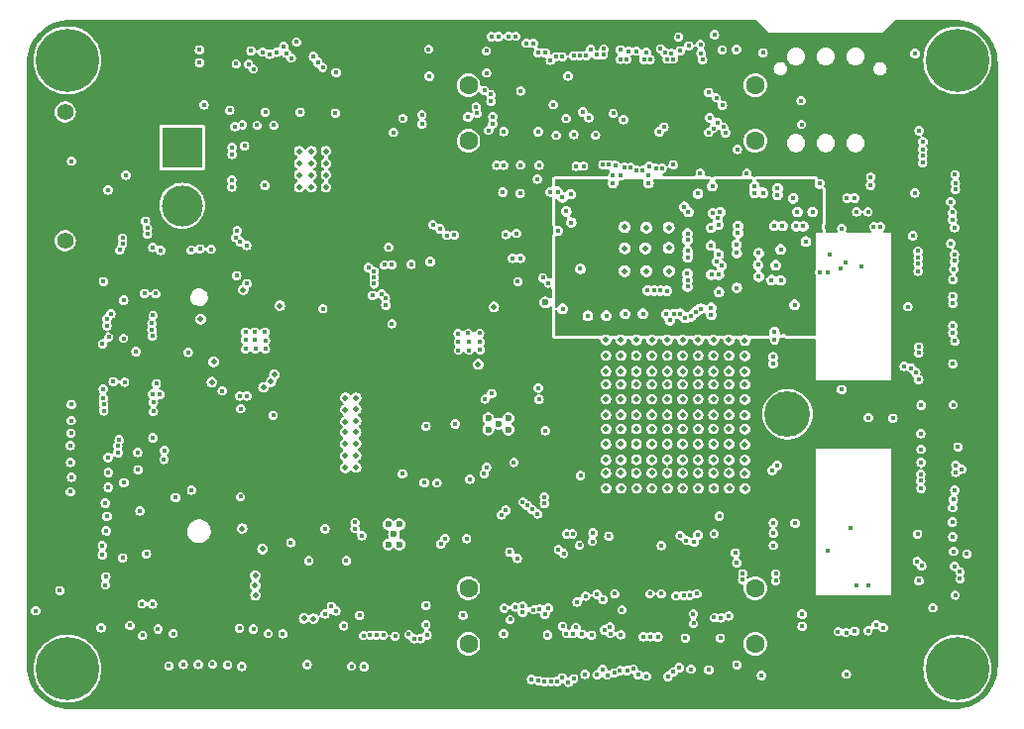
<source format=gbr>
%TF.GenerationSoftware,KiCad,Pcbnew,7.0.6-rc1-29-g152dc56df4*%
%TF.CreationDate,2023-07-03T16:00:48-04:00*%
%TF.ProjectId,pixc4-jetson-universal-carrier,70697863-342d-46a6-9574-736f6e2d756e,rev?*%
%TF.SameCoordinates,Original*%
%TF.FileFunction,Copper,L5,Inr*%
%TF.FilePolarity,Positive*%
%FSLAX46Y46*%
G04 Gerber Fmt 4.6, Leading zero omitted, Abs format (unit mm)*
G04 Created by KiCad (PCBNEW 7.0.6-rc1-29-g152dc56df4) date 2023-07-03 16:00:48*
%MOMM*%
%LPD*%
G01*
G04 APERTURE LIST*
%TA.AperFunction,ComponentPad*%
%ADD10C,1.400000*%
%TD*%
%TA.AperFunction,ComponentPad*%
%ADD11R,3.500000X3.500000*%
%TD*%
%TA.AperFunction,ComponentPad*%
%ADD12C,3.500000*%
%TD*%
%TA.AperFunction,ComponentPad*%
%ADD13C,0.800000*%
%TD*%
%TA.AperFunction,ComponentPad*%
%ADD14C,5.400000*%
%TD*%
%TA.AperFunction,ComponentPad*%
%ADD15C,1.600000*%
%TD*%
%TA.AperFunction,ComponentPad*%
%ADD16C,0.600000*%
%TD*%
%TA.AperFunction,ComponentPad*%
%ADD17C,3.900000*%
%TD*%
%TA.AperFunction,ViaPad*%
%ADD18C,0.400000*%
%TD*%
%TA.AperFunction,ViaPad*%
%ADD19C,0.500000*%
%TD*%
%TA.AperFunction,ViaPad*%
%ADD20C,0.600000*%
%TD*%
G04 APERTURE END LIST*
D10*
%TO.N,*%
%TO.C,J27*%
X61310700Y-97173560D03*
X61310700Y-86173560D03*
D11*
%TO.N,GND*%
X71310700Y-89173560D03*
D12*
%TO.N,/MainPower/PWR_IN*%
X71310700Y-94173560D03*
%TD*%
D13*
%TO.N,GND*%
%TO.C,J1*%
X59475000Y-81750000D03*
X60068109Y-80318109D03*
X60068109Y-83181891D03*
X61500000Y-79725000D03*
D14*
X61500000Y-81750000D03*
D13*
X61500000Y-83775000D03*
X62931891Y-80318109D03*
X62931891Y-83181891D03*
X63525000Y-81750000D03*
%TD*%
%TO.N,GND*%
%TO.C,J2*%
X59475000Y-133750000D03*
X60068109Y-132318109D03*
X60068109Y-135181891D03*
X61500000Y-131725000D03*
D14*
X61500000Y-133750000D03*
D13*
X61500000Y-135775000D03*
X62931891Y-132318109D03*
X62931891Y-135181891D03*
X63525000Y-133750000D03*
%TD*%
%TO.N,GND*%
%TO.C,J3*%
X135475000Y-81750000D03*
X136068109Y-80318109D03*
X136068109Y-83181891D03*
X137500000Y-79725000D03*
D14*
X137500000Y-81750000D03*
D13*
X137500000Y-83775000D03*
X138931891Y-80318109D03*
X138931891Y-83181891D03*
X139525000Y-81750000D03*
%TD*%
%TO.N,GND*%
%TO.C,J4*%
X135475000Y-133750000D03*
X136068109Y-132318109D03*
X136068109Y-135181891D03*
X137500000Y-131725000D03*
D14*
X137500000Y-133750000D03*
D13*
X137500000Y-135775000D03*
X138931891Y-132318109D03*
X138931891Y-135181891D03*
X139525000Y-133750000D03*
%TD*%
D15*
%TO.N,+5V*%
%TO.C,J5*%
X95750000Y-88625000D03*
X120250000Y-88625000D03*
%TO.N,GND*%
X95750000Y-83875000D03*
X120250000Y-83875000D03*
%TD*%
%TO.N,+5V*%
%TO.C,J6*%
X95750000Y-131625000D03*
X120250000Y-131625000D03*
%TO.N,GND*%
X95750000Y-126875000D03*
X120250000Y-126875000D03*
%TD*%
D16*
%TO.N,GND*%
%TO.C,U6*%
X88900800Y-121406200D03*
X88900800Y-123126200D03*
X89380800Y-122266200D03*
X89860800Y-121406200D03*
X89860800Y-123126200D03*
%TD*%
%TO.N,GND*%
%TO.C,U10*%
X99161600Y-112344200D03*
X97441600Y-112344200D03*
X98301600Y-112824200D03*
X99161600Y-113304200D03*
X97441600Y-113304200D03*
%TD*%
D17*
%TO.N,GND*%
%TO.C,SP1*%
X123000000Y-112000000D03*
%TD*%
D18*
%TO.N,GND*%
X86800000Y-130910000D03*
X118643400Y-80822800D03*
X127630000Y-109890000D03*
D19*
X110093600Y-115900000D03*
D18*
X118000000Y-129240000D03*
X99910000Y-124320000D03*
X92700000Y-95800000D03*
X118668800Y-101193600D03*
X82510000Y-81420000D03*
X92120000Y-129990000D03*
D19*
X108772800Y-106984800D03*
D18*
X78650000Y-130750000D03*
X132980000Y-107910000D03*
D19*
X107496771Y-105674800D03*
D18*
X130110000Y-91710000D03*
X113250000Y-90680000D03*
X97180000Y-110690000D03*
D19*
X119352800Y-110730000D03*
X107492800Y-109434000D03*
D18*
X90144600Y-86715600D03*
D19*
X114054284Y-113250000D03*
D18*
X104930000Y-130230000D03*
X69090000Y-109390000D03*
X70530000Y-130740000D03*
X87570000Y-101850000D03*
D19*
X114047084Y-112050000D03*
X107492800Y-106984800D03*
X118006771Y-105674800D03*
X111409942Y-106984800D03*
X115372855Y-113250000D03*
D18*
X81380000Y-86170000D03*
D19*
X116686455Y-114560000D03*
D18*
X117440000Y-85600000D03*
X114450000Y-99990000D03*
X65960000Y-97970000D03*
X99872800Y-96545400D03*
X105580000Y-90790000D03*
D19*
X82510000Y-129470000D03*
D18*
X128880000Y-126660000D03*
D19*
X107494600Y-108314000D03*
X108772800Y-109434000D03*
D18*
X95732600Y-105079800D03*
D19*
X115367455Y-108314000D03*
X108780000Y-113250000D03*
X116686026Y-108314000D03*
D18*
X100190000Y-98680000D03*
X116350000Y-86660000D03*
D19*
X119354600Y-108334000D03*
D18*
X86070000Y-121250000D03*
D19*
X107492800Y-110710000D03*
D18*
X67500000Y-115260000D03*
X124200000Y-87220000D03*
X77546200Y-106426000D03*
X112240000Y-127350000D03*
X105300000Y-99580000D03*
D19*
X107495029Y-114560000D03*
X115387084Y-118327800D03*
D18*
X64500000Y-105990000D03*
X92220000Y-130890000D03*
D19*
X108772800Y-117017800D03*
D18*
X86454400Y-129184400D03*
X102300000Y-129100000D03*
X97300000Y-82830000D03*
D19*
X111409942Y-112050000D03*
X110091371Y-106984800D03*
X110867599Y-97818001D03*
D18*
X66220000Y-124290000D03*
X76708000Y-106426000D03*
X111250000Y-127350000D03*
D19*
X118005029Y-115900000D03*
D18*
X117260000Y-131130000D03*
X67700000Y-120260000D03*
X130090000Y-92420000D03*
X103790000Y-130120000D03*
X78409800Y-105689400D03*
X117110000Y-95790000D03*
X79121000Y-87299800D03*
X75920000Y-82050000D03*
X111125000Y-91617800D03*
D19*
X119355029Y-115920000D03*
D18*
X104750000Y-88100000D03*
X100220000Y-84370000D03*
D19*
X116684226Y-117017800D03*
D18*
X95710000Y-86590000D03*
X124170000Y-85200000D03*
D19*
X79180000Y-108630000D03*
D18*
X124240000Y-129090000D03*
D19*
X118024229Y-118327800D03*
D18*
X120180000Y-93080000D03*
X86840000Y-133580000D03*
D19*
X116684226Y-106984800D03*
D18*
X88940000Y-97730000D03*
X102510000Y-130870000D03*
X93410000Y-123100000D03*
D19*
X111412171Y-115900000D03*
X114051055Y-105674800D03*
D18*
X90660000Y-130820000D03*
X95290000Y-129190000D03*
X79070000Y-112080000D03*
X64580000Y-100660000D03*
D19*
X119355029Y-114580000D03*
D18*
X115544600Y-91414600D03*
D19*
X108775029Y-114560000D03*
D18*
X94530000Y-96670000D03*
D19*
X118005029Y-114560000D03*
D18*
X128730000Y-93520000D03*
D19*
X116688197Y-105674800D03*
D18*
X95783400Y-105841800D03*
X118643400Y-97510600D03*
X76010000Y-96300000D03*
X136960000Y-97400000D03*
X96723200Y-105816400D03*
X92130000Y-113030000D03*
X77495400Y-105664000D03*
X115260000Y-127350000D03*
X64560000Y-109860000D03*
X65200000Y-103420000D03*
X85760000Y-133540000D03*
X102600000Y-100790000D03*
X133890000Y-81170000D03*
X115600000Y-102970000D03*
X134160000Y-99780000D03*
X103260000Y-88160000D03*
X64580000Y-110640000D03*
X133870000Y-93080000D03*
X114970000Y-129890000D03*
X61850000Y-90360000D03*
X94894400Y-105816400D03*
X116484400Y-103505000D03*
X65420000Y-109220000D03*
X83490000Y-121800000D03*
D19*
X119352800Y-107004800D03*
X77550000Y-125780000D03*
D18*
X108762800Y-91587800D03*
X65020000Y-105420000D03*
X124256800Y-130124200D03*
X133270000Y-102810000D03*
D19*
X107500000Y-113250000D03*
D18*
X137130000Y-107700000D03*
X70170000Y-133510000D03*
X122428000Y-100558600D03*
D19*
X107514229Y-118327800D03*
X116705655Y-118327800D03*
D18*
X81980000Y-133400000D03*
X85330000Y-124520000D03*
D19*
X107495029Y-115900000D03*
D18*
X94894400Y-106527600D03*
X120910000Y-81110000D03*
D19*
X109093000Y-99771200D03*
D18*
X121793000Y-121285000D03*
X121640600Y-100533200D03*
D19*
X112728513Y-109434000D03*
D18*
X107600000Y-134300000D03*
D19*
X115365655Y-110710000D03*
D18*
X126441200Y-99898200D03*
X97120000Y-84340000D03*
X110970000Y-81070000D03*
D19*
X77560000Y-127460000D03*
X115365655Y-117017800D03*
D18*
X118550000Y-123850000D03*
X103790000Y-102990000D03*
D19*
X114047084Y-110710000D03*
X108774600Y-108314000D03*
D18*
X68760000Y-128220000D03*
X111950000Y-131030000D03*
D19*
X108772800Y-112050000D03*
D18*
X112960000Y-103960000D03*
D19*
X114047084Y-109434000D03*
X119356771Y-105694800D03*
X111411742Y-108314000D03*
X114049313Y-114560000D03*
D18*
X102750000Y-81750000D03*
X84450000Y-82790000D03*
X92405200Y-83108800D03*
X105810000Y-81340000D03*
X78390000Y-86180000D03*
X105950000Y-103570000D03*
X99640000Y-116120000D03*
D19*
X119352800Y-112070000D03*
D18*
X68840000Y-111770000D03*
D19*
X107492800Y-117017800D03*
X119360000Y-113270000D03*
X81710000Y-129460000D03*
X109093000Y-95986600D03*
D18*
X78409800Y-106426000D03*
X80580000Y-122980000D03*
X106740000Y-127400000D03*
D19*
X110091371Y-112050000D03*
D18*
X99974400Y-100660200D03*
X69060000Y-101690000D03*
X134420000Y-111230000D03*
X68170000Y-95500000D03*
D19*
X118002800Y-109434000D03*
X114047084Y-106984800D03*
D18*
X116484400Y-102895400D03*
D19*
X115367884Y-115900000D03*
X110112800Y-118327800D03*
X110947200Y-99771200D03*
D18*
X76708000Y-105638600D03*
D19*
X116684226Y-110710000D03*
D18*
X137120000Y-100480000D03*
X98800000Y-128580000D03*
X129290000Y-99330000D03*
X75565000Y-89179400D03*
X89490000Y-130980000D03*
X101780000Y-90720000D03*
X98780000Y-87830000D03*
X122428000Y-97917000D03*
D19*
X112749942Y-118327800D03*
D18*
X64490000Y-123240000D03*
X84390000Y-86270000D03*
X114960000Y-129070000D03*
D19*
X112732484Y-105674800D03*
X116684226Y-112050000D03*
D18*
X137890000Y-116700000D03*
X108780000Y-130840000D03*
D19*
X108775029Y-115900000D03*
D18*
X137310000Y-91510000D03*
X108864400Y-128717000D03*
X83490000Y-129070000D03*
X114760000Y-133790000D03*
X73760000Y-97900000D03*
X127320000Y-130570000D03*
X128920000Y-94700000D03*
D19*
X119352800Y-109454000D03*
D18*
X116280000Y-133840000D03*
D19*
X118002800Y-106984800D03*
D18*
X131200000Y-130240000D03*
X104521000Y-95605600D03*
X117144800Y-100076000D03*
X137290000Y-118500000D03*
D19*
X111417142Y-113250000D03*
D18*
X88470000Y-130880000D03*
X121996200Y-99263200D03*
X136940000Y-93830000D03*
X96697800Y-105079800D03*
X75372200Y-86022200D03*
X137270000Y-96050000D03*
D19*
X119374229Y-118347800D03*
D18*
X111180000Y-90820000D03*
X108102400Y-91567000D03*
D19*
X119352800Y-117037800D03*
D18*
X113080000Y-81160000D03*
D19*
X108772800Y-110710000D03*
D18*
X117144800Y-101549200D03*
X120910000Y-93070000D03*
D19*
X112877600Y-99771200D03*
D18*
X67880000Y-128210000D03*
D19*
X78160000Y-123520000D03*
D18*
X107320000Y-80780000D03*
X77698600Y-87299800D03*
X120180000Y-92520000D03*
X97282000Y-80949800D03*
X121793000Y-122174000D03*
X88690000Y-102670000D03*
X117250000Y-94730000D03*
D19*
X115365655Y-106984800D03*
D18*
X135440000Y-128550000D03*
D19*
X118002800Y-112050000D03*
D18*
X137150000Y-111190000D03*
X66290000Y-105510000D03*
D19*
X114068513Y-118327800D03*
X110093171Y-108314000D03*
X112852200Y-97790000D03*
D18*
X68770000Y-105300000D03*
D19*
X110091371Y-109434000D03*
X108776771Y-105674800D03*
D18*
X104485000Y-93192600D03*
X67350000Y-106650000D03*
X77495400Y-104978200D03*
X91770000Y-86410000D03*
X58790000Y-128800000D03*
X123610000Y-102650000D03*
D19*
X109118400Y-97840800D03*
D18*
X117120000Y-98330000D03*
X101710000Y-87850000D03*
X117424200Y-80848200D03*
X87200000Y-99460000D03*
D19*
X112728513Y-110710000D03*
X110098571Y-113250000D03*
D18*
X78384400Y-104978200D03*
X126480000Y-123650000D03*
D19*
X114048884Y-108314000D03*
D18*
X79900000Y-130760000D03*
X68820000Y-103550000D03*
X111060000Y-101420000D03*
X76810000Y-97580000D03*
X134550000Y-90510000D03*
X112240000Y-123220000D03*
X109410000Y-80970000D03*
X128410000Y-121740000D03*
D19*
X118002800Y-110710000D03*
X108794229Y-118327800D03*
D18*
X78780000Y-81230000D03*
X134210000Y-109040000D03*
D19*
X110947200Y-96062800D03*
X111409942Y-117017800D03*
X116691426Y-113250000D03*
D18*
X92140000Y-128350000D03*
X69780000Y-115080000D03*
X82120000Y-124520000D03*
D19*
X112728513Y-117017800D03*
D18*
X68100000Y-101680000D03*
X68790000Y-97750000D03*
D19*
X115365655Y-109434000D03*
D18*
X134110000Y-122250000D03*
D19*
X115367884Y-114560000D03*
D18*
X94630000Y-112830000D03*
D19*
X76420000Y-121770000D03*
D18*
X129930000Y-126630000D03*
D19*
X112728513Y-112050000D03*
D18*
X107750000Y-122430000D03*
D19*
X116684226Y-109434000D03*
D18*
X109821900Y-133780000D03*
X116586000Y-92481400D03*
X67530000Y-116760000D03*
D19*
X118002800Y-117017800D03*
X114047084Y-117017800D03*
D18*
X104250000Y-83100000D03*
X105440000Y-130810000D03*
X97470000Y-87730000D03*
X94869000Y-105105200D03*
D19*
X112730313Y-108314000D03*
D18*
X110660000Y-103400000D03*
D19*
X112730742Y-114560000D03*
D18*
X121793000Y-123215400D03*
D19*
X112728513Y-106984800D03*
D18*
X79980000Y-80550000D03*
D19*
X111409942Y-109434000D03*
X110091371Y-110710000D03*
D18*
X68840000Y-110990000D03*
X134570000Y-88710000D03*
X64470000Y-124030000D03*
D19*
X115365655Y-112050000D03*
X118010000Y-113250000D03*
D18*
X99510000Y-98680000D03*
X72770000Y-80850000D03*
X89331800Y-87909400D03*
D19*
X111409942Y-110710000D03*
X110093600Y-114560000D03*
X111431371Y-118327800D03*
X77540000Y-126650000D03*
D18*
X107350000Y-130440000D03*
X95808800Y-106527600D03*
X98750000Y-130770000D03*
X66380000Y-109250000D03*
X134150000Y-98050000D03*
D19*
X112852200Y-96037400D03*
D18*
X96748600Y-106502200D03*
D19*
X110091371Y-117017800D03*
D18*
X114280000Y-103780000D03*
X76708000Y-104978200D03*
X129910000Y-112290000D03*
X85090000Y-130080000D03*
X75565000Y-89789000D03*
D19*
X114049313Y-115900000D03*
D18*
X91795600Y-87198200D03*
D19*
X116686455Y-115900000D03*
D18*
X72770000Y-81950000D03*
X108260000Y-127350000D03*
X105040000Y-128060000D03*
X123647200Y-121310400D03*
X92354400Y-80797400D03*
X64380000Y-130250000D03*
D19*
X112730742Y-115900000D03*
X111412171Y-114560000D03*
D18*
X117527399Y-87473352D03*
X68800000Y-114020000D03*
X112680000Y-101450000D03*
X87690000Y-100850000D03*
D19*
X111413913Y-105674800D03*
X107492800Y-112050000D03*
X118004600Y-108314000D03*
D18*
X106260000Y-130890000D03*
D19*
X112735713Y-113250000D03*
D18*
X68260000Y-123950000D03*
X137200000Y-99590000D03*
X125755400Y-92278200D03*
D19*
X110095342Y-105674800D03*
X115369626Y-105674800D03*
D18*
X119532400Y-91414600D03*
D19*
%TO.N,+5V*%
X85242400Y-116586000D03*
D18*
X97729000Y-110236000D03*
D19*
X85242400Y-115570000D03*
X86156800Y-111556800D03*
X85242400Y-114554000D03*
D18*
X86660000Y-122380000D03*
X121900000Y-105630000D03*
D19*
X86156800Y-116535200D03*
X85242400Y-111607600D03*
X86156800Y-114503200D03*
X86156800Y-112572800D03*
D18*
X86060000Y-121770000D03*
D19*
X73840000Y-109260000D03*
X86156800Y-113538000D03*
D18*
X124570000Y-97240000D03*
X127950000Y-99070000D03*
D19*
X85242400Y-112623600D03*
D18*
X127540000Y-99520000D03*
D19*
X86156800Y-115519200D03*
X86156800Y-110591600D03*
X85242400Y-113538000D03*
D18*
X120548400Y-98221800D03*
X104960000Y-90810000D03*
X102720000Y-93000000D03*
X124360000Y-95940000D03*
X60850000Y-127070000D03*
D20*
X102311200Y-102438200D03*
D19*
X85242400Y-110591600D03*
D18*
%TO.N,3V3_SYS*%
X116770000Y-79560000D03*
%TO.N,USB2-*%
X134540000Y-89374834D03*
X113263500Y-81640000D03*
%TO.N,USB2+*%
X134540000Y-89901834D03*
X112736500Y-81640000D03*
%TO.N,PORT_VBUS_2*%
X134243334Y-87763334D03*
X117020000Y-87100000D03*
%TO.N,USB3-*%
X111263500Y-81680000D03*
X137250000Y-98351500D03*
%TO.N,USB3+*%
X137250000Y-98878500D03*
X110736500Y-81680000D03*
%TO.N,PORT_VBUS_3*%
X133700000Y-96750000D03*
X110070000Y-80960000D03*
%TO.N,USB4-*%
X109263500Y-81660000D03*
X133583677Y-108053677D03*
%TO.N,USB4+*%
X133956323Y-108426323D03*
X108736500Y-81660000D03*
%TO.N,PORT_VBUS_4*%
X137300000Y-105760000D03*
X108740000Y-80850000D03*
%TO.N,ETH_RADIO_TX_N*%
X102304140Y-81090000D03*
X122125060Y-116374940D03*
X102240000Y-119063800D03*
%TO.N,ETH_RADIO_TX_P*%
X101695860Y-81090000D03*
X121694940Y-116805060D03*
X102240000Y-119616200D03*
%TO.N,ETH_RADIO_RX_N*%
X101304140Y-80290000D03*
X122000000Y-125635860D03*
X98955303Y-120204697D03*
%TO.N,ETH_RADIO_RX_P*%
X98564697Y-120595303D03*
X122000000Y-126244140D03*
X100695860Y-80290000D03*
%TO.N,ETH_SPARE_RX_P*%
X121780000Y-107694140D03*
X99804140Y-79690000D03*
%TO.N,ETH_SPARE_RX_N*%
X121780000Y-107085860D03*
X99195860Y-79690000D03*
%TO.N,ETH_SPARE_TX_P*%
X118770000Y-96504140D03*
X98304140Y-79720000D03*
%TO.N,ETH_SPARE_TX_N*%
X118770000Y-95895860D03*
X97695860Y-79720000D03*
D19*
%TO.N,Net-(D2-K)*%
X96580000Y-107730000D03*
X97920000Y-102810000D03*
D18*
%TO.N,FMU_I2C_1_SDA*%
X65000000Y-116980000D03*
X103437300Y-123567300D03*
%TO.N,FMU_I2C_1_SCL*%
X64970000Y-115710000D03*
X101670000Y-120520000D03*
%TO.N,GPS1_RX*%
X101200000Y-120150000D03*
X65820000Y-115280000D03*
%TO.N,GPS1_TX*%
X65800000Y-114720000D03*
X100782162Y-119804123D03*
%TO.N,+VDD_5V_PERIPH*%
X108220000Y-134110000D03*
X110960000Y-134390000D03*
X65910000Y-114190000D03*
X105710000Y-134240000D03*
X61760000Y-118630000D03*
X66840000Y-130060000D03*
X138330000Y-123950000D03*
X110235000Y-134265000D03*
X76380000Y-133550000D03*
X100400000Y-119480000D03*
X137560000Y-114790000D03*
X102590000Y-128570000D03*
%TO.N,BATT_VOLTAGE_SENS_PROT*%
X61860000Y-117380000D03*
X117320000Y-129400000D03*
X114360000Y-122780000D03*
%TO.N,BATT_CURRENT_SENS_PROT*%
X116740000Y-129380000D03*
X61780000Y-116110000D03*
X113840000Y-122360000D03*
%TO.N,FMU-CH1-PROT*%
X101840000Y-128640000D03*
X134410000Y-118330000D03*
%TO.N,IO-CH8-PROT*%
X104730000Y-134610000D03*
X137170000Y-119280000D03*
%TO.N,IO-CH7-PROT*%
X137110000Y-119990000D03*
X104290000Y-134910000D03*
%TO.N,IO-CH6-PROT*%
X103750000Y-134520000D03*
X137090000Y-121220000D03*
%TO.N,IO-CH5-PROT*%
X137130000Y-122480000D03*
X103320979Y-134848867D03*
%TO.N,IO-CH4-PROT*%
X137190000Y-123720000D03*
X102820000Y-134860000D03*
%TO.N,IO-CH3-PROT*%
X102260000Y-134870000D03*
X137250000Y-124990000D03*
%TO.N,IO-CH2-PROT*%
X101750000Y-134780000D03*
X134220000Y-126240000D03*
%TO.N,IO-CH1-PROT*%
X101140000Y-134670000D03*
X137320000Y-127470000D03*
%TO.N,ETH_RADIO_TX_POSTMAG_N*%
X137120000Y-101925460D03*
X134370000Y-117131300D03*
%TO.N,ETH_RADIO_TX_POSTMAG_P*%
X137120000Y-102533740D03*
X134370000Y-117658300D03*
%TO.N,ETH_RADIO_RX_POSTMAG_N*%
X134088279Y-124573677D03*
X137130000Y-104425460D03*
%TO.N,ETH_RADIO_RX_POSTMAG_P*%
X137130000Y-105033740D03*
X134460925Y-124946323D03*
%TO.N,ETH_SPARE_TX_POSTMAG_N*%
X137340000Y-92266500D03*
X134167726Y-98621500D03*
%TO.N,ETH_SPARE_TX_POSTMAG_P*%
X137340000Y-92793500D03*
X134167726Y-99148500D03*
%TO.N,ETH_SPARE_RX_POSTMAG_N*%
X134200000Y-106241500D03*
X137090000Y-94754260D03*
%TO.N,ETH_SPARE_RX_POSTMAG_P*%
X137090000Y-95362540D03*
X134200000Y-106768500D03*
D19*
%TO.N,Net-(D3-K)*%
X78245300Y-109710000D03*
X79640000Y-102720000D03*
D18*
%TO.N,+1V1*%
X118668800Y-98221800D03*
X122148600Y-92684600D03*
X122148600Y-93243400D03*
X108102400Y-92227400D03*
X111125000Y-92252800D03*
X107518200Y-103581200D03*
X123740000Y-95930000D03*
X112664200Y-103454200D03*
X116454000Y-96062800D03*
X103370000Y-92990000D03*
X121890000Y-104970000D03*
X116494600Y-100076000D03*
X109139200Y-103428800D03*
X116454400Y-97561400D03*
X122580000Y-95890000D03*
X121880000Y-95870000D03*
%TO.N,+5V_FMU*%
X124820000Y-126640000D03*
X108910000Y-123310000D03*
X108960000Y-124290000D03*
D19*
X103225600Y-116687600D03*
X75210000Y-125330000D03*
X104089200Y-113588800D03*
X104089200Y-115671600D03*
D18*
X102710000Y-95610000D03*
X122540000Y-91460000D03*
D19*
X75350000Y-126660000D03*
X104089200Y-111658400D03*
X92910000Y-108670000D03*
X103225600Y-111658400D03*
X74760000Y-126660000D03*
D20*
X69392800Y-119126000D03*
D18*
X126350000Y-95960000D03*
D19*
X79970000Y-127700000D03*
X104089200Y-112572800D03*
D18*
X109930000Y-124290000D03*
X62160000Y-127160000D03*
X109580000Y-123300000D03*
X66070000Y-119030000D03*
X109430000Y-124300000D03*
D19*
X104089200Y-114655600D03*
X103225600Y-110642400D03*
D18*
X81110000Y-127508000D03*
D19*
X103225600Y-113588800D03*
D18*
X65760000Y-122210000D03*
D19*
X103225600Y-112572800D03*
D18*
X122670000Y-105620000D03*
D19*
X103225600Y-115671600D03*
X104089200Y-116687600D03*
X103225600Y-114655600D03*
X104089200Y-110642400D03*
D18*
%TO.N,IRID_ON_OFF_3.3*%
X115760000Y-81710000D03*
X81070000Y-80190000D03*
%TO.N,IRID_TX_IN_3.3*%
X115610000Y-81130000D03*
X79360000Y-81070000D03*
%TO.N,IRID_RING_3.3*%
X115560000Y-80370000D03*
X78150000Y-81040000D03*
%TO.N,IRID_NA_3.3*%
X77170000Y-80930000D03*
X113690000Y-79760000D03*
%TO.N,IRID_RX_OUT_3.3*%
X117710000Y-87940000D03*
X73170000Y-85550000D03*
%TO.N,USB_EXT2_SSTX-*%
X113280000Y-103430000D03*
X100390000Y-128380000D03*
%TO.N,Net-(U9-VCC)*%
X69750000Y-115860000D03*
X70730000Y-119120000D03*
%TO.N,XAVIER_I2C1_SCL*%
X128010000Y-130660000D03*
X130370000Y-95980000D03*
X116920000Y-84940000D03*
%TO.N,CAM1_D0_N*%
X112454284Y-87445716D03*
%TO.N,CAM1_D0_P*%
X112045716Y-87854284D03*
X104100000Y-86720000D03*
X103010000Y-85540000D03*
%TO.N,CAM1_C_N*%
X108110000Y-86280000D03*
%TO.N,CAM1_C_P*%
X108990000Y-86830000D03*
%TO.N,CAM1_D1_N*%
X105510000Y-86160000D03*
%TO.N,CAM1_D1_P*%
X106035716Y-86644284D03*
%TO.N,XAVIER_I2C1_SDA*%
X130570000Y-129980000D03*
X116250000Y-84480000D03*
X130960000Y-95960000D03*
%TO.N,GPIO10*%
X76440000Y-87260000D03*
X116660000Y-87560000D03*
X72080000Y-97970000D03*
%TO.N,GPIO12*%
X75800000Y-87420000D03*
X116250000Y-87910000D03*
X69460000Y-97990000D03*
%TO.N,RC_INPUT*%
X76820000Y-100840000D03*
X101790000Y-110737300D03*
X64970000Y-92840000D03*
X106390000Y-122150000D03*
%TO.N,+VDD_5V_RADIO*%
X69240000Y-130350000D03*
X66500000Y-91570000D03*
X107240000Y-127840000D03*
%TO.N,BUZZER_OUT*%
X66320000Y-117840000D03*
X64810000Y-121970000D03*
%TO.N,SAFETY_VDD*%
X105750000Y-127550000D03*
X64880000Y-120720000D03*
X99280000Y-123780000D03*
%TO.N,SAFETY_SWITCH_IN*%
X64980000Y-118250000D03*
X103874349Y-123900000D03*
%TO.N,TELEM1_TX*%
X114280000Y-131130000D03*
X75180000Y-133430000D03*
%TO.N,TELEM1_RX*%
X113750000Y-133660000D03*
X73900000Y-133360000D03*
%TO.N,TELEM1_CTS*%
X113240000Y-134040000D03*
X72680000Y-133380000D03*
%TO.N,TELEM1_RTS*%
X71390000Y-133380000D03*
X112780000Y-134420000D03*
%TO.N,INTVCC*%
X125791000Y-99872800D03*
X120497600Y-99237800D03*
%TO.N,USB_EXT2_SSTX+*%
X113840000Y-103410000D03*
X100380000Y-128930000D03*
%TO.N,CAN_2+*%
X137730000Y-125470860D03*
X108695860Y-133920000D03*
%TO.N,CAN_2-*%
X109304140Y-133920000D03*
X137730000Y-126079140D03*
%TO.N,FMU_I2C_2_SDA*%
X64780000Y-125880000D03*
X107200000Y-133820000D03*
%TO.N,FMU_I2C_2_SCL*%
X64750000Y-126590000D03*
X106750000Y-134270000D03*
%TO.N,FMU-CH4-PROT*%
X99310000Y-129550000D03*
X134370000Y-113670000D03*
%TO.N,FMU-CH3-PROT*%
X99750000Y-128470000D03*
X134420000Y-115000000D03*
%TO.N,FMU-CH2-PROT*%
X134420000Y-116120000D03*
X101330000Y-128710000D03*
%TO.N,USB_EXT1_SSTX-*%
X84426323Y-128806323D03*
X117356323Y-99316323D03*
X87690000Y-100322070D03*
%TO.N,USB_EXT1_SSTX+*%
X87690000Y-99817930D03*
X84053677Y-128433677D03*
X116983677Y-98943677D03*
%TO.N,CAM1_GPIO*%
X108290000Y-90700000D03*
X112170000Y-80767300D03*
%TO.N,CAM1_MCLK*%
X107760000Y-90690000D03*
X112551641Y-81092037D03*
%TO.N,CAM1_SCL0*%
X113830000Y-80940000D03*
X107240000Y-90680000D03*
%TO.N,CAM1_SDA0*%
X106600000Y-88150000D03*
X114572700Y-80500000D03*
%TO.N,CAM0_D0_N*%
X76965716Y-82075716D03*
X97670000Y-84671100D03*
%TO.N,CAM0_D0_P*%
X97670000Y-85248900D03*
X77374284Y-82484284D03*
%TO.N,CAM0_C_N*%
X96410000Y-85730000D03*
X82895716Y-81935716D03*
%TO.N,CAM0_C_P*%
X83304284Y-82344284D03*
X96480000Y-86280000D03*
%TO.N,CAM0_D1_N*%
X97830000Y-86581100D03*
X80205716Y-81145716D03*
%TO.N,CAM0_D1_P*%
X80614284Y-81554284D03*
X97830000Y-87158900D03*
%TO.N,CAM0_GPIO*%
X101640000Y-91900000D03*
%TO.N,CAM0_MCLK*%
X100180000Y-93130000D03*
%TO.N,CAM0_SCL0*%
X100200000Y-90700000D03*
%TO.N,CAM0_SDA0*%
X98680000Y-93020000D03*
%TO.N,USBSS_TX_N*%
X112290000Y-90990000D03*
X105263500Y-81350000D03*
%TO.N,USBSS_TX_P*%
X111770000Y-90980000D03*
X104736500Y-81350000D03*
%TO.N,UART4_RX*%
X114660000Y-127480000D03*
X119167208Y-126152989D03*
%TO.N,UART4_TX*%
X119190000Y-125630000D03*
X114120000Y-127490000D03*
%TO.N,S.BUS_OUT*%
X67920000Y-130900000D03*
X113470000Y-127530000D03*
%TO.N,USB_CELL_SSTX+*%
X116643677Y-94833677D03*
X64600000Y-111706000D03*
X66200000Y-96937930D03*
%TO.N,USB_CELL_SSTX-*%
X66200000Y-97442070D03*
X117016323Y-95206323D03*
X64600000Y-111179000D03*
%TO.N,+SIM_VCC*%
X83310000Y-102980000D03*
X76300000Y-111520000D03*
X128077000Y-93522800D03*
X127650000Y-96140000D03*
%TO.N,Net-(D9-K)*%
X77380000Y-130360000D03*
X75950000Y-100150000D03*
X76190000Y-130290000D03*
%TO.N,Net-(D10-A)*%
X132010000Y-112350000D03*
X120780000Y-134330000D03*
X128030000Y-134220000D03*
%TO.N,USB_CELL_D+*%
X68330000Y-96097930D03*
X114180000Y-94260000D03*
X68710000Y-104236500D03*
%TO.N,USB_CELL_D-*%
X114526323Y-94706323D03*
X68710000Y-104763500D03*
X68330000Y-96602070D03*
%TO.N,USB_CELL_SSRX+*%
X114470000Y-96554501D03*
X75891759Y-96891759D03*
X68740000Y-110263500D03*
%TO.N,USB_CELL_SSRX-*%
X114470000Y-97081501D03*
X69410000Y-110310000D03*
X76248241Y-97248241D03*
%TO.N,USB_EXT1_D+*%
X114490000Y-98054502D03*
X91101500Y-131190000D03*
%TO.N,USB_EXT1_D-*%
X114490000Y-98581502D03*
X91628500Y-131190000D03*
%TO.N,USB_EXT1_SSRX+*%
X114460000Y-100554502D03*
X87351500Y-130890000D03*
X88311759Y-101721759D03*
%TO.N,USB_EXT1_SSRX-*%
X114460000Y-101081502D03*
X88668241Y-102078241D03*
X87878500Y-130890000D03*
%TO.N,USB_EXT2_D+*%
X115136323Y-103243677D03*
X107871500Y-130740000D03*
%TO.N,USB_EXT2_D-*%
X114763677Y-103616323D03*
X107850000Y-130170000D03*
%TO.N,USB_EXT2_SSRX+*%
X112150000Y-101440000D03*
X104121500Y-130750000D03*
X104132930Y-122230000D03*
%TO.N,USB_EXT2_SSRX-*%
X104648500Y-130750000D03*
X104637070Y-122230000D03*
X111630000Y-101430000D03*
%TO.N,PWRCTRL2*%
X101720000Y-109750000D03*
X102100000Y-100330000D03*
%TO.N,+3V3*%
X118414800Y-103454200D03*
X121920000Y-102463600D03*
X125710000Y-95960000D03*
X123260000Y-92170000D03*
X122650000Y-104980000D03*
X103378000Y-96951800D03*
X118389400Y-102844600D03*
X104889600Y-101142800D03*
X121920000Y-103784400D03*
X118668800Y-99745800D03*
X114528600Y-92242600D03*
X116484400Y-101549200D03*
X103454200Y-94640400D03*
X104368600Y-98069400D03*
X103360000Y-95590000D03*
X121920000Y-103124000D03*
X108770000Y-92220000D03*
%TO.N,OVERCUR3*%
X103378000Y-96312200D03*
X102330000Y-113400000D03*
%TO.N,OVERCUR2*%
X104104400Y-94640400D03*
X105321401Y-117240000D03*
X97290000Y-116550000D03*
%TO.N,CAN_1+*%
X137380000Y-116360860D03*
X110695860Y-131020000D03*
%TO.N,CAN_1-*%
X111304140Y-131020000D03*
X137380000Y-116969140D03*
D19*
%TO.N,/MainPower/PWR_IN*%
X81305400Y-91541600D03*
X83591400Y-90551000D03*
X82346800Y-92583000D03*
X82346800Y-90551000D03*
X81305400Y-90551000D03*
X83591400Y-89509600D03*
X83591400Y-92583000D03*
X83591400Y-91541600D03*
D18*
X75539600Y-91998800D03*
D19*
X81305400Y-89509600D03*
X82346800Y-91541600D03*
D18*
X78359000Y-92430600D03*
D19*
X82346800Y-89509600D03*
D18*
X75539600Y-92583000D03*
D19*
X81305400Y-92583000D03*
D18*
%TO.N,JETSON_USB1_D_P*%
X106736500Y-81290000D03*
X109104100Y-90900000D03*
%TO.N,JETSON_USB1_D_N*%
X107263500Y-81290000D03*
X109631100Y-90900000D03*
%TO.N,USBSS_RX_P*%
X110104099Y-91130000D03*
X103236500Y-81450000D03*
%TO.N,USBSS_RX_N*%
X103763500Y-81450000D03*
X110631099Y-91130000D03*
%TO.N,Net-(IC1-USB_R1)*%
X115351600Y-93141800D03*
%TO.N,JETSON_CAN+*%
X93324894Y-96144894D03*
X64870000Y-103830860D03*
X98170000Y-90720000D03*
%TO.N,JETSON_CAN-*%
X98750000Y-90720000D03*
X64870000Y-104439140D03*
X93895106Y-96715106D03*
%TO.N,PORT_VBUS_JETSON*%
X103780000Y-93469350D03*
X106180000Y-80830000D03*
%TO.N,GPIO02*%
X72830000Y-97870000D03*
X118720000Y-89360000D03*
X76640000Y-89050000D03*
%TO.N,BATT2_CURRENT_SENS_PROT*%
X115010000Y-122940000D03*
X61800000Y-113610000D03*
%TO.N,BATT2_VOLTAGE_SENS_PROT*%
X115350000Y-122320000D03*
X61730000Y-114680000D03*
%TO.N,SPARE1_ADC1*%
X116740000Y-122220000D03*
X93065744Y-117871709D03*
%TO.N,SPARE2_ADC1*%
X97100000Y-117090000D03*
X117180000Y-120710000D03*
%TO.N,Net-(J20-Pin_7)*%
X64730000Y-119600000D03*
X105230000Y-123190000D03*
D19*
%TO.N,Net-(J30-~{FULL_CARD_POWER_OFF})*%
X76510000Y-101360000D03*
X72880000Y-103890000D03*
%TO.N,PCIE_DIS*%
X78870000Y-109230000D03*
X74000000Y-107520000D03*
D18*
%TO.N,VBUS_CELL*%
X71810000Y-106720000D03*
X98950000Y-96640000D03*
%TO.N,SIM_RESET*%
X125160000Y-94710000D03*
X89220000Y-104260000D03*
X92490000Y-98950000D03*
X74730000Y-110000000D03*
%TO.N,SIM_CLK*%
X76200000Y-110440000D03*
X123490000Y-93560000D03*
X89220000Y-99210000D03*
%TO.N,SIM_DATA*%
X123850000Y-94710000D03*
X76850000Y-110440000D03*
X88560000Y-99240000D03*
%TO.N,SIM_DETECT*%
X129870000Y-94700000D03*
X90850000Y-99180000D03*
X76280000Y-119050000D03*
%TO.N,Net-(U9-+IN)*%
X106330000Y-122870000D03*
X72110000Y-118490000D03*
%TO.N,PGOOD2*%
X120548400Y-100228400D03*
X126570000Y-98370000D03*
%TO.N,+5V_PROT*%
X90115000Y-117095000D03*
X66310000Y-102250000D03*
%TO.N,RS232_TXD*%
X129870000Y-130500000D03*
%TO.N,RS232_RXD*%
X128750000Y-130550000D03*
%TO.N,+5V_PROT_INS*%
X118680000Y-133420000D03*
X118670000Y-124710000D03*
X95590000Y-122640000D03*
X93740000Y-122620000D03*
%TO.N,Net-(J13-Pin_6)*%
X61810000Y-112540000D03*
X91980000Y-117848700D03*
%TO.N,Net-(J13-Pin_7)*%
X95873592Y-117560000D03*
X61840000Y-111170000D03*
%TD*%
%TA.AperFunction,Conductor*%
%TO.N,+3V3*%
G36*
X107630538Y-91906402D02*
G01*
X107677031Y-91960058D01*
X107687135Y-92030332D01*
X107677031Y-92064740D01*
X107676685Y-92065500D01*
X107661826Y-92098035D01*
X107661824Y-92098042D01*
X107643226Y-92227396D01*
X107643226Y-92227403D01*
X107661824Y-92356757D01*
X107661826Y-92356764D01*
X107673422Y-92382157D01*
X107716120Y-92475652D01*
X107801702Y-92574419D01*
X107801706Y-92574422D01*
X107841230Y-92599822D01*
X107911650Y-92645078D01*
X107911651Y-92645078D01*
X107911652Y-92645079D01*
X107936316Y-92652321D01*
X108037049Y-92681899D01*
X108037050Y-92681899D01*
X108037053Y-92681900D01*
X108037056Y-92681900D01*
X108167744Y-92681900D01*
X108167747Y-92681900D01*
X108293148Y-92645079D01*
X108403095Y-92574421D01*
X108431947Y-92541124D01*
X108488679Y-92475652D01*
X108488679Y-92475650D01*
X108488682Y-92475648D01*
X108542974Y-92356764D01*
X108561574Y-92227400D01*
X108561574Y-92227396D01*
X108555485Y-92185047D01*
X108565588Y-92114773D01*
X108612081Y-92061117D01*
X108680202Y-92041115D01*
X108696770Y-92042300D01*
X108697453Y-92042300D01*
X108828144Y-92042300D01*
X108828147Y-92042300D01*
X108953548Y-92005479D01*
X109063495Y-91934821D01*
X109067768Y-91929889D01*
X109127494Y-91891504D01*
X109162994Y-91886400D01*
X110596617Y-91886400D01*
X110664738Y-91906402D01*
X110711231Y-91960058D01*
X110721335Y-92030332D01*
X110711232Y-92064738D01*
X110697452Y-92094912D01*
X110684426Y-92123435D01*
X110684424Y-92123442D01*
X110665826Y-92252796D01*
X110665826Y-92252803D01*
X110684424Y-92382157D01*
X110684426Y-92382164D01*
X110696022Y-92407557D01*
X110738720Y-92501052D01*
X110824302Y-92599819D01*
X110824306Y-92599822D01*
X110863830Y-92625222D01*
X110934250Y-92670478D01*
X110934251Y-92670478D01*
X110934252Y-92670479D01*
X110982330Y-92684596D01*
X111059649Y-92707299D01*
X111059650Y-92707299D01*
X111059653Y-92707300D01*
X111059656Y-92707300D01*
X111190344Y-92707300D01*
X111190347Y-92707300D01*
X111315748Y-92670479D01*
X111425695Y-92599821D01*
X111440859Y-92582321D01*
X111511279Y-92501052D01*
X111511279Y-92501050D01*
X111511282Y-92501048D01*
X111565574Y-92382164D01*
X111571984Y-92337580D01*
X111584174Y-92252803D01*
X111584174Y-92252796D01*
X111565575Y-92123442D01*
X111565574Y-92123441D01*
X111565574Y-92123436D01*
X111538768Y-92064740D01*
X111528666Y-91994468D01*
X111558159Y-91929887D01*
X111617885Y-91891504D01*
X111653383Y-91886400D01*
X116242051Y-91886400D01*
X116310172Y-91906402D01*
X116356665Y-91960058D01*
X116366769Y-92030332D01*
X116337275Y-92094912D01*
X116310172Y-92118398D01*
X116285304Y-92134379D01*
X116285302Y-92134380D01*
X116199720Y-92233147D01*
X116145426Y-92352035D01*
X116145424Y-92352042D01*
X116126826Y-92481396D01*
X116126826Y-92481403D01*
X116145424Y-92610757D01*
X116145426Y-92610764D01*
X116196672Y-92722979D01*
X116199720Y-92729652D01*
X116285302Y-92828419D01*
X116285306Y-92828422D01*
X116312005Y-92845580D01*
X116395250Y-92899078D01*
X116395249Y-92899078D01*
X116520649Y-92935899D01*
X116520650Y-92935899D01*
X116520653Y-92935900D01*
X116520656Y-92935900D01*
X116651344Y-92935900D01*
X116651347Y-92935900D01*
X116776748Y-92899079D01*
X116886695Y-92828421D01*
X116899228Y-92813957D01*
X116972279Y-92729652D01*
X116972279Y-92729650D01*
X116972282Y-92729648D01*
X117026574Y-92610764D01*
X117031799Y-92574422D01*
X117045174Y-92481403D01*
X117045174Y-92481396D01*
X117026575Y-92352042D01*
X117026574Y-92352041D01*
X117026574Y-92352036D01*
X116972282Y-92233152D01*
X116972280Y-92233150D01*
X116972279Y-92233147D01*
X116886697Y-92134380D01*
X116886695Y-92134379D01*
X116861828Y-92118398D01*
X116815335Y-92064742D01*
X116805231Y-91994469D01*
X116834724Y-91929888D01*
X116894451Y-91891504D01*
X116929949Y-91886400D01*
X119896115Y-91886400D01*
X119964236Y-91906402D01*
X120010729Y-91960058D01*
X120020833Y-92030332D01*
X119991339Y-92094912D01*
X119964235Y-92118398D01*
X119879306Y-92172977D01*
X119879302Y-92172980D01*
X119793720Y-92271747D01*
X119739426Y-92390635D01*
X119739424Y-92390642D01*
X119720826Y-92519996D01*
X119720826Y-92520003D01*
X119739424Y-92649357D01*
X119739426Y-92649364D01*
X119777483Y-92732699D01*
X119784315Y-92747658D01*
X119794418Y-92817932D01*
X119784315Y-92852342D01*
X119739426Y-92950635D01*
X119739424Y-92950642D01*
X119720826Y-93079996D01*
X119720826Y-93080003D01*
X119739424Y-93209357D01*
X119739426Y-93209364D01*
X119793720Y-93328252D01*
X119879302Y-93427019D01*
X119879306Y-93427022D01*
X119934278Y-93462350D01*
X119989250Y-93497678D01*
X119989249Y-93497678D01*
X120114649Y-93534499D01*
X120114650Y-93534499D01*
X120114653Y-93534500D01*
X120114656Y-93534500D01*
X120245344Y-93534500D01*
X120245347Y-93534500D01*
X120370748Y-93497679D01*
X120475070Y-93430636D01*
X120484660Y-93424473D01*
X120552781Y-93404471D01*
X120620900Y-93424473D01*
X120667624Y-93454500D01*
X120719252Y-93487679D01*
X120819807Y-93517204D01*
X120844649Y-93524499D01*
X120844650Y-93524499D01*
X120844653Y-93524500D01*
X120844656Y-93524500D01*
X120975344Y-93524500D01*
X120975347Y-93524500D01*
X121100748Y-93487679D01*
X121210695Y-93417021D01*
X121249050Y-93372757D01*
X121296279Y-93318252D01*
X121296279Y-93318250D01*
X121296282Y-93318248D01*
X121330462Y-93243403D01*
X121689426Y-93243403D01*
X121708024Y-93372757D01*
X121708026Y-93372764D01*
X121761027Y-93488822D01*
X121762320Y-93491652D01*
X121847902Y-93590419D01*
X121847906Y-93590422D01*
X121886915Y-93615491D01*
X121957850Y-93661078D01*
X121957849Y-93661078D01*
X122083249Y-93697899D01*
X122083250Y-93697899D01*
X122083253Y-93697900D01*
X122083256Y-93697900D01*
X122213944Y-93697900D01*
X122213947Y-93697900D01*
X122339348Y-93661079D01*
X122449295Y-93590421D01*
X122470494Y-93565956D01*
X122475652Y-93560003D01*
X123030826Y-93560003D01*
X123049424Y-93689357D01*
X123049426Y-93689364D01*
X123103720Y-93808252D01*
X123189302Y-93907019D01*
X123189306Y-93907022D01*
X123244278Y-93942350D01*
X123299250Y-93977678D01*
X123299249Y-93977678D01*
X123424649Y-94014499D01*
X123424650Y-94014499D01*
X123424653Y-94014500D01*
X123424656Y-94014500D01*
X123555344Y-94014500D01*
X123555347Y-94014500D01*
X123680748Y-93977679D01*
X123790695Y-93907021D01*
X123869243Y-93816372D01*
X123876279Y-93808252D01*
X123876279Y-93808250D01*
X123876282Y-93808248D01*
X123930574Y-93689364D01*
X123936651Y-93647099D01*
X123949174Y-93560003D01*
X123949174Y-93559996D01*
X123930575Y-93430642D01*
X123930574Y-93430641D01*
X123930574Y-93430636D01*
X123876282Y-93311752D01*
X123876280Y-93311750D01*
X123876279Y-93311747D01*
X123790697Y-93212980D01*
X123790693Y-93212977D01*
X123680748Y-93142321D01*
X123680750Y-93142321D01*
X123555350Y-93105500D01*
X123555347Y-93105500D01*
X123424653Y-93105500D01*
X123424649Y-93105500D01*
X123299250Y-93142321D01*
X123189306Y-93212977D01*
X123189302Y-93212980D01*
X123103720Y-93311747D01*
X123049426Y-93430635D01*
X123049424Y-93430642D01*
X123030826Y-93559996D01*
X123030826Y-93560003D01*
X122475652Y-93560003D01*
X122534879Y-93491652D01*
X122534879Y-93491650D01*
X122534882Y-93491648D01*
X122589174Y-93372764D01*
X122597012Y-93318252D01*
X122607774Y-93243403D01*
X122607774Y-93243396D01*
X122589175Y-93114042D01*
X122589174Y-93114041D01*
X122589174Y-93114036D01*
X122544557Y-93016338D01*
X122534454Y-92946069D01*
X122544556Y-92911664D01*
X122589174Y-92813964D01*
X122595747Y-92768248D01*
X122607774Y-92684603D01*
X122607774Y-92684596D01*
X122589175Y-92555242D01*
X122589174Y-92555241D01*
X122589174Y-92555236D01*
X122534882Y-92436352D01*
X122534880Y-92436350D01*
X122534879Y-92436347D01*
X122449297Y-92337580D01*
X122449293Y-92337577D01*
X122339348Y-92266921D01*
X122339350Y-92266921D01*
X122213950Y-92230100D01*
X122213947Y-92230100D01*
X122083253Y-92230100D01*
X122083249Y-92230100D01*
X121957850Y-92266921D01*
X121847906Y-92337577D01*
X121847902Y-92337580D01*
X121762320Y-92436347D01*
X121708026Y-92555235D01*
X121708024Y-92555242D01*
X121689426Y-92684596D01*
X121689426Y-92684603D01*
X121708024Y-92813957D01*
X121708026Y-92813963D01*
X121708026Y-92813964D01*
X121752641Y-92911658D01*
X121762744Y-92981931D01*
X121752641Y-93016340D01*
X121708027Y-93114032D01*
X121708024Y-93114042D01*
X121689426Y-93243396D01*
X121689426Y-93243403D01*
X121330462Y-93243403D01*
X121350574Y-93199364D01*
X121362842Y-93114042D01*
X121369174Y-93070003D01*
X121369174Y-93069996D01*
X121350575Y-92940642D01*
X121350574Y-92940641D01*
X121350574Y-92940636D01*
X121296282Y-92821752D01*
X121296280Y-92821750D01*
X121296279Y-92821747D01*
X121210697Y-92722980D01*
X121210693Y-92722977D01*
X121100748Y-92652321D01*
X121100750Y-92652321D01*
X120975350Y-92615500D01*
X120975347Y-92615500D01*
X120844653Y-92615500D01*
X120844651Y-92615500D01*
X120844647Y-92615501D01*
X120800193Y-92628554D01*
X120729196Y-92628554D01*
X120669470Y-92590170D01*
X120639978Y-92525590D01*
X120620575Y-92390642D01*
X120620574Y-92390641D01*
X120620574Y-92390636D01*
X120566282Y-92271752D01*
X120566280Y-92271750D01*
X120566279Y-92271747D01*
X120480697Y-92172980D01*
X120480693Y-92172977D01*
X120395765Y-92118398D01*
X120349272Y-92064743D01*
X120339167Y-91994469D01*
X120368660Y-91929888D01*
X120428386Y-91891504D01*
X120463885Y-91886400D01*
X122360837Y-91886400D01*
X122396335Y-91891504D01*
X122417730Y-91897786D01*
X122474653Y-91914500D01*
X122474656Y-91914500D01*
X122605344Y-91914500D01*
X122605347Y-91914500D01*
X122662270Y-91897786D01*
X122683665Y-91891504D01*
X122719163Y-91886400D01*
X125238617Y-91886400D01*
X125306738Y-91906402D01*
X125353231Y-91960058D01*
X125363335Y-92030332D01*
X125353232Y-92064736D01*
X125326426Y-92123435D01*
X125314826Y-92148836D01*
X125314824Y-92148842D01*
X125296226Y-92278196D01*
X125296226Y-92278203D01*
X125314824Y-92407557D01*
X125314826Y-92407564D01*
X125366171Y-92519996D01*
X125369120Y-92526452D01*
X125454702Y-92625219D01*
X125454706Y-92625222D01*
X125496874Y-92652321D01*
X125564650Y-92695878D01*
X125564651Y-92695878D01*
X125564652Y-92695879D01*
X125615522Y-92710816D01*
X125690049Y-92732699D01*
X125690050Y-92732699D01*
X125690053Y-92732700D01*
X125690056Y-92732700D01*
X125820744Y-92732700D01*
X125820747Y-92732700D01*
X125873303Y-92717267D01*
X125944295Y-92717267D01*
X126004022Y-92755650D01*
X126033516Y-92820230D01*
X126034799Y-92838164D01*
X126034799Y-95582723D01*
X126014797Y-95650844D01*
X126004025Y-95665233D01*
X125963721Y-95711748D01*
X125963718Y-95711752D01*
X125909426Y-95830635D01*
X125909424Y-95830642D01*
X125890826Y-95959996D01*
X125890826Y-95960003D01*
X125909424Y-96089357D01*
X125909426Y-96089364D01*
X125963718Y-96208248D01*
X126004024Y-96254764D01*
X126033517Y-96319343D01*
X126034800Y-96337276D01*
X126034800Y-96381300D01*
X126014798Y-96449421D01*
X125961142Y-96495914D01*
X125908800Y-96507300D01*
X125463300Y-96507300D01*
X125463300Y-99509949D01*
X125443298Y-99578070D01*
X125432525Y-99592460D01*
X125404721Y-99624548D01*
X125404718Y-99624552D01*
X125350426Y-99743435D01*
X125350424Y-99743442D01*
X125331826Y-99872796D01*
X125331826Y-99872803D01*
X125350424Y-100002157D01*
X125350426Y-100002164D01*
X125385378Y-100078700D01*
X125404720Y-100121052D01*
X125432523Y-100153138D01*
X125462017Y-100217718D01*
X125463299Y-100235650D01*
X125463300Y-105188600D01*
X125443298Y-105256721D01*
X125389642Y-105303214D01*
X125337300Y-105314600D01*
X123064302Y-105314600D01*
X122996181Y-105294598D01*
X122977738Y-105278616D01*
X122977508Y-105278882D01*
X122970696Y-105272979D01*
X122860748Y-105202321D01*
X122735350Y-105165500D01*
X122735347Y-105165500D01*
X122604653Y-105165500D01*
X122604651Y-105165500D01*
X122604645Y-105165501D01*
X122496681Y-105197202D01*
X122425685Y-105197202D01*
X122365959Y-105158818D01*
X122336466Y-105094237D01*
X122336466Y-105058377D01*
X122349174Y-104970000D01*
X122349174Y-104969996D01*
X122330575Y-104840642D01*
X122330574Y-104840641D01*
X122330574Y-104840636D01*
X122276282Y-104721752D01*
X122276280Y-104721750D01*
X122276279Y-104721747D01*
X122190697Y-104622980D01*
X122190693Y-104622977D01*
X122080748Y-104552321D01*
X122080750Y-104552321D01*
X121955350Y-104515500D01*
X121955347Y-104515500D01*
X121824653Y-104515500D01*
X121824649Y-104515500D01*
X121699250Y-104552321D01*
X121589306Y-104622977D01*
X121589302Y-104622980D01*
X121503720Y-104721747D01*
X121449426Y-104840635D01*
X121449424Y-104840642D01*
X121430826Y-104969996D01*
X121430826Y-104970003D01*
X121449424Y-105099357D01*
X121449426Y-105099364D01*
X121466275Y-105136258D01*
X121476378Y-105206533D01*
X121446885Y-105271113D01*
X121387158Y-105309496D01*
X121351661Y-105314600D01*
X119735316Y-105314600D01*
X119667197Y-105294598D01*
X119630131Y-105270777D01*
X119568506Y-105231172D01*
X119568501Y-105231170D01*
X119429307Y-105190300D01*
X119284235Y-105190300D01*
X119145040Y-105231170D01*
X119145035Y-105231172D01*
X119079985Y-105272979D01*
X119046346Y-105294597D01*
X118978227Y-105314600D01*
X118416389Y-105314600D01*
X118348268Y-105294598D01*
X118347970Y-105294375D01*
X118308053Y-105268722D01*
X118218503Y-105211171D01*
X118218502Y-105211170D01*
X118218501Y-105211170D01*
X118079307Y-105170300D01*
X117934235Y-105170300D01*
X117795040Y-105211170D01*
X117795037Y-105211172D01*
X117665415Y-105294476D01*
X117663363Y-105291283D01*
X117614995Y-105313330D01*
X117597153Y-105314600D01*
X117097815Y-105314600D01*
X117029694Y-105294598D01*
X117029396Y-105294375D01*
X116989479Y-105268722D01*
X116899929Y-105211171D01*
X116899928Y-105211170D01*
X116899927Y-105211170D01*
X116760733Y-105170300D01*
X116615661Y-105170300D01*
X116476466Y-105211170D01*
X116476463Y-105211172D01*
X116346841Y-105294476D01*
X116344789Y-105291283D01*
X116296421Y-105313330D01*
X116278579Y-105314600D01*
X115779244Y-105314600D01*
X115711123Y-105294598D01*
X115710825Y-105294375D01*
X115670908Y-105268722D01*
X115581358Y-105211171D01*
X115581357Y-105211170D01*
X115581356Y-105211170D01*
X115442162Y-105170300D01*
X115297090Y-105170300D01*
X115157895Y-105211170D01*
X115157892Y-105211172D01*
X115028270Y-105294476D01*
X115026218Y-105291283D01*
X114977850Y-105313330D01*
X114960008Y-105314600D01*
X114460673Y-105314600D01*
X114392552Y-105294598D01*
X114392254Y-105294375D01*
X114352337Y-105268722D01*
X114262787Y-105211171D01*
X114262786Y-105211170D01*
X114262785Y-105211170D01*
X114123591Y-105170300D01*
X113978519Y-105170300D01*
X113839324Y-105211170D01*
X113839321Y-105211172D01*
X113709699Y-105294476D01*
X113707647Y-105291283D01*
X113659279Y-105313330D01*
X113641437Y-105314600D01*
X113142102Y-105314600D01*
X113073981Y-105294598D01*
X113073683Y-105294375D01*
X113033766Y-105268722D01*
X112944216Y-105211171D01*
X112944215Y-105211170D01*
X112944214Y-105211170D01*
X112805020Y-105170300D01*
X112659948Y-105170300D01*
X112520753Y-105211170D01*
X112520750Y-105211172D01*
X112391128Y-105294476D01*
X112389076Y-105291283D01*
X112340708Y-105313330D01*
X112322866Y-105314600D01*
X111823531Y-105314600D01*
X111755410Y-105294598D01*
X111755112Y-105294375D01*
X111715195Y-105268722D01*
X111625645Y-105211171D01*
X111625644Y-105211170D01*
X111625643Y-105211170D01*
X111486449Y-105170300D01*
X111341377Y-105170300D01*
X111202182Y-105211170D01*
X111202179Y-105211172D01*
X111072557Y-105294476D01*
X111070505Y-105291283D01*
X111022137Y-105313330D01*
X111004295Y-105314600D01*
X110504960Y-105314600D01*
X110436839Y-105294598D01*
X110436541Y-105294375D01*
X110396624Y-105268722D01*
X110307074Y-105211171D01*
X110307073Y-105211170D01*
X110307072Y-105211170D01*
X110167878Y-105170300D01*
X110022806Y-105170300D01*
X109883611Y-105211170D01*
X109883608Y-105211172D01*
X109753986Y-105294476D01*
X109751934Y-105291283D01*
X109703566Y-105313330D01*
X109685724Y-105314600D01*
X109186389Y-105314600D01*
X109118268Y-105294598D01*
X109117970Y-105294375D01*
X109078053Y-105268722D01*
X108988503Y-105211171D01*
X108988502Y-105211170D01*
X108988501Y-105211170D01*
X108849307Y-105170300D01*
X108704235Y-105170300D01*
X108565040Y-105211170D01*
X108565037Y-105211172D01*
X108435415Y-105294476D01*
X108433363Y-105291283D01*
X108384995Y-105313330D01*
X108367153Y-105314600D01*
X107906389Y-105314600D01*
X107838268Y-105294598D01*
X107837970Y-105294375D01*
X107798053Y-105268722D01*
X107708503Y-105211171D01*
X107708502Y-105211170D01*
X107708501Y-105211170D01*
X107569307Y-105170300D01*
X107424235Y-105170300D01*
X107285040Y-105211170D01*
X107285037Y-105211172D01*
X107155415Y-105294476D01*
X107153363Y-105291283D01*
X107104995Y-105313330D01*
X107087153Y-105314600D01*
X103250000Y-105314600D01*
X103181879Y-105294598D01*
X103135386Y-105240942D01*
X103124000Y-105188600D01*
X103124000Y-103570003D01*
X105490826Y-103570003D01*
X105509424Y-103699357D01*
X105509426Y-103699364D01*
X105544342Y-103775821D01*
X105563720Y-103818252D01*
X105649302Y-103917019D01*
X105649306Y-103917022D01*
X105702159Y-103950988D01*
X105759250Y-103987678D01*
X105759249Y-103987678D01*
X105884649Y-104024499D01*
X105884650Y-104024499D01*
X105884653Y-104024500D01*
X105884656Y-104024500D01*
X106015344Y-104024500D01*
X106015347Y-104024500D01*
X106140748Y-103987679D01*
X106250695Y-103917021D01*
X106257330Y-103909364D01*
X106336279Y-103818252D01*
X106336279Y-103818250D01*
X106336282Y-103818248D01*
X106390574Y-103699364D01*
X106397923Y-103648252D01*
X106407564Y-103581203D01*
X107059026Y-103581203D01*
X107077624Y-103710557D01*
X107077626Y-103710564D01*
X107131920Y-103829452D01*
X107217502Y-103928219D01*
X107217506Y-103928222D01*
X107266959Y-103960003D01*
X107327450Y-103998878D01*
X107327449Y-103998878D01*
X107452849Y-104035699D01*
X107452850Y-104035699D01*
X107452853Y-104035700D01*
X107452856Y-104035700D01*
X107583544Y-104035700D01*
X107583547Y-104035700D01*
X107708948Y-103998879D01*
X107818895Y-103928221D01*
X107857820Y-103883299D01*
X107904479Y-103829452D01*
X107904479Y-103829450D01*
X107904482Y-103829448D01*
X107958774Y-103710564D01*
X107969731Y-103634357D01*
X107977374Y-103581203D01*
X107977374Y-103581196D01*
X107958775Y-103451842D01*
X107958774Y-103451841D01*
X107958774Y-103451836D01*
X107948255Y-103428803D01*
X108680026Y-103428803D01*
X108698624Y-103558157D01*
X108698626Y-103558164D01*
X108739767Y-103648252D01*
X108752920Y-103677052D01*
X108838502Y-103775819D01*
X108838506Y-103775822D01*
X108882502Y-103804096D01*
X108948450Y-103846478D01*
X108948451Y-103846478D01*
X108948452Y-103846479D01*
X108967330Y-103852022D01*
X109073849Y-103883299D01*
X109073850Y-103883299D01*
X109073853Y-103883300D01*
X109073856Y-103883300D01*
X109204544Y-103883300D01*
X109204547Y-103883300D01*
X109329948Y-103846479D01*
X109439895Y-103775821D01*
X109459455Y-103753248D01*
X109525479Y-103677052D01*
X109525479Y-103677050D01*
X109525482Y-103677048D01*
X109579774Y-103558164D01*
X109587418Y-103505000D01*
X109598374Y-103428803D01*
X109598374Y-103428796D01*
X109594234Y-103400003D01*
X110200826Y-103400003D01*
X110219424Y-103529357D01*
X110219426Y-103529364D01*
X110267377Y-103634364D01*
X110273720Y-103648252D01*
X110359302Y-103747019D01*
X110359306Y-103747022D01*
X110404116Y-103775819D01*
X110469250Y-103817678D01*
X110469251Y-103817678D01*
X110469252Y-103817679D01*
X110491113Y-103824098D01*
X110594649Y-103854499D01*
X110594650Y-103854499D01*
X110594653Y-103854500D01*
X110594656Y-103854500D01*
X110725344Y-103854500D01*
X110725347Y-103854500D01*
X110850748Y-103817679D01*
X110960695Y-103747021D01*
X111001996Y-103699357D01*
X111046279Y-103648252D01*
X111046279Y-103648250D01*
X111046282Y-103648248D01*
X111100574Y-103529364D01*
X111104077Y-103505000D01*
X111111381Y-103454203D01*
X112205026Y-103454203D01*
X112223624Y-103583557D01*
X112223626Y-103583564D01*
X112276506Y-103699357D01*
X112277920Y-103702452D01*
X112345394Y-103780320D01*
X112363505Y-103801221D01*
X112442948Y-103852275D01*
X112489439Y-103905929D01*
X112499269Y-103951119D01*
X112499543Y-103951080D01*
X112500091Y-103954897D01*
X112500826Y-103958272D01*
X112500826Y-103960003D01*
X112519424Y-104089357D01*
X112519426Y-104089364D01*
X112568891Y-104197679D01*
X112573720Y-104208252D01*
X112659302Y-104307019D01*
X112659306Y-104307022D01*
X112714278Y-104342350D01*
X112769250Y-104377678D01*
X112769249Y-104377678D01*
X112894649Y-104414499D01*
X112894650Y-104414499D01*
X112894653Y-104414500D01*
X112894656Y-104414500D01*
X113025344Y-104414500D01*
X113025347Y-104414500D01*
X113150748Y-104377679D01*
X113260695Y-104307021D01*
X113323535Y-104234500D01*
X113346279Y-104208252D01*
X113346279Y-104208250D01*
X113346282Y-104208248D01*
X113400574Y-104089364D01*
X113409900Y-104024500D01*
X113419174Y-103960003D01*
X113419174Y-103950988D01*
X113422681Y-103950988D01*
X113430363Y-103897435D01*
X113476835Y-103843766D01*
X113507442Y-103824096D01*
X113575559Y-103804096D01*
X113643679Y-103824097D01*
X113649252Y-103827679D01*
X113732157Y-103852022D01*
X113770583Y-103863305D01*
X113830309Y-103901689D01*
X113849699Y-103931859D01*
X113892006Y-104024500D01*
X113893720Y-104028252D01*
X113979302Y-104127019D01*
X113979306Y-104127022D01*
X114034278Y-104162350D01*
X114089250Y-104197678D01*
X114089251Y-104197678D01*
X114089252Y-104197679D01*
X114140122Y-104212615D01*
X114214649Y-104234499D01*
X114214650Y-104234499D01*
X114214653Y-104234500D01*
X114214656Y-104234500D01*
X114345344Y-104234500D01*
X114345347Y-104234500D01*
X114470748Y-104197679D01*
X114580695Y-104127021D01*
X114591973Y-104114005D01*
X114651698Y-104075622D01*
X114689318Y-104072931D01*
X114689318Y-104070823D01*
X114829021Y-104070823D01*
X114829024Y-104070823D01*
X114954425Y-104034002D01*
X115064372Y-103963344D01*
X115068767Y-103958272D01*
X115149956Y-103864575D01*
X115149956Y-103864573D01*
X115149959Y-103864571D01*
X115204251Y-103745687D01*
X115204251Y-103745686D01*
X115205804Y-103742286D01*
X115252297Y-103688630D01*
X115284920Y-103673732D01*
X115327071Y-103661356D01*
X115437018Y-103590698D01*
X115445246Y-103581203D01*
X115490170Y-103529357D01*
X115522605Y-103491925D01*
X115522608Y-103491917D01*
X115527477Y-103484344D01*
X115530210Y-103486100D01*
X115566234Y-103444513D01*
X115634352Y-103424500D01*
X115665344Y-103424500D01*
X115665347Y-103424500D01*
X115790748Y-103387679D01*
X115835582Y-103358866D01*
X115903700Y-103338865D01*
X115971820Y-103358867D01*
X116018313Y-103412522D01*
X116028418Y-103482793D01*
X116025226Y-103504997D01*
X116025226Y-103505003D01*
X116043824Y-103634357D01*
X116043826Y-103634364D01*
X116095273Y-103747019D01*
X116098120Y-103753252D01*
X116183702Y-103852019D01*
X116183706Y-103852022D01*
X116238678Y-103887349D01*
X116293650Y-103922678D01*
X116293651Y-103922678D01*
X116293652Y-103922679D01*
X116312530Y-103928222D01*
X116419049Y-103959499D01*
X116419050Y-103959499D01*
X116419053Y-103959500D01*
X116419056Y-103959500D01*
X116549744Y-103959500D01*
X116549747Y-103959500D01*
X116675148Y-103922679D01*
X116785095Y-103852021D01*
X116785097Y-103852019D01*
X116870679Y-103753252D01*
X116870679Y-103753250D01*
X116870682Y-103753248D01*
X116924974Y-103634364D01*
X116943574Y-103505000D01*
X116943574Y-103504997D01*
X116943574Y-103504996D01*
X116924975Y-103375642D01*
X116924974Y-103375641D01*
X116924974Y-103375636D01*
X116870682Y-103256752D01*
X116870680Y-103256749D01*
X116868758Y-103252541D01*
X116858655Y-103182267D01*
X116868759Y-103147856D01*
X116870679Y-103143651D01*
X116870682Y-103143648D01*
X116924974Y-103024764D01*
X116929973Y-102989996D01*
X116943574Y-102895403D01*
X116943574Y-102895396D01*
X116924975Y-102766042D01*
X116924974Y-102766041D01*
X116924974Y-102766036D01*
X116871984Y-102650003D01*
X123150826Y-102650003D01*
X123169424Y-102779357D01*
X123169426Y-102779364D01*
X123222991Y-102896657D01*
X123223720Y-102898252D01*
X123309302Y-102997019D01*
X123309306Y-102997022D01*
X123352463Y-103024757D01*
X123419250Y-103067678D01*
X123419249Y-103067678D01*
X123544649Y-103104499D01*
X123544650Y-103104499D01*
X123544653Y-103104500D01*
X123544656Y-103104500D01*
X123675344Y-103104500D01*
X123675347Y-103104500D01*
X123800748Y-103067679D01*
X123910695Y-102997021D01*
X123910697Y-102997019D01*
X123996279Y-102898252D01*
X123996279Y-102898250D01*
X123996282Y-102898248D01*
X124050574Y-102779364D01*
X124055983Y-102741747D01*
X124069174Y-102650003D01*
X124069174Y-102649996D01*
X124050575Y-102520642D01*
X124050574Y-102520641D01*
X124050574Y-102520636D01*
X123996282Y-102401752D01*
X123996280Y-102401750D01*
X123996279Y-102401747D01*
X123910697Y-102302980D01*
X123910693Y-102302977D01*
X123800748Y-102232321D01*
X123800750Y-102232321D01*
X123675350Y-102195500D01*
X123675347Y-102195500D01*
X123544653Y-102195500D01*
X123544649Y-102195500D01*
X123419250Y-102232321D01*
X123309306Y-102302977D01*
X123309302Y-102302980D01*
X123223720Y-102401747D01*
X123169426Y-102520635D01*
X123169424Y-102520642D01*
X123150826Y-102649996D01*
X123150826Y-102650003D01*
X116871984Y-102650003D01*
X116870682Y-102647152D01*
X116870680Y-102647150D01*
X116870679Y-102647147D01*
X116785097Y-102548380D01*
X116785093Y-102548377D01*
X116675148Y-102477721D01*
X116675150Y-102477721D01*
X116549750Y-102440900D01*
X116549747Y-102440900D01*
X116419053Y-102440900D01*
X116419049Y-102440900D01*
X116293650Y-102477721D01*
X116183706Y-102548377D01*
X116183705Y-102548377D01*
X116105103Y-102639090D01*
X116045377Y-102677473D01*
X115974380Y-102677473D01*
X115914654Y-102639089D01*
X115900693Y-102622977D01*
X115790748Y-102552321D01*
X115790750Y-102552321D01*
X115665350Y-102515500D01*
X115665347Y-102515500D01*
X115534653Y-102515500D01*
X115534649Y-102515500D01*
X115409250Y-102552321D01*
X115299306Y-102622977D01*
X115299302Y-102622980D01*
X115213721Y-102721747D01*
X115208846Y-102729333D01*
X115206112Y-102727576D01*
X115170089Y-102769164D01*
X115101971Y-102789177D01*
X115070972Y-102789177D01*
X114945573Y-102825998D01*
X114835629Y-102896654D01*
X114835625Y-102896657D01*
X114750043Y-102995425D01*
X114750041Y-102995427D01*
X114694195Y-103117713D01*
X114647702Y-103171368D01*
X114615083Y-103186265D01*
X114572930Y-103198643D01*
X114572929Y-103198643D01*
X114482510Y-103256752D01*
X114462982Y-103269302D01*
X114462979Y-103269304D01*
X114456170Y-103275205D01*
X114453744Y-103272405D01*
X114408772Y-103301290D01*
X114337776Y-103301270D01*
X114278060Y-103262870D01*
X114258694Y-103232726D01*
X114226282Y-103161752D01*
X114226280Y-103161750D01*
X114226279Y-103161747D01*
X114140697Y-103062980D01*
X114140693Y-103062977D01*
X114030748Y-102992321D01*
X114030750Y-102992321D01*
X113905350Y-102955500D01*
X113905347Y-102955500D01*
X113774653Y-102955500D01*
X113774649Y-102955500D01*
X113649251Y-102992321D01*
X113612558Y-103015902D01*
X113544437Y-103035903D01*
X113476320Y-103015902D01*
X113470748Y-103012321D01*
X113345350Y-102975500D01*
X113345347Y-102975500D01*
X113214653Y-102975500D01*
X113214649Y-102975500D01*
X113089251Y-103012321D01*
X113021390Y-103055932D01*
X112953269Y-103075933D01*
X112885151Y-103055931D01*
X112854948Y-103036521D01*
X112729550Y-102999700D01*
X112729547Y-102999700D01*
X112598853Y-102999700D01*
X112598849Y-102999700D01*
X112473450Y-103036521D01*
X112363506Y-103107177D01*
X112363502Y-103107180D01*
X112277920Y-103205947D01*
X112223626Y-103324835D01*
X112223624Y-103324842D01*
X112205026Y-103454196D01*
X112205026Y-103454203D01*
X111111381Y-103454203D01*
X111119174Y-103400003D01*
X111119174Y-103399996D01*
X111100575Y-103270642D01*
X111100574Y-103270641D01*
X111100574Y-103270636D01*
X111046282Y-103151752D01*
X111046280Y-103151750D01*
X111046279Y-103151747D01*
X110960697Y-103052980D01*
X110960693Y-103052977D01*
X110850748Y-102982321D01*
X110850750Y-102982321D01*
X110725350Y-102945500D01*
X110725347Y-102945500D01*
X110594653Y-102945500D01*
X110594649Y-102945500D01*
X110469250Y-102982321D01*
X110359306Y-103052977D01*
X110359302Y-103052980D01*
X110273720Y-103151747D01*
X110219426Y-103270635D01*
X110219424Y-103270642D01*
X110200826Y-103399996D01*
X110200826Y-103400003D01*
X109594234Y-103400003D01*
X109579775Y-103299442D01*
X109579774Y-103299441D01*
X109579774Y-103299436D01*
X109525482Y-103180552D01*
X109525480Y-103180550D01*
X109525479Y-103180547D01*
X109439897Y-103081780D01*
X109439893Y-103081777D01*
X109329948Y-103011121D01*
X109329950Y-103011121D01*
X109204550Y-102974300D01*
X109204547Y-102974300D01*
X109073853Y-102974300D01*
X109073849Y-102974300D01*
X108948450Y-103011121D01*
X108838506Y-103081777D01*
X108838502Y-103081780D01*
X108752920Y-103180547D01*
X108698626Y-103299435D01*
X108698624Y-103299442D01*
X108680026Y-103428796D01*
X108680026Y-103428803D01*
X107948255Y-103428803D01*
X107904482Y-103332952D01*
X107904480Y-103332950D01*
X107904479Y-103332947D01*
X107818897Y-103234180D01*
X107818893Y-103234177D01*
X107708948Y-103163521D01*
X107708950Y-103163521D01*
X107583550Y-103126700D01*
X107583547Y-103126700D01*
X107452853Y-103126700D01*
X107452849Y-103126700D01*
X107327450Y-103163521D01*
X107217506Y-103234177D01*
X107217502Y-103234180D01*
X107131920Y-103332947D01*
X107077626Y-103451835D01*
X107077624Y-103451842D01*
X107059026Y-103581196D01*
X107059026Y-103581203D01*
X106407564Y-103581203D01*
X106409174Y-103570003D01*
X106409174Y-103569996D01*
X106390575Y-103440642D01*
X106390574Y-103440641D01*
X106390574Y-103440636D01*
X106336282Y-103321752D01*
X106336280Y-103321750D01*
X106336279Y-103321747D01*
X106250697Y-103222980D01*
X106250693Y-103222977D01*
X106140748Y-103152321D01*
X106140750Y-103152321D01*
X106015350Y-103115500D01*
X106015347Y-103115500D01*
X105884653Y-103115500D01*
X105884649Y-103115500D01*
X105759250Y-103152321D01*
X105649306Y-103222977D01*
X105649302Y-103222980D01*
X105563720Y-103321747D01*
X105509426Y-103440635D01*
X105509424Y-103440642D01*
X105490826Y-103569996D01*
X105490826Y-103570003D01*
X103124000Y-103570003D01*
X103124000Y-103204962D01*
X103144002Y-103136841D01*
X103197658Y-103090348D01*
X103267932Y-103080244D01*
X103332512Y-103109738D01*
X103364612Y-103152617D01*
X103401196Y-103232726D01*
X103403720Y-103238252D01*
X103489302Y-103337019D01*
X103489306Y-103337022D01*
X103492174Y-103338865D01*
X103599250Y-103407678D01*
X103599249Y-103407678D01*
X103724649Y-103444499D01*
X103724650Y-103444499D01*
X103724653Y-103444500D01*
X103724656Y-103444500D01*
X103855344Y-103444500D01*
X103855347Y-103444500D01*
X103980748Y-103407679D01*
X104090695Y-103337021D01*
X104101248Y-103324842D01*
X104176279Y-103238252D01*
X104176279Y-103238250D01*
X104176282Y-103238248D01*
X104230574Y-103119364D01*
X104234746Y-103090348D01*
X104249174Y-102990003D01*
X104249174Y-102989996D01*
X104230575Y-102860642D01*
X104230574Y-102860641D01*
X104230574Y-102860636D01*
X104176282Y-102741752D01*
X104176280Y-102741750D01*
X104176279Y-102741747D01*
X104090697Y-102642980D01*
X104090693Y-102642977D01*
X103980748Y-102572321D01*
X103980750Y-102572321D01*
X103855350Y-102535500D01*
X103855347Y-102535500D01*
X103724653Y-102535500D01*
X103724649Y-102535500D01*
X103599250Y-102572321D01*
X103489306Y-102642977D01*
X103489302Y-102642980D01*
X103403720Y-102741747D01*
X103386541Y-102779364D01*
X103365245Y-102825998D01*
X103364614Y-102827379D01*
X103318121Y-102881035D01*
X103250000Y-102901037D01*
X103181879Y-102881035D01*
X103135386Y-102827379D01*
X103124000Y-102775037D01*
X103124000Y-101420003D01*
X110600826Y-101420003D01*
X110619424Y-101549357D01*
X110619426Y-101549364D01*
X110673720Y-101668252D01*
X110759302Y-101767019D01*
X110759306Y-101767022D01*
X110782779Y-101782107D01*
X110869250Y-101837678D01*
X110869249Y-101837678D01*
X110994649Y-101874499D01*
X110994650Y-101874499D01*
X110994653Y-101874500D01*
X110994656Y-101874500D01*
X111125344Y-101874500D01*
X111125347Y-101874500D01*
X111250748Y-101837679D01*
X111269098Y-101825885D01*
X111337218Y-101805883D01*
X111405337Y-101825883D01*
X111439252Y-101847679D01*
X111507366Y-101867679D01*
X111564649Y-101884499D01*
X111564650Y-101884499D01*
X111564653Y-101884500D01*
X111564656Y-101884500D01*
X111695344Y-101884500D01*
X111695347Y-101884500D01*
X111820748Y-101847679D01*
X111820753Y-101847675D01*
X111828951Y-101843933D01*
X111830427Y-101847167D01*
X111882155Y-101831950D01*
X111950286Y-101851917D01*
X111950342Y-101851953D01*
X111959248Y-101857677D01*
X111959249Y-101857677D01*
X111959252Y-101857679D01*
X112066017Y-101889028D01*
X112084649Y-101894499D01*
X112084650Y-101894499D01*
X112084653Y-101894500D01*
X112084656Y-101894500D01*
X112215344Y-101894500D01*
X112215347Y-101894500D01*
X112340748Y-101857679D01*
X112340755Y-101857673D01*
X112348948Y-101853934D01*
X112349718Y-101855622D01*
X112407209Y-101838736D01*
X112475329Y-101858731D01*
X112489252Y-101867679D01*
X112586461Y-101896222D01*
X112614649Y-101904499D01*
X112614650Y-101904499D01*
X112614653Y-101904500D01*
X112614656Y-101904500D01*
X112745344Y-101904500D01*
X112745347Y-101904500D01*
X112870748Y-101867679D01*
X112980695Y-101797021D01*
X112993618Y-101782107D01*
X113066279Y-101698252D01*
X113066279Y-101698250D01*
X113066282Y-101698248D01*
X113120574Y-101579364D01*
X113120849Y-101577447D01*
X113124910Y-101549203D01*
X116685626Y-101549203D01*
X116704224Y-101678557D01*
X116704226Y-101678564D01*
X116758323Y-101797022D01*
X116758520Y-101797452D01*
X116844102Y-101896219D01*
X116844106Y-101896222D01*
X116856986Y-101904499D01*
X116954050Y-101966878D01*
X116954049Y-101966878D01*
X117079449Y-102003699D01*
X117079450Y-102003699D01*
X117079453Y-102003700D01*
X117079456Y-102003700D01*
X117210144Y-102003700D01*
X117210147Y-102003700D01*
X117335548Y-101966879D01*
X117445495Y-101896221D01*
X117445497Y-101896219D01*
X117531079Y-101797452D01*
X117531079Y-101797450D01*
X117531082Y-101797448D01*
X117585374Y-101678564D01*
X117595048Y-101611279D01*
X117603974Y-101549203D01*
X117603974Y-101549196D01*
X117585375Y-101419842D01*
X117585374Y-101419841D01*
X117585374Y-101419836D01*
X117531082Y-101300952D01*
X117531080Y-101300950D01*
X117531079Y-101300947D01*
X117445497Y-101202180D01*
X117445493Y-101202177D01*
X117432151Y-101193603D01*
X118209626Y-101193603D01*
X118228224Y-101322957D01*
X118228226Y-101322964D01*
X118272540Y-101420000D01*
X118282520Y-101441852D01*
X118368102Y-101540619D01*
X118368106Y-101540622D01*
X118381709Y-101549364D01*
X118478050Y-101611278D01*
X118478049Y-101611278D01*
X118603449Y-101648099D01*
X118603450Y-101648099D01*
X118603453Y-101648100D01*
X118603456Y-101648100D01*
X118734144Y-101648100D01*
X118734147Y-101648100D01*
X118859548Y-101611279D01*
X118969495Y-101540621D01*
X118969497Y-101540619D01*
X119055079Y-101441852D01*
X119055079Y-101441850D01*
X119055082Y-101441848D01*
X119109374Y-101322964D01*
X119120656Y-101244500D01*
X119127974Y-101193603D01*
X119127974Y-101193596D01*
X119109375Y-101064242D01*
X119109374Y-101064241D01*
X119109374Y-101064236D01*
X119055082Y-100945352D01*
X119055080Y-100945350D01*
X119055079Y-100945347D01*
X118969497Y-100846580D01*
X118969493Y-100846577D01*
X118859548Y-100775921D01*
X118859550Y-100775921D01*
X118734150Y-100739100D01*
X118734147Y-100739100D01*
X118603453Y-100739100D01*
X118603449Y-100739100D01*
X118478050Y-100775921D01*
X118368106Y-100846577D01*
X118368102Y-100846580D01*
X118282520Y-100945347D01*
X118228226Y-101064235D01*
X118228224Y-101064242D01*
X118209626Y-101193596D01*
X118209626Y-101193603D01*
X117432151Y-101193603D01*
X117335548Y-101131521D01*
X117335550Y-101131521D01*
X117210150Y-101094700D01*
X117210147Y-101094700D01*
X117079453Y-101094700D01*
X117079449Y-101094700D01*
X116954050Y-101131521D01*
X116844106Y-101202177D01*
X116844102Y-101202180D01*
X116758520Y-101300947D01*
X116704226Y-101419835D01*
X116704224Y-101419842D01*
X116685626Y-101549196D01*
X116685626Y-101549203D01*
X113124910Y-101549203D01*
X113139174Y-101450003D01*
X113139174Y-101449996D01*
X113120575Y-101320642D01*
X113120574Y-101320641D01*
X113120574Y-101320636D01*
X113066282Y-101201752D01*
X113066280Y-101201750D01*
X113066279Y-101201747D01*
X112980697Y-101102980D01*
X112980693Y-101102977D01*
X112870748Y-101032321D01*
X112870750Y-101032321D01*
X112745350Y-100995500D01*
X112745347Y-100995500D01*
X112614653Y-100995500D01*
X112614649Y-100995500D01*
X112489249Y-101032321D01*
X112481056Y-101036064D01*
X112480286Y-101034379D01*
X112422766Y-101051263D01*
X112354662Y-101031263D01*
X112346572Y-101026064D01*
X112340748Y-101022321D01*
X112306691Y-101012321D01*
X112215350Y-100985500D01*
X112215347Y-100985500D01*
X112084653Y-100985500D01*
X112084649Y-100985500D01*
X111959249Y-101022321D01*
X111951056Y-101026064D01*
X111949586Y-101022846D01*
X111897722Y-101038050D01*
X111829661Y-101018049D01*
X111820748Y-101012321D01*
X111695350Y-100975500D01*
X111695347Y-100975500D01*
X111564653Y-100975500D01*
X111564649Y-100975500D01*
X111439250Y-101012321D01*
X111420895Y-101024117D01*
X111352773Y-101044116D01*
X111284659Y-101024114D01*
X111250748Y-101002321D01*
X111125350Y-100965500D01*
X111125347Y-100965500D01*
X110994653Y-100965500D01*
X110994649Y-100965500D01*
X110869250Y-101002321D01*
X110759306Y-101072977D01*
X110759302Y-101072980D01*
X110673720Y-101171747D01*
X110619426Y-101290635D01*
X110619424Y-101290642D01*
X110600826Y-101419996D01*
X110600826Y-101420003D01*
X103124000Y-101420003D01*
X103124000Y-99580003D01*
X104840826Y-99580003D01*
X104859424Y-99709357D01*
X104859426Y-99709364D01*
X104913491Y-99827752D01*
X104913720Y-99828252D01*
X104999302Y-99927019D01*
X104999306Y-99927022D01*
X105029825Y-99946635D01*
X105109250Y-99997678D01*
X105109249Y-99997678D01*
X105234649Y-100034499D01*
X105234650Y-100034499D01*
X105234653Y-100034500D01*
X105234656Y-100034500D01*
X105365344Y-100034500D01*
X105365347Y-100034500D01*
X105490748Y-99997679D01*
X105600695Y-99927021D01*
X105662737Y-99855421D01*
X105686279Y-99828252D01*
X105686279Y-99828250D01*
X105686282Y-99828248D01*
X105712335Y-99771200D01*
X108583312Y-99771200D01*
X108603958Y-99914796D01*
X108664223Y-100046758D01*
X108759225Y-100156396D01*
X108881268Y-100234829D01*
X109020464Y-100275700D01*
X109165536Y-100275700D01*
X109304732Y-100234829D01*
X109426775Y-100156396D01*
X109521777Y-100046758D01*
X109582042Y-99914796D01*
X109602688Y-99771200D01*
X110437512Y-99771200D01*
X110458158Y-99914796D01*
X110518423Y-100046758D01*
X110613425Y-100156396D01*
X110735468Y-100234829D01*
X110874664Y-100275700D01*
X111019736Y-100275700D01*
X111158932Y-100234829D01*
X111280975Y-100156396D01*
X111375977Y-100046758D01*
X111436242Y-99914796D01*
X111456888Y-99771200D01*
X112367912Y-99771200D01*
X112388558Y-99914796D01*
X112448823Y-100046758D01*
X112543825Y-100156396D01*
X112665868Y-100234829D01*
X112805064Y-100275700D01*
X112950136Y-100275700D01*
X113089332Y-100234829D01*
X113211375Y-100156396D01*
X113306377Y-100046758D01*
X113332296Y-99990003D01*
X113990826Y-99990003D01*
X114009424Y-100119357D01*
X114009426Y-100119364D01*
X114059218Y-100228395D01*
X114060343Y-100230857D01*
X114070446Y-100301131D01*
X114060343Y-100335540D01*
X114019427Y-100425134D01*
X114019424Y-100425144D01*
X114000826Y-100554498D01*
X114000826Y-100554505D01*
X114019424Y-100683859D01*
X114019427Y-100683869D01*
X114056779Y-100765660D01*
X114066882Y-100835934D01*
X114056780Y-100870341D01*
X114019426Y-100952137D01*
X114019424Y-100952144D01*
X114000826Y-101081498D01*
X114000826Y-101081505D01*
X114019424Y-101210859D01*
X114019426Y-101210866D01*
X114069555Y-101320635D01*
X114073720Y-101329754D01*
X114159302Y-101428521D01*
X114159306Y-101428524D01*
X114192718Y-101449996D01*
X114269250Y-101499180D01*
X114269249Y-101499180D01*
X114394649Y-101536001D01*
X114394650Y-101536001D01*
X114394653Y-101536002D01*
X114394656Y-101536002D01*
X114525344Y-101536002D01*
X114525347Y-101536002D01*
X114650748Y-101499181D01*
X114760695Y-101428523D01*
X114768217Y-101419842D01*
X114846279Y-101329754D01*
X114846279Y-101329752D01*
X114846282Y-101329750D01*
X114900574Y-101210866D01*
X114906199Y-101171747D01*
X114919174Y-101081505D01*
X114919174Y-101081498D01*
X114900575Y-100952144D01*
X114900574Y-100952143D01*
X114900574Y-100952138D01*
X114863219Y-100870341D01*
X114853115Y-100800071D01*
X114863220Y-100765660D01*
X114900574Y-100683866D01*
X114916166Y-100575422D01*
X114919174Y-100554505D01*
X114919174Y-100554498D01*
X114900575Y-100425144D01*
X114900574Y-100425143D01*
X114900574Y-100425138D01*
X114849655Y-100313641D01*
X114839553Y-100243370D01*
X114849655Y-100208963D01*
X114890574Y-100119364D01*
X114896421Y-100078700D01*
X114909174Y-99990003D01*
X114909174Y-99989996D01*
X114890575Y-99860642D01*
X114890574Y-99860641D01*
X114890574Y-99860636D01*
X114836282Y-99741752D01*
X114836280Y-99741750D01*
X114836279Y-99741747D01*
X114750697Y-99642980D01*
X114750693Y-99642977D01*
X114640748Y-99572321D01*
X114640750Y-99572321D01*
X114515350Y-99535500D01*
X114515347Y-99535500D01*
X114384653Y-99535500D01*
X114384649Y-99535500D01*
X114259250Y-99572321D01*
X114149306Y-99642977D01*
X114149302Y-99642980D01*
X114063720Y-99741747D01*
X114009426Y-99860635D01*
X114009424Y-99860642D01*
X113990826Y-99989996D01*
X113990826Y-99990003D01*
X113332296Y-99990003D01*
X113366642Y-99914796D01*
X113387288Y-99771200D01*
X113366642Y-99627604D01*
X113306377Y-99495642D01*
X113211375Y-99386004D01*
X113211374Y-99386003D01*
X113126950Y-99331747D01*
X113089332Y-99307571D01*
X113089331Y-99307570D01*
X113089330Y-99307570D01*
X112950136Y-99266700D01*
X112805064Y-99266700D01*
X112665869Y-99307570D01*
X112665866Y-99307572D01*
X112543825Y-99386003D01*
X112448823Y-99495641D01*
X112388558Y-99627603D01*
X112383420Y-99663342D01*
X112367912Y-99771200D01*
X111456888Y-99771200D01*
X111436242Y-99627604D01*
X111375977Y-99495642D01*
X111280975Y-99386004D01*
X111280974Y-99386003D01*
X111196550Y-99331747D01*
X111158932Y-99307571D01*
X111158931Y-99307570D01*
X111158930Y-99307570D01*
X111019736Y-99266700D01*
X110874664Y-99266700D01*
X110735469Y-99307570D01*
X110735466Y-99307572D01*
X110613425Y-99386003D01*
X110518423Y-99495641D01*
X110458158Y-99627603D01*
X110453020Y-99663342D01*
X110437512Y-99771200D01*
X109602688Y-99771200D01*
X109582042Y-99627604D01*
X109521777Y-99495642D01*
X109426775Y-99386004D01*
X109426774Y-99386003D01*
X109342350Y-99331747D01*
X109304732Y-99307571D01*
X109304731Y-99307570D01*
X109304730Y-99307570D01*
X109165536Y-99266700D01*
X109020464Y-99266700D01*
X108881269Y-99307570D01*
X108881266Y-99307572D01*
X108759225Y-99386003D01*
X108664223Y-99495641D01*
X108603958Y-99627603D01*
X108598820Y-99663342D01*
X108583312Y-99771200D01*
X105712335Y-99771200D01*
X105740574Y-99709364D01*
X105742340Y-99697080D01*
X105759174Y-99580003D01*
X105759174Y-99579996D01*
X105740575Y-99450642D01*
X105740574Y-99450641D01*
X105740574Y-99450636D01*
X105686282Y-99331752D01*
X105686280Y-99331750D01*
X105686279Y-99331747D01*
X105600697Y-99232980D01*
X105600693Y-99232977D01*
X105490748Y-99162321D01*
X105490750Y-99162321D01*
X105365350Y-99125500D01*
X105365347Y-99125500D01*
X105234653Y-99125500D01*
X105234649Y-99125500D01*
X105109250Y-99162321D01*
X104999306Y-99232977D01*
X104999302Y-99232980D01*
X104913720Y-99331747D01*
X104859426Y-99450635D01*
X104859424Y-99450642D01*
X104840826Y-99579996D01*
X104840826Y-99580003D01*
X103124000Y-99580003D01*
X103124000Y-97840800D01*
X108608712Y-97840800D01*
X108629358Y-97984396D01*
X108689623Y-98116358D01*
X108784625Y-98225996D01*
X108906668Y-98304429D01*
X109045864Y-98345300D01*
X109190936Y-98345300D01*
X109330132Y-98304429D01*
X109452175Y-98225996D01*
X109547177Y-98116358D01*
X109607442Y-97984396D01*
X109628088Y-97840800D01*
X109624810Y-97818001D01*
X110357911Y-97818001D01*
X110378557Y-97961597D01*
X110438822Y-98093559D01*
X110533824Y-98203197D01*
X110655867Y-98281630D01*
X110795063Y-98322501D01*
X110940135Y-98322501D01*
X111079331Y-98281630D01*
X111201374Y-98203197D01*
X111296376Y-98093559D01*
X111356641Y-97961597D01*
X111377287Y-97818001D01*
X111373261Y-97790000D01*
X112342512Y-97790000D01*
X112363158Y-97933596D01*
X112423423Y-98065558D01*
X112518425Y-98175196D01*
X112640468Y-98253629D01*
X112779664Y-98294500D01*
X112924736Y-98294500D01*
X113063932Y-98253629D01*
X113185975Y-98175196D01*
X113280977Y-98065558D01*
X113341242Y-97933596D01*
X113361888Y-97790000D01*
X113341242Y-97646404D01*
X113280977Y-97514442D01*
X113185975Y-97404804D01*
X113185974Y-97404803D01*
X113124953Y-97365587D01*
X113063932Y-97326371D01*
X113063931Y-97326370D01*
X113063930Y-97326370D01*
X112924736Y-97285500D01*
X112779664Y-97285500D01*
X112640469Y-97326370D01*
X112640466Y-97326372D01*
X112518425Y-97404803D01*
X112423423Y-97514441D01*
X112363158Y-97646403D01*
X112354405Y-97707285D01*
X112342512Y-97790000D01*
X111373261Y-97790000D01*
X111356641Y-97674405D01*
X111296376Y-97542443D01*
X111201374Y-97432805D01*
X111201373Y-97432804D01*
X111114808Y-97377172D01*
X111079331Y-97354372D01*
X111079330Y-97354371D01*
X111079329Y-97354371D01*
X110940135Y-97313501D01*
X110795063Y-97313501D01*
X110655868Y-97354371D01*
X110655865Y-97354373D01*
X110533824Y-97432804D01*
X110438822Y-97542442D01*
X110378557Y-97674404D01*
X110373802Y-97707479D01*
X110357911Y-97818001D01*
X109624810Y-97818001D01*
X109607442Y-97697204D01*
X109547177Y-97565242D01*
X109452175Y-97455604D01*
X109452174Y-97455603D01*
X109373128Y-97404803D01*
X109330132Y-97377171D01*
X109330131Y-97377170D01*
X109330130Y-97377170D01*
X109190936Y-97336300D01*
X109045864Y-97336300D01*
X108906669Y-97377170D01*
X108906666Y-97377172D01*
X108784625Y-97455603D01*
X108689623Y-97565241D01*
X108629358Y-97697203D01*
X108627909Y-97707285D01*
X108608712Y-97840800D01*
X103124000Y-97840800D01*
X103124000Y-97081504D01*
X114010826Y-97081504D01*
X114029424Y-97210858D01*
X114029426Y-97210865D01*
X114082175Y-97326371D01*
X114083720Y-97329753D01*
X114169302Y-97428520D01*
X114169306Y-97428523D01*
X114231403Y-97468430D01*
X114277896Y-97522085D01*
X114288001Y-97592359D01*
X114258508Y-97656940D01*
X114231403Y-97680426D01*
X114189306Y-97707479D01*
X114189302Y-97707482D01*
X114103720Y-97806249D01*
X114049426Y-97925137D01*
X114049424Y-97925144D01*
X114030826Y-98054498D01*
X114030826Y-98054505D01*
X114049424Y-98183859D01*
X114049427Y-98183869D01*
X114086779Y-98265661D01*
X114096882Y-98335935D01*
X114086779Y-98370343D01*
X114049427Y-98452134D01*
X114049424Y-98452144D01*
X114030826Y-98581498D01*
X114030826Y-98581505D01*
X114049424Y-98710859D01*
X114049426Y-98710866D01*
X114103720Y-98829754D01*
X114189302Y-98928521D01*
X114189306Y-98928524D01*
X114212879Y-98943673D01*
X114299250Y-98999180D01*
X114299249Y-98999180D01*
X114424649Y-99036001D01*
X114424650Y-99036001D01*
X114424653Y-99036002D01*
X114424656Y-99036002D01*
X114555344Y-99036002D01*
X114555347Y-99036002D01*
X114680748Y-98999181D01*
X114790695Y-98928523D01*
X114790697Y-98928521D01*
X114876279Y-98829754D01*
X114876279Y-98829752D01*
X114876282Y-98829750D01*
X114930574Y-98710866D01*
X114937813Y-98660520D01*
X114949174Y-98581505D01*
X114949174Y-98581498D01*
X114930575Y-98452144D01*
X114930574Y-98452143D01*
X114930574Y-98452138D01*
X114893219Y-98370342D01*
X114883115Y-98300071D01*
X114893218Y-98265663D01*
X114930574Y-98183866D01*
X114933251Y-98165248D01*
X114949174Y-98054505D01*
X114949174Y-98054498D01*
X114930575Y-97925144D01*
X114930574Y-97925143D01*
X114930574Y-97925138D01*
X114876282Y-97806254D01*
X114876280Y-97806252D01*
X114876279Y-97806249D01*
X114790697Y-97707482D01*
X114790693Y-97707479D01*
X114728596Y-97667572D01*
X114682103Y-97613917D01*
X114674552Y-97561403D01*
X115995226Y-97561403D01*
X116013824Y-97690757D01*
X116013826Y-97690764D01*
X116048778Y-97767300D01*
X116068120Y-97809652D01*
X116153702Y-97908419D01*
X116153706Y-97908422D01*
X116208678Y-97943749D01*
X116263650Y-97979078D01*
X116263651Y-97979078D01*
X116263652Y-97979079D01*
X116276938Y-97982980D01*
X116389049Y-98015899D01*
X116389050Y-98015899D01*
X116389053Y-98015900D01*
X116389056Y-98015900D01*
X116519744Y-98015900D01*
X116519747Y-98015900D01*
X116536857Y-98010875D01*
X116607852Y-98010874D01*
X116667579Y-98049256D01*
X116697074Y-98113836D01*
X116686973Y-98184109D01*
X116679426Y-98200634D01*
X116679424Y-98200642D01*
X116660826Y-98329996D01*
X116660826Y-98330003D01*
X116679424Y-98459357D01*
X116679426Y-98459364D01*
X116688075Y-98478303D01*
X116698177Y-98548577D01*
X116668685Y-98613155D01*
X116597396Y-98695427D01*
X116597395Y-98695428D01*
X116597395Y-98695429D01*
X116590348Y-98710859D01*
X116543103Y-98814312D01*
X116543101Y-98814319D01*
X116524503Y-98943673D01*
X116524503Y-98943680D01*
X116543101Y-99073034D01*
X116543103Y-99073041D01*
X116583875Y-99162321D01*
X116597397Y-99191929D01*
X116682979Y-99290696D01*
X116682983Y-99290699D01*
X116792924Y-99361353D01*
X116792929Y-99361356D01*
X116835081Y-99373732D01*
X116894806Y-99412115D01*
X116914196Y-99442286D01*
X116915748Y-99445686D01*
X116915749Y-99445687D01*
X116945096Y-99509949D01*
X116954158Y-99529791D01*
X116964261Y-99600065D01*
X116934768Y-99664646D01*
X116907666Y-99688130D01*
X116887821Y-99700884D01*
X116819701Y-99720887D01*
X116751581Y-99700886D01*
X116685348Y-99658321D01*
X116685347Y-99658320D01*
X116685346Y-99658320D01*
X116559950Y-99621500D01*
X116559947Y-99621500D01*
X116429253Y-99621500D01*
X116429249Y-99621500D01*
X116303850Y-99658321D01*
X116193906Y-99728977D01*
X116193902Y-99728980D01*
X116108320Y-99827747D01*
X116054026Y-99946635D01*
X116054024Y-99946642D01*
X116035426Y-100075996D01*
X116035426Y-100076003D01*
X116054024Y-100205357D01*
X116054026Y-100205364D01*
X116103475Y-100313644D01*
X116108320Y-100324252D01*
X116193902Y-100423019D01*
X116193906Y-100423022D01*
X116248878Y-100458350D01*
X116303850Y-100493678D01*
X116303849Y-100493678D01*
X116429249Y-100530499D01*
X116429250Y-100530499D01*
X116429253Y-100530500D01*
X116429256Y-100530500D01*
X116559944Y-100530500D01*
X116559947Y-100530500D01*
X116685348Y-100493679D01*
X116719661Y-100471627D01*
X116751580Y-100451115D01*
X116819701Y-100431113D01*
X116887820Y-100451115D01*
X116919738Y-100471627D01*
X116954050Y-100493678D01*
X116954049Y-100493678D01*
X117079449Y-100530499D01*
X117079450Y-100530499D01*
X117079453Y-100530500D01*
X117079456Y-100530500D01*
X117210144Y-100530500D01*
X117210147Y-100530500D01*
X117335548Y-100493679D01*
X117445495Y-100423021D01*
X117445497Y-100423019D01*
X117531079Y-100324252D01*
X117531079Y-100324250D01*
X117531082Y-100324248D01*
X117585374Y-100205364D01*
X117594640Y-100140921D01*
X117603974Y-100076003D01*
X117603974Y-100075996D01*
X117585375Y-99946642D01*
X117585374Y-99946641D01*
X117585374Y-99946636D01*
X117546963Y-99862528D01*
X117536860Y-99792257D01*
X117566353Y-99727677D01*
X117593456Y-99704191D01*
X117657018Y-99663344D01*
X117657020Y-99663342D01*
X117742602Y-99564575D01*
X117742602Y-99564573D01*
X117742605Y-99564571D01*
X117796897Y-99445687D01*
X117805478Y-99386004D01*
X117815497Y-99316326D01*
X117815497Y-99316319D01*
X117804208Y-99237803D01*
X120038426Y-99237803D01*
X120057024Y-99367157D01*
X120057026Y-99367164D01*
X120068622Y-99392557D01*
X120111320Y-99486052D01*
X120196902Y-99584819D01*
X120196906Y-99584822D01*
X120288095Y-99643425D01*
X120334588Y-99697080D01*
X120344693Y-99767354D01*
X120315200Y-99831935D01*
X120288096Y-99855421D01*
X120247704Y-99881379D01*
X120247702Y-99881380D01*
X120162120Y-99980147D01*
X120107826Y-100099035D01*
X120107824Y-100099042D01*
X120089226Y-100228396D01*
X120089226Y-100228403D01*
X120107824Y-100357757D01*
X120107826Y-100357764D01*
X120140465Y-100429235D01*
X120162120Y-100476652D01*
X120247702Y-100575419D01*
X120247706Y-100575422D01*
X120302678Y-100610750D01*
X120357650Y-100646078D01*
X120357649Y-100646078D01*
X120483049Y-100682899D01*
X120483050Y-100682899D01*
X120483053Y-100682900D01*
X120483056Y-100682900D01*
X120613744Y-100682900D01*
X120613747Y-100682900D01*
X120739148Y-100646079D01*
X120849095Y-100575421D01*
X120863671Y-100558600D01*
X120893488Y-100524188D01*
X120934682Y-100476648D01*
X120942621Y-100459261D01*
X120989111Y-100405607D01*
X121057232Y-100385603D01*
X121125353Y-100405603D01*
X121171847Y-100459258D01*
X121181185Y-100524188D01*
X121181426Y-100524188D01*
X121181426Y-100525865D01*
X121181953Y-100529530D01*
X121181426Y-100533196D01*
X121181426Y-100533203D01*
X121200024Y-100662557D01*
X121200026Y-100662564D01*
X121247107Y-100765659D01*
X121254320Y-100781452D01*
X121339902Y-100880219D01*
X121339906Y-100880222D01*
X121379430Y-100905622D01*
X121449850Y-100950878D01*
X121449851Y-100950878D01*
X121449852Y-100950879D01*
X121499647Y-100965500D01*
X121575249Y-100987699D01*
X121575250Y-100987699D01*
X121575253Y-100987700D01*
X121575256Y-100987700D01*
X121705944Y-100987700D01*
X121705947Y-100987700D01*
X121831348Y-100950879D01*
X121901770Y-100905622D01*
X121948877Y-100875349D01*
X121949894Y-100876932D01*
X122004313Y-100852076D01*
X122074587Y-100862175D01*
X122117477Y-100894279D01*
X122127305Y-100905621D01*
X122127306Y-100905622D01*
X122182278Y-100940949D01*
X122237250Y-100976278D01*
X122237251Y-100976278D01*
X122237252Y-100976279D01*
X122288122Y-100991216D01*
X122362649Y-101013099D01*
X122362650Y-101013099D01*
X122362653Y-101013100D01*
X122362656Y-101013100D01*
X122493344Y-101013100D01*
X122493347Y-101013100D01*
X122618748Y-100976279D01*
X122728695Y-100905621D01*
X122738523Y-100894279D01*
X122814279Y-100806852D01*
X122814279Y-100806850D01*
X122814282Y-100806848D01*
X122868574Y-100687964D01*
X122874596Y-100646079D01*
X122887174Y-100558603D01*
X122887174Y-100558596D01*
X122868575Y-100429242D01*
X122868574Y-100429241D01*
X122868574Y-100429236D01*
X122814282Y-100310352D01*
X122814280Y-100310350D01*
X122814279Y-100310347D01*
X122728697Y-100211580D01*
X122728693Y-100211577D01*
X122618748Y-100140921D01*
X122618750Y-100140921D01*
X122493350Y-100104100D01*
X122493347Y-100104100D01*
X122362653Y-100104100D01*
X122362649Y-100104100D01*
X122237250Y-100140921D01*
X122119723Y-100216451D01*
X122118707Y-100214870D01*
X122064261Y-100239727D01*
X121993989Y-100229614D01*
X121951122Y-100197520D01*
X121941293Y-100186177D01*
X121831348Y-100115521D01*
X121831350Y-100115521D01*
X121705950Y-100078700D01*
X121705947Y-100078700D01*
X121575253Y-100078700D01*
X121575249Y-100078700D01*
X121449850Y-100115521D01*
X121339906Y-100186177D01*
X121339902Y-100186180D01*
X121254320Y-100284947D01*
X121254317Y-100284952D01*
X121254318Y-100284952D01*
X121246930Y-100301131D01*
X121246377Y-100302341D01*
X121199883Y-100355995D01*
X121131761Y-100375996D01*
X121063641Y-100355993D01*
X121017149Y-100302336D01*
X121007816Y-100237412D01*
X121007574Y-100237412D01*
X121007574Y-100235728D01*
X121007047Y-100232062D01*
X121007574Y-100228400D01*
X120994996Y-100140921D01*
X120988975Y-100099042D01*
X120988974Y-100099041D01*
X120988974Y-100099036D01*
X120934682Y-99980152D01*
X120934680Y-99980150D01*
X120934679Y-99980147D01*
X120849097Y-99881380D01*
X120849093Y-99881377D01*
X120757904Y-99822774D01*
X120711411Y-99769119D01*
X120701306Y-99698845D01*
X120730799Y-99634264D01*
X120757901Y-99610780D01*
X120798295Y-99584821D01*
X120802470Y-99580003D01*
X120883879Y-99486052D01*
X120883879Y-99486050D01*
X120883882Y-99486048D01*
X120938174Y-99367164D01*
X120946742Y-99307571D01*
X120953122Y-99263203D01*
X121537026Y-99263203D01*
X121555624Y-99392557D01*
X121555626Y-99392564D01*
X121609233Y-99509949D01*
X121609920Y-99511452D01*
X121695502Y-99610219D01*
X121695506Y-99610222D01*
X121732917Y-99634264D01*
X121805450Y-99680878D01*
X121805451Y-99680878D01*
X121805452Y-99680879D01*
X121856322Y-99695816D01*
X121930849Y-99717699D01*
X121930850Y-99717699D01*
X121930853Y-99717700D01*
X121930856Y-99717700D01*
X122061544Y-99717700D01*
X122061547Y-99717700D01*
X122186948Y-99680879D01*
X122296895Y-99610221D01*
X122312285Y-99592460D01*
X122382479Y-99511452D01*
X122382479Y-99511450D01*
X122382482Y-99511448D01*
X122436774Y-99392564D01*
X122448994Y-99307572D01*
X122455374Y-99263203D01*
X122455374Y-99263196D01*
X122436775Y-99133842D01*
X122436774Y-99133841D01*
X122436774Y-99133836D01*
X122382482Y-99014952D01*
X122382480Y-99014950D01*
X122382479Y-99014947D01*
X122296897Y-98916180D01*
X122296893Y-98916177D01*
X122186948Y-98845521D01*
X122186950Y-98845521D01*
X122061550Y-98808700D01*
X122061547Y-98808700D01*
X121930853Y-98808700D01*
X121930849Y-98808700D01*
X121805450Y-98845521D01*
X121695506Y-98916177D01*
X121695502Y-98916180D01*
X121609920Y-99014947D01*
X121555626Y-99133835D01*
X121555624Y-99133842D01*
X121537026Y-99263196D01*
X121537026Y-99263203D01*
X120953122Y-99263203D01*
X120956774Y-99237803D01*
X120956774Y-99237796D01*
X120938175Y-99108442D01*
X120938174Y-99108441D01*
X120938174Y-99108436D01*
X120883882Y-98989552D01*
X120883880Y-98989550D01*
X120883879Y-98989547D01*
X120798297Y-98890780D01*
X120798293Y-98890777D01*
X120738142Y-98852121D01*
X120691649Y-98798466D01*
X120681544Y-98728192D01*
X120711037Y-98663611D01*
X120738142Y-98640124D01*
X120739143Y-98639480D01*
X120739148Y-98639479D01*
X120849095Y-98568821D01*
X120934682Y-98470048D01*
X120988974Y-98351164D01*
X121001268Y-98265659D01*
X121007574Y-98221803D01*
X121007574Y-98221796D01*
X120988975Y-98092442D01*
X120988974Y-98092441D01*
X120988974Y-98092436D01*
X120934682Y-97973552D01*
X120934680Y-97973550D01*
X120934679Y-97973547D01*
X120885683Y-97917003D01*
X121968826Y-97917003D01*
X121987424Y-98046357D01*
X121987426Y-98046364D01*
X122041720Y-98165252D01*
X122127302Y-98264019D01*
X122127306Y-98264022D01*
X122154702Y-98281628D01*
X122237250Y-98334678D01*
X122237249Y-98334678D01*
X122362649Y-98371499D01*
X122362650Y-98371499D01*
X122362653Y-98371500D01*
X122362656Y-98371500D01*
X122493344Y-98371500D01*
X122493347Y-98371500D01*
X122618748Y-98334679D01*
X122728695Y-98264021D01*
X122737700Y-98253629D01*
X122814279Y-98165252D01*
X122814279Y-98165250D01*
X122814282Y-98165248D01*
X122868574Y-98046364D01*
X122872954Y-98015899D01*
X122887174Y-97917003D01*
X122887174Y-97916996D01*
X122868575Y-97787642D01*
X122868574Y-97787641D01*
X122868574Y-97787636D01*
X122814282Y-97668752D01*
X122814280Y-97668750D01*
X122814279Y-97668747D01*
X122728697Y-97569980D01*
X122728693Y-97569977D01*
X122618748Y-97499321D01*
X122618750Y-97499321D01*
X122493350Y-97462500D01*
X122493347Y-97462500D01*
X122362653Y-97462500D01*
X122362649Y-97462500D01*
X122237250Y-97499321D01*
X122127306Y-97569977D01*
X122127302Y-97569980D01*
X122041720Y-97668747D01*
X121987426Y-97787635D01*
X121987424Y-97787642D01*
X121968826Y-97916996D01*
X121968826Y-97917003D01*
X120885683Y-97917003D01*
X120849097Y-97874780D01*
X120849093Y-97874777D01*
X120739148Y-97804121D01*
X120739150Y-97804121D01*
X120613750Y-97767300D01*
X120613747Y-97767300D01*
X120483053Y-97767300D01*
X120483049Y-97767300D01*
X120357650Y-97804121D01*
X120247706Y-97874777D01*
X120247702Y-97874780D01*
X120162120Y-97973547D01*
X120107826Y-98092435D01*
X120107824Y-98092442D01*
X120089226Y-98221796D01*
X120089226Y-98221803D01*
X120107824Y-98351157D01*
X120107826Y-98351164D01*
X120162120Y-98470052D01*
X120246362Y-98567271D01*
X120247705Y-98568821D01*
X120307858Y-98607479D01*
X120354350Y-98661133D01*
X120364455Y-98731406D01*
X120334962Y-98795987D01*
X120307858Y-98819474D01*
X120196904Y-98890779D01*
X120196902Y-98890780D01*
X120111320Y-98989547D01*
X120057026Y-99108435D01*
X120057024Y-99108442D01*
X120038426Y-99237796D01*
X120038426Y-99237803D01*
X117804208Y-99237803D01*
X117796898Y-99186965D01*
X117796897Y-99186964D01*
X117796897Y-99186959D01*
X117742605Y-99068075D01*
X117742603Y-99068073D01*
X117742602Y-99068070D01*
X117657020Y-98969303D01*
X117657016Y-98969300D01*
X117547071Y-98898644D01*
X117504919Y-98886267D01*
X117445192Y-98847883D01*
X117425803Y-98817711D01*
X117415602Y-98795373D01*
X117405499Y-98725099D01*
X117434990Y-98660522D01*
X117506282Y-98578248D01*
X117560574Y-98459364D01*
X117573207Y-98371500D01*
X117579174Y-98330003D01*
X117579174Y-98329996D01*
X117560575Y-98200642D01*
X117560574Y-98200641D01*
X117560574Y-98200636D01*
X117506282Y-98081752D01*
X117506280Y-98081750D01*
X117506279Y-98081747D01*
X117420697Y-97982980D01*
X117420693Y-97982977D01*
X117310748Y-97912321D01*
X117310750Y-97912321D01*
X117185350Y-97875500D01*
X117185347Y-97875500D01*
X117054653Y-97875500D01*
X117054650Y-97875500D01*
X117054649Y-97875501D01*
X117037538Y-97880525D01*
X116966541Y-97880523D01*
X116906816Y-97842139D01*
X116877324Y-97777557D01*
X116887429Y-97707285D01*
X116894974Y-97690764D01*
X116909890Y-97587022D01*
X116913574Y-97561403D01*
X116913574Y-97561396D01*
X116906271Y-97510603D01*
X118184226Y-97510603D01*
X118202824Y-97639957D01*
X118202826Y-97639964D01*
X118257118Y-97758848D01*
X118257119Y-97758849D01*
X118291341Y-97798344D01*
X118320834Y-97862925D01*
X118310729Y-97933199D01*
X118291344Y-97963364D01*
X118282520Y-97973547D01*
X118228226Y-98092435D01*
X118228224Y-98092442D01*
X118209626Y-98221796D01*
X118209626Y-98221803D01*
X118228224Y-98351157D01*
X118228226Y-98351164D01*
X118282520Y-98470052D01*
X118368102Y-98568819D01*
X118368106Y-98568822D01*
X118423078Y-98604149D01*
X118478050Y-98639478D01*
X118478049Y-98639478D01*
X118603449Y-98676299D01*
X118603450Y-98676299D01*
X118603453Y-98676300D01*
X118603456Y-98676300D01*
X118734144Y-98676300D01*
X118734147Y-98676300D01*
X118859548Y-98639479D01*
X118969495Y-98568821D01*
X118970838Y-98567271D01*
X119055079Y-98470052D01*
X119055079Y-98470050D01*
X119055082Y-98470048D01*
X119109374Y-98351164D01*
X119121668Y-98265659D01*
X119127974Y-98221803D01*
X119127974Y-98221796D01*
X119109375Y-98092442D01*
X119109374Y-98092441D01*
X119109374Y-98092436D01*
X119055082Y-97973552D01*
X119020858Y-97934055D01*
X118991365Y-97869474D01*
X119001470Y-97799200D01*
X119020860Y-97769029D01*
X119022358Y-97767300D01*
X119029682Y-97758848D01*
X119083974Y-97639964D01*
X119091586Y-97587021D01*
X119102574Y-97510603D01*
X119102574Y-97510596D01*
X119083975Y-97381242D01*
X119083974Y-97381241D01*
X119083974Y-97381236D01*
X119029682Y-97262352D01*
X119029680Y-97262350D01*
X119029679Y-97262347D01*
X119010318Y-97240003D01*
X124110826Y-97240003D01*
X124129424Y-97369357D01*
X124129426Y-97369364D01*
X124171959Y-97462500D01*
X124183720Y-97488252D01*
X124269302Y-97587019D01*
X124269306Y-97587022D01*
X124277611Y-97592359D01*
X124379250Y-97657678D01*
X124379249Y-97657678D01*
X124504649Y-97694499D01*
X124504650Y-97694499D01*
X124504653Y-97694500D01*
X124504656Y-97694500D01*
X124635344Y-97694500D01*
X124635347Y-97694500D01*
X124760748Y-97657679D01*
X124870695Y-97587021D01*
X124889567Y-97565242D01*
X124956279Y-97488252D01*
X124956279Y-97488250D01*
X124956282Y-97488248D01*
X125010574Y-97369364D01*
X125016270Y-97329749D01*
X125029174Y-97240003D01*
X125029174Y-97239996D01*
X125010575Y-97110642D01*
X125010574Y-97110641D01*
X125010574Y-97110636D01*
X124956282Y-96991752D01*
X124956280Y-96991750D01*
X124956279Y-96991747D01*
X124870697Y-96892980D01*
X124870693Y-96892977D01*
X124760748Y-96822321D01*
X124760750Y-96822321D01*
X124635350Y-96785500D01*
X124635347Y-96785500D01*
X124504653Y-96785500D01*
X124504649Y-96785500D01*
X124379250Y-96822321D01*
X124269306Y-96892977D01*
X124269302Y-96892980D01*
X124183720Y-96991747D01*
X124129426Y-97110635D01*
X124129424Y-97110642D01*
X124110826Y-97239996D01*
X124110826Y-97240003D01*
X119010318Y-97240003D01*
X118944097Y-97163580D01*
X118944093Y-97163577D01*
X118923209Y-97150156D01*
X118876716Y-97096501D01*
X118866611Y-97026227D01*
X118896104Y-96961646D01*
X118955826Y-96923263D01*
X118960748Y-96921819D01*
X119070695Y-96851161D01*
X119083891Y-96835932D01*
X119156279Y-96752392D01*
X119156279Y-96752390D01*
X119156282Y-96752388D01*
X119210574Y-96633504D01*
X119220093Y-96567300D01*
X119229174Y-96504143D01*
X119229174Y-96504136D01*
X119210575Y-96374782D01*
X119210574Y-96374781D01*
X119210574Y-96374776D01*
X119156282Y-96255892D01*
X119156281Y-96255891D01*
X119154660Y-96252341D01*
X119144557Y-96182067D01*
X119154660Y-96147657D01*
X119156279Y-96144111D01*
X119156282Y-96144108D01*
X119210574Y-96025224D01*
X119219208Y-95965177D01*
X119229174Y-95895863D01*
X119229174Y-95895856D01*
X119225457Y-95870003D01*
X121420826Y-95870003D01*
X121439424Y-95999357D01*
X121439426Y-95999364D01*
X121471390Y-96069357D01*
X121493720Y-96118252D01*
X121579302Y-96217019D01*
X121579306Y-96217022D01*
X121623019Y-96245114D01*
X121689250Y-96287678D01*
X121689249Y-96287678D01*
X121814649Y-96324499D01*
X121814650Y-96324499D01*
X121814653Y-96324500D01*
X121814656Y-96324500D01*
X121945344Y-96324500D01*
X121945347Y-96324500D01*
X122070748Y-96287679D01*
X122146318Y-96239113D01*
X122214440Y-96219111D01*
X122282558Y-96239111D01*
X122389252Y-96307679D01*
X122407231Y-96312958D01*
X122514649Y-96344499D01*
X122514650Y-96344499D01*
X122514653Y-96344500D01*
X122514656Y-96344500D01*
X122645344Y-96344500D01*
X122645347Y-96344500D01*
X122770748Y-96307679D01*
X122880695Y-96237021D01*
X122880697Y-96237019D01*
X122966279Y-96138252D01*
X122966279Y-96138250D01*
X122966282Y-96138248D01*
X123020574Y-96019364D01*
X123032407Y-95937063D01*
X123041891Y-95916296D01*
X123272356Y-95916296D01*
X123281841Y-95937065D01*
X123299424Y-96059357D01*
X123299426Y-96059364D01*
X123334890Y-96137021D01*
X123353720Y-96178252D01*
X123439302Y-96277019D01*
X123439306Y-96277022D01*
X123484791Y-96306253D01*
X123549250Y-96347678D01*
X123549249Y-96347678D01*
X123674649Y-96384499D01*
X123674650Y-96384499D01*
X123674653Y-96384500D01*
X123674656Y-96384500D01*
X123805344Y-96384500D01*
X123805347Y-96384500D01*
X123930748Y-96347679D01*
X123974102Y-96319816D01*
X124042219Y-96299816D01*
X124110337Y-96319817D01*
X124169252Y-96357679D01*
X124227466Y-96374772D01*
X124294649Y-96394499D01*
X124294650Y-96394499D01*
X124294653Y-96394500D01*
X124294656Y-96394500D01*
X124425344Y-96394500D01*
X124425347Y-96394500D01*
X124550748Y-96357679D01*
X124660695Y-96287021D01*
X124682239Y-96262158D01*
X124746279Y-96188252D01*
X124746279Y-96188250D01*
X124746282Y-96188248D01*
X124800574Y-96069364D01*
X124805170Y-96037400D01*
X124819174Y-95940003D01*
X124819174Y-95939996D01*
X124800575Y-95810642D01*
X124800574Y-95810641D01*
X124800574Y-95810636D01*
X124746282Y-95691752D01*
X124746280Y-95691750D01*
X124746279Y-95691747D01*
X124660697Y-95592980D01*
X124660693Y-95592977D01*
X124550748Y-95522321D01*
X124550750Y-95522321D01*
X124425350Y-95485500D01*
X124425347Y-95485500D01*
X124294653Y-95485500D01*
X124294649Y-95485500D01*
X124169252Y-95522321D01*
X124125898Y-95550182D01*
X124057777Y-95570182D01*
X123989661Y-95550181D01*
X123930748Y-95512321D01*
X123805350Y-95475500D01*
X123805347Y-95475500D01*
X123674653Y-95475500D01*
X123674649Y-95475500D01*
X123549250Y-95512321D01*
X123439306Y-95582977D01*
X123439302Y-95582980D01*
X123353720Y-95681747D01*
X123299426Y-95800635D01*
X123299424Y-95800641D01*
X123287592Y-95882935D01*
X123272356Y-95916296D01*
X123041891Y-95916296D01*
X123047642Y-95903703D01*
X123038158Y-95882935D01*
X123020574Y-95760636D01*
X122966282Y-95641752D01*
X122966280Y-95641750D01*
X122966279Y-95641747D01*
X122880697Y-95542980D01*
X122880693Y-95542977D01*
X122770748Y-95472321D01*
X122770750Y-95472321D01*
X122645350Y-95435500D01*
X122645347Y-95435500D01*
X122514653Y-95435500D01*
X122514649Y-95435500D01*
X122389251Y-95472321D01*
X122313679Y-95520887D01*
X122245558Y-95540888D01*
X122177440Y-95520887D01*
X122117085Y-95482100D01*
X122070748Y-95452321D01*
X122070747Y-95452320D01*
X122070746Y-95452320D01*
X121945350Y-95415500D01*
X121945347Y-95415500D01*
X121814653Y-95415500D01*
X121814649Y-95415500D01*
X121689250Y-95452321D01*
X121579306Y-95522977D01*
X121579302Y-95522980D01*
X121493720Y-95621747D01*
X121439426Y-95740635D01*
X121439424Y-95740642D01*
X121420826Y-95869996D01*
X121420826Y-95870003D01*
X119225457Y-95870003D01*
X119210575Y-95766502D01*
X119210574Y-95766501D01*
X119210574Y-95766496D01*
X119156282Y-95647612D01*
X119156280Y-95647610D01*
X119156279Y-95647607D01*
X119070697Y-95548840D01*
X119070693Y-95548837D01*
X118960748Y-95478181D01*
X118960750Y-95478181D01*
X118835350Y-95441360D01*
X118835347Y-95441360D01*
X118704653Y-95441360D01*
X118704649Y-95441360D01*
X118579250Y-95478181D01*
X118469306Y-95548837D01*
X118469302Y-95548840D01*
X118383720Y-95647607D01*
X118329426Y-95766495D01*
X118329424Y-95766502D01*
X118310826Y-95895856D01*
X118310826Y-95895863D01*
X118329424Y-96025217D01*
X118329426Y-96025223D01*
X118329426Y-96025224D01*
X118358717Y-96089364D01*
X118385339Y-96147657D01*
X118395442Y-96217931D01*
X118385339Y-96252340D01*
X118329427Y-96374772D01*
X118329424Y-96374782D01*
X118310826Y-96504136D01*
X118310826Y-96504143D01*
X118329424Y-96633497D01*
X118329426Y-96633504D01*
X118383720Y-96752392D01*
X118469302Y-96851159D01*
X118469304Y-96851160D01*
X118469305Y-96851161D01*
X118469307Y-96851162D01*
X118490189Y-96864582D01*
X118536683Y-96918237D01*
X118546788Y-96988511D01*
X118517296Y-97053092D01*
X118457573Y-97091476D01*
X118452651Y-97092921D01*
X118342706Y-97163577D01*
X118342702Y-97163580D01*
X118257120Y-97262347D01*
X118202826Y-97381235D01*
X118202824Y-97381242D01*
X118184226Y-97510596D01*
X118184226Y-97510603D01*
X116906271Y-97510603D01*
X116894975Y-97432042D01*
X116894974Y-97432041D01*
X116894974Y-97432036D01*
X116840682Y-97313152D01*
X116840680Y-97313150D01*
X116840679Y-97313147D01*
X116755097Y-97214380D01*
X116755093Y-97214377D01*
X116645148Y-97143721D01*
X116645150Y-97143721D01*
X116519750Y-97106900D01*
X116519747Y-97106900D01*
X116389053Y-97106900D01*
X116389049Y-97106900D01*
X116263650Y-97143721D01*
X116153706Y-97214377D01*
X116153702Y-97214380D01*
X116068120Y-97313147D01*
X116013826Y-97432035D01*
X116013824Y-97432042D01*
X115995226Y-97561396D01*
X115995226Y-97561403D01*
X114674552Y-97561403D01*
X114671998Y-97543643D01*
X114701491Y-97479062D01*
X114728589Y-97455581D01*
X114770695Y-97428522D01*
X114791248Y-97404803D01*
X114856279Y-97329753D01*
X114856279Y-97329751D01*
X114856282Y-97329749D01*
X114910574Y-97210865D01*
X114925522Y-97106900D01*
X114929174Y-97081504D01*
X114929174Y-97081497D01*
X114910575Y-96952143D01*
X114910574Y-96952142D01*
X114910574Y-96952137D01*
X114873218Y-96870339D01*
X114863115Y-96800068D01*
X114873217Y-96765664D01*
X114910574Y-96683865D01*
X114927334Y-96567300D01*
X114929174Y-96554504D01*
X114929174Y-96554497D01*
X114910575Y-96425143D01*
X114910574Y-96425142D01*
X114910574Y-96425137D01*
X114856282Y-96306253D01*
X114856280Y-96306251D01*
X114856279Y-96306248D01*
X114770697Y-96207481D01*
X114770693Y-96207478D01*
X114660748Y-96136822D01*
X114660750Y-96136822D01*
X114535350Y-96100001D01*
X114535347Y-96100001D01*
X114404653Y-96100001D01*
X114404649Y-96100001D01*
X114279250Y-96136822D01*
X114169306Y-96207478D01*
X114169302Y-96207481D01*
X114083720Y-96306248D01*
X114029426Y-96425136D01*
X114029424Y-96425143D01*
X114010826Y-96554497D01*
X114010826Y-96554504D01*
X114029424Y-96683858D01*
X114029426Y-96683865D01*
X114066780Y-96765660D01*
X114076883Y-96835932D01*
X114066780Y-96870341D01*
X114029427Y-96952133D01*
X114029424Y-96952143D01*
X114010826Y-97081497D01*
X114010826Y-97081504D01*
X103124000Y-97081504D01*
X103124000Y-96879622D01*
X103144002Y-96811501D01*
X103197658Y-96765008D01*
X103267932Y-96754904D01*
X103285494Y-96758725D01*
X103312653Y-96766700D01*
X103312656Y-96766700D01*
X103443344Y-96766700D01*
X103443347Y-96766700D01*
X103568748Y-96729879D01*
X103678695Y-96659221D01*
X103764282Y-96560448D01*
X103818574Y-96441564D01*
X103827239Y-96381300D01*
X103837174Y-96312203D01*
X103837174Y-96312196D01*
X103818575Y-96182842D01*
X103818574Y-96182841D01*
X103818574Y-96182836D01*
X103764282Y-96063952D01*
X103764280Y-96063950D01*
X103764279Y-96063947D01*
X103678697Y-95965180D01*
X103678693Y-95965177D01*
X103568748Y-95894521D01*
X103568750Y-95894521D01*
X103443350Y-95857700D01*
X103443347Y-95857700D01*
X103312653Y-95857700D01*
X103312650Y-95857700D01*
X103303733Y-95858983D01*
X103303501Y-95857369D01*
X103242773Y-95857363D01*
X103183051Y-95818973D01*
X103153566Y-95754389D01*
X103153568Y-95718538D01*
X103154545Y-95711748D01*
X103169174Y-95610000D01*
X103169174Y-95609996D01*
X103150575Y-95480640D01*
X103150574Y-95480639D01*
X103150574Y-95480636D01*
X103135384Y-95447375D01*
X103124000Y-95395037D01*
X103124000Y-94640403D01*
X103645226Y-94640403D01*
X103663824Y-94769757D01*
X103663826Y-94769764D01*
X103704741Y-94859357D01*
X103718120Y-94888652D01*
X103803702Y-94987419D01*
X103803706Y-94987422D01*
X103834432Y-95007168D01*
X103913650Y-95058078D01*
X103913649Y-95058078D01*
X104039049Y-95094899D01*
X104039050Y-95094899D01*
X104039053Y-95094900D01*
X104039056Y-95094900D01*
X104086232Y-95094900D01*
X104154353Y-95114902D01*
X104200846Y-95168558D01*
X104210950Y-95238832D01*
X104181457Y-95303412D01*
X104134719Y-95357350D01*
X104080426Y-95476235D01*
X104080424Y-95476242D01*
X104061826Y-95605596D01*
X104061826Y-95605603D01*
X104080424Y-95734957D01*
X104080426Y-95734964D01*
X104114983Y-95810635D01*
X104134720Y-95853852D01*
X104220302Y-95952619D01*
X104220306Y-95952622D01*
X104239847Y-95965180D01*
X104330250Y-96023278D01*
X104330251Y-96023278D01*
X104330252Y-96023279D01*
X104336873Y-96025223D01*
X104455649Y-96060099D01*
X104455650Y-96060099D01*
X104455653Y-96060100D01*
X104455656Y-96060100D01*
X104586344Y-96060100D01*
X104586347Y-96060100D01*
X104711748Y-96023279D01*
X104768822Y-95986600D01*
X108583312Y-95986600D01*
X108603958Y-96130196D01*
X108664223Y-96262158D01*
X108759225Y-96371796D01*
X108881268Y-96450229D01*
X109020464Y-96491100D01*
X109165536Y-96491100D01*
X109304732Y-96450229D01*
X109426775Y-96371796D01*
X109521777Y-96262158D01*
X109582042Y-96130196D01*
X109591732Y-96062800D01*
X110437512Y-96062800D01*
X110458158Y-96206396D01*
X110518423Y-96338358D01*
X110613425Y-96447996D01*
X110735468Y-96526429D01*
X110874664Y-96567300D01*
X111019736Y-96567300D01*
X111158932Y-96526429D01*
X111280975Y-96447996D01*
X111375977Y-96338358D01*
X111436242Y-96206396D01*
X111456888Y-96062800D01*
X111453236Y-96037400D01*
X112342512Y-96037400D01*
X112363158Y-96180996D01*
X112423423Y-96312958D01*
X112518425Y-96422596D01*
X112640468Y-96501029D01*
X112779664Y-96541900D01*
X112924736Y-96541900D01*
X113063932Y-96501029D01*
X113185975Y-96422596D01*
X113280977Y-96312958D01*
X113341242Y-96180996D01*
X113358236Y-96062803D01*
X115994826Y-96062803D01*
X116013424Y-96192157D01*
X116013426Y-96192164D01*
X116066179Y-96307679D01*
X116067720Y-96311052D01*
X116153302Y-96409819D01*
X116153306Y-96409822D01*
X116208278Y-96445150D01*
X116263250Y-96480478D01*
X116263249Y-96480478D01*
X116388649Y-96517299D01*
X116388650Y-96517299D01*
X116388653Y-96517300D01*
X116388656Y-96517300D01*
X116519344Y-96517300D01*
X116519347Y-96517300D01*
X116644748Y-96480479D01*
X116754695Y-96409821D01*
X116840282Y-96311048D01*
X116845890Y-96298767D01*
X116892380Y-96245114D01*
X116960500Y-96225110D01*
X116995995Y-96230212D01*
X117044653Y-96244500D01*
X117044656Y-96244500D01*
X117175344Y-96244500D01*
X117175347Y-96244500D01*
X117300748Y-96207679D01*
X117410695Y-96137021D01*
X117410697Y-96137019D01*
X117496279Y-96038252D01*
X117496279Y-96038250D01*
X117496282Y-96038248D01*
X117550574Y-95919364D01*
X117559489Y-95857363D01*
X117569174Y-95790003D01*
X117569174Y-95789996D01*
X117550575Y-95660642D01*
X117550574Y-95660641D01*
X117550574Y-95660636D01*
X117496282Y-95541752D01*
X117461890Y-95502062D01*
X117432398Y-95437482D01*
X117442500Y-95367210D01*
X117456897Y-95335687D01*
X117467351Y-95262979D01*
X117475497Y-95206326D01*
X117475497Y-95197311D01*
X117478530Y-95197311D01*
X117486453Y-95142103D01*
X117532932Y-95088436D01*
X117550695Y-95077021D01*
X117628334Y-94987421D01*
X117636279Y-94978252D01*
X117636279Y-94978250D01*
X117636282Y-94978248D01*
X117690574Y-94859364D01*
X117709174Y-94730000D01*
X117709174Y-94729996D01*
X117706299Y-94710003D01*
X123390826Y-94710003D01*
X123409424Y-94839357D01*
X123409426Y-94839364D01*
X123456566Y-94942588D01*
X123463720Y-94958252D01*
X123549302Y-95057019D01*
X123549306Y-95057022D01*
X123550951Y-95058079D01*
X123659250Y-95127678D01*
X123659249Y-95127678D01*
X123784649Y-95164499D01*
X123784650Y-95164499D01*
X123784653Y-95164500D01*
X123784656Y-95164500D01*
X123915344Y-95164500D01*
X123915347Y-95164500D01*
X124040748Y-95127679D01*
X124150695Y-95057021D01*
X124150697Y-95057019D01*
X124236279Y-94958252D01*
X124236279Y-94958250D01*
X124236282Y-94958248D01*
X124290574Y-94839364D01*
X124306298Y-94730003D01*
X124309174Y-94710003D01*
X124700826Y-94710003D01*
X124719424Y-94839357D01*
X124719426Y-94839364D01*
X124766566Y-94942588D01*
X124773720Y-94958252D01*
X124859302Y-95057019D01*
X124859306Y-95057022D01*
X124860951Y-95058079D01*
X124969250Y-95127678D01*
X124969249Y-95127678D01*
X125094649Y-95164499D01*
X125094650Y-95164499D01*
X125094653Y-95164500D01*
X125094656Y-95164500D01*
X125225344Y-95164500D01*
X125225347Y-95164500D01*
X125350748Y-95127679D01*
X125460695Y-95057021D01*
X125460697Y-95057019D01*
X125546279Y-94958252D01*
X125546279Y-94958250D01*
X125546282Y-94958248D01*
X125600574Y-94839364D01*
X125616298Y-94730003D01*
X125619174Y-94710003D01*
X125619174Y-94709996D01*
X125600575Y-94580642D01*
X125600574Y-94580641D01*
X125600574Y-94580636D01*
X125546282Y-94461752D01*
X125546280Y-94461750D01*
X125546279Y-94461747D01*
X125460697Y-94362980D01*
X125460693Y-94362977D01*
X125350748Y-94292321D01*
X125350750Y-94292321D01*
X125225350Y-94255500D01*
X125225347Y-94255500D01*
X125094653Y-94255500D01*
X125094649Y-94255500D01*
X124969250Y-94292321D01*
X124859306Y-94362977D01*
X124859302Y-94362980D01*
X124773720Y-94461747D01*
X124719426Y-94580635D01*
X124719424Y-94580642D01*
X124700826Y-94709996D01*
X124700826Y-94710003D01*
X124309174Y-94710003D01*
X124309174Y-94709996D01*
X124290575Y-94580642D01*
X124290574Y-94580641D01*
X124290574Y-94580636D01*
X124236282Y-94461752D01*
X124236280Y-94461750D01*
X124236279Y-94461747D01*
X124150697Y-94362980D01*
X124150693Y-94362977D01*
X124040748Y-94292321D01*
X124040750Y-94292321D01*
X123915350Y-94255500D01*
X123915347Y-94255500D01*
X123784653Y-94255500D01*
X123784649Y-94255500D01*
X123659250Y-94292321D01*
X123549306Y-94362977D01*
X123549302Y-94362980D01*
X123463720Y-94461747D01*
X123409426Y-94580635D01*
X123409424Y-94580642D01*
X123390826Y-94709996D01*
X123390826Y-94710003D01*
X117706299Y-94710003D01*
X117690575Y-94600642D01*
X117690574Y-94600641D01*
X117690574Y-94600636D01*
X117636282Y-94481752D01*
X117636280Y-94481750D01*
X117636279Y-94481747D01*
X117550697Y-94382980D01*
X117550693Y-94382977D01*
X117440748Y-94312321D01*
X117440750Y-94312321D01*
X117315350Y-94275500D01*
X117315347Y-94275500D01*
X117184653Y-94275500D01*
X117184649Y-94275500D01*
X117059251Y-94312321D01*
X116949303Y-94382979D01*
X116943759Y-94387784D01*
X116879177Y-94417274D01*
X116825754Y-94413452D01*
X116777592Y-94399310D01*
X116709027Y-94379177D01*
X116709024Y-94379177D01*
X116578330Y-94379177D01*
X116578326Y-94379177D01*
X116452927Y-94415998D01*
X116342983Y-94486654D01*
X116342979Y-94486657D01*
X116257397Y-94585424D01*
X116203103Y-94704312D01*
X116203101Y-94704319D01*
X116184503Y-94833673D01*
X116184503Y-94833680D01*
X116203101Y-94963034D01*
X116203103Y-94963041D01*
X116255155Y-95077021D01*
X116257397Y-95081929D01*
X116342979Y-95180696D01*
X116342983Y-95180699D01*
X116382860Y-95206326D01*
X116452929Y-95251356D01*
X116495081Y-95263732D01*
X116554806Y-95302115D01*
X116574196Y-95332286D01*
X116575748Y-95335686D01*
X116575749Y-95335687D01*
X116587652Y-95361752D01*
X116618801Y-95429958D01*
X116628904Y-95500232D01*
X116599411Y-95564813D01*
X116539685Y-95603196D01*
X116504187Y-95608300D01*
X116388649Y-95608300D01*
X116263250Y-95645121D01*
X116153306Y-95715777D01*
X116153302Y-95715780D01*
X116067720Y-95814547D01*
X116013426Y-95933435D01*
X116013424Y-95933442D01*
X115994826Y-96062796D01*
X115994826Y-96062803D01*
X113358236Y-96062803D01*
X113361888Y-96037400D01*
X113341242Y-95893804D01*
X113280977Y-95761842D01*
X113185975Y-95652204D01*
X113185974Y-95652203D01*
X113102748Y-95598717D01*
X113063932Y-95573771D01*
X113063931Y-95573770D01*
X113063930Y-95573770D01*
X112924736Y-95532900D01*
X112779664Y-95532900D01*
X112640469Y-95573770D01*
X112640466Y-95573772D01*
X112518425Y-95652203D01*
X112423423Y-95761841D01*
X112363158Y-95893803D01*
X112354702Y-95952619D01*
X112342512Y-96037400D01*
X111453236Y-96037400D01*
X111436242Y-95919204D01*
X111375977Y-95787242D01*
X111280975Y-95677604D01*
X111280974Y-95677603D01*
X111194068Y-95621752D01*
X111158932Y-95599171D01*
X111158931Y-95599170D01*
X111158930Y-95599170D01*
X111019736Y-95558300D01*
X110874664Y-95558300D01*
X110735469Y-95599170D01*
X110735466Y-95599172D01*
X110613425Y-95677603D01*
X110518423Y-95787241D01*
X110458158Y-95919203D01*
X110437513Y-96062796D01*
X110437512Y-96062800D01*
X109591732Y-96062800D01*
X109602688Y-95986600D01*
X109582042Y-95843004D01*
X109521777Y-95711042D01*
X109426775Y-95601404D01*
X109426774Y-95601403D01*
X109347071Y-95550181D01*
X109304732Y-95522971D01*
X109304731Y-95522970D01*
X109304730Y-95522970D01*
X109165536Y-95482100D01*
X109020464Y-95482100D01*
X108881269Y-95522970D01*
X108881266Y-95522972D01*
X108759225Y-95601403D01*
X108664223Y-95711041D01*
X108603958Y-95843003D01*
X108587137Y-95960000D01*
X108583312Y-95986600D01*
X104768822Y-95986600D01*
X104821695Y-95952621D01*
X104832635Y-95939996D01*
X104907279Y-95853852D01*
X104907279Y-95853850D01*
X104907282Y-95853848D01*
X104961574Y-95734964D01*
X104964333Y-95715777D01*
X104980174Y-95605603D01*
X104980174Y-95605596D01*
X104961575Y-95476242D01*
X104961574Y-95476241D01*
X104961574Y-95476236D01*
X104907282Y-95357352D01*
X104907280Y-95357350D01*
X104907279Y-95357347D01*
X104821697Y-95258580D01*
X104821693Y-95258577D01*
X104711748Y-95187921D01*
X104711750Y-95187921D01*
X104586350Y-95151100D01*
X104586347Y-95151100D01*
X104539168Y-95151100D01*
X104471047Y-95131098D01*
X104424554Y-95077442D01*
X104414450Y-95007168D01*
X104443943Y-94942588D01*
X104448307Y-94937550D01*
X104490682Y-94888648D01*
X104544974Y-94769764D01*
X104552724Y-94715862D01*
X104563574Y-94640403D01*
X104563574Y-94640396D01*
X104544975Y-94511042D01*
X104544974Y-94511041D01*
X104544974Y-94511036D01*
X104490682Y-94392152D01*
X104490680Y-94392150D01*
X104490679Y-94392147D01*
X104405097Y-94293380D01*
X104405093Y-94293377D01*
X104353161Y-94260003D01*
X113720826Y-94260003D01*
X113739424Y-94389357D01*
X113739426Y-94389364D01*
X113783856Y-94486654D01*
X113793720Y-94508252D01*
X113879302Y-94607019D01*
X113879306Y-94607022D01*
X113989247Y-94677676D01*
X113989252Y-94677679D01*
X113989256Y-94677680D01*
X113997448Y-94681421D01*
X113996827Y-94682780D01*
X114048309Y-94715862D01*
X114077806Y-94780441D01*
X114077806Y-94780447D01*
X114085747Y-94835680D01*
X114085749Y-94835687D01*
X114140043Y-94954575D01*
X114225625Y-95053342D01*
X114225629Y-95053345D01*
X114280203Y-95088417D01*
X114335573Y-95124001D01*
X114335574Y-95124001D01*
X114335575Y-95124002D01*
X114348098Y-95127679D01*
X114460972Y-95160822D01*
X114460973Y-95160822D01*
X114460976Y-95160823D01*
X114460979Y-95160823D01*
X114591667Y-95160823D01*
X114591670Y-95160823D01*
X114717071Y-95124002D01*
X114827018Y-95053344D01*
X114884140Y-94987422D01*
X114912602Y-94954575D01*
X114912602Y-94954573D01*
X114912605Y-94954571D01*
X114966897Y-94835687D01*
X114967187Y-94833673D01*
X114985497Y-94706326D01*
X114985497Y-94706319D01*
X114966898Y-94576965D01*
X114966897Y-94576964D01*
X114966897Y-94576959D01*
X114912605Y-94458075D01*
X114912603Y-94458073D01*
X114912602Y-94458070D01*
X114827020Y-94359303D01*
X114827016Y-94359300D01*
X114717071Y-94288644D01*
X114708873Y-94284900D01*
X114709493Y-94283542D01*
X114658009Y-94250456D01*
X114628516Y-94185875D01*
X114620574Y-94130636D01*
X114566282Y-94011752D01*
X114566280Y-94011750D01*
X114566279Y-94011747D01*
X114480697Y-93912980D01*
X114480693Y-93912977D01*
X114370748Y-93842321D01*
X114370750Y-93842321D01*
X114245350Y-93805500D01*
X114245347Y-93805500D01*
X114114653Y-93805500D01*
X114114649Y-93805500D01*
X113989250Y-93842321D01*
X113879306Y-93912977D01*
X113879302Y-93912980D01*
X113793720Y-94011747D01*
X113739426Y-94130635D01*
X113739424Y-94130642D01*
X113720826Y-94259996D01*
X113720826Y-94260003D01*
X104353161Y-94260003D01*
X104295148Y-94222721D01*
X104295150Y-94222721D01*
X104169750Y-94185900D01*
X104169747Y-94185900D01*
X104039053Y-94185900D01*
X104039049Y-94185900D01*
X103913650Y-94222721D01*
X103803706Y-94293377D01*
X103803702Y-94293380D01*
X103718120Y-94392147D01*
X103663826Y-94511035D01*
X103663824Y-94511042D01*
X103645226Y-94640396D01*
X103645226Y-94640403D01*
X103124000Y-94640403D01*
X103124000Y-93706209D01*
X103144002Y-93638088D01*
X103197658Y-93591595D01*
X103267932Y-93581491D01*
X103332512Y-93610985D01*
X103364612Y-93653864D01*
X103388517Y-93706209D01*
X103393720Y-93717602D01*
X103479302Y-93816369D01*
X103479306Y-93816372D01*
X103519684Y-93842321D01*
X103589250Y-93887028D01*
X103589249Y-93887028D01*
X103714649Y-93923849D01*
X103714650Y-93923849D01*
X103714653Y-93923850D01*
X103714656Y-93923850D01*
X103845344Y-93923850D01*
X103845347Y-93923850D01*
X103970748Y-93887029D01*
X104080695Y-93816371D01*
X104166282Y-93717598D01*
X104179274Y-93689148D01*
X104225765Y-93635494D01*
X104293885Y-93615491D01*
X104329384Y-93620594D01*
X104380127Y-93635494D01*
X104419649Y-93647099D01*
X104419650Y-93647099D01*
X104419653Y-93647100D01*
X104419656Y-93647100D01*
X104550344Y-93647100D01*
X104550347Y-93647100D01*
X104675748Y-93610279D01*
X104785695Y-93539621D01*
X104785697Y-93539619D01*
X104871279Y-93440852D01*
X104871279Y-93440850D01*
X104871282Y-93440848D01*
X104925574Y-93321964D01*
X104941244Y-93212979D01*
X104944174Y-93192603D01*
X104944174Y-93192596D01*
X104936871Y-93141803D01*
X114892426Y-93141803D01*
X114911024Y-93271157D01*
X114911026Y-93271164D01*
X114945668Y-93347021D01*
X114965320Y-93390052D01*
X115050902Y-93488819D01*
X115050906Y-93488822D01*
X115064688Y-93497679D01*
X115160850Y-93559478D01*
X115160851Y-93559478D01*
X115160852Y-93559479D01*
X115162637Y-93560003D01*
X115286249Y-93596299D01*
X115286250Y-93596299D01*
X115286253Y-93596300D01*
X115286256Y-93596300D01*
X115416944Y-93596300D01*
X115416947Y-93596300D01*
X115542348Y-93559479D01*
X115652295Y-93488821D01*
X115653285Y-93487679D01*
X115737879Y-93390052D01*
X115737879Y-93390050D01*
X115737882Y-93390048D01*
X115792174Y-93271164D01*
X115795469Y-93248248D01*
X115810774Y-93141803D01*
X115810774Y-93141796D01*
X115792175Y-93012442D01*
X115792174Y-93012441D01*
X115792174Y-93012436D01*
X115737882Y-92893552D01*
X115737880Y-92893550D01*
X115737879Y-92893547D01*
X115652297Y-92794780D01*
X115652293Y-92794777D01*
X115542348Y-92724121D01*
X115542350Y-92724121D01*
X115416950Y-92687300D01*
X115416947Y-92687300D01*
X115286253Y-92687300D01*
X115286249Y-92687300D01*
X115160850Y-92724121D01*
X115050906Y-92794777D01*
X115050902Y-92794780D01*
X114965320Y-92893547D01*
X114911026Y-93012435D01*
X114911024Y-93012442D01*
X114892426Y-93141796D01*
X114892426Y-93141803D01*
X104936871Y-93141803D01*
X104925575Y-93063242D01*
X104925574Y-93063241D01*
X104925574Y-93063236D01*
X104871282Y-92944352D01*
X104871280Y-92944350D01*
X104871279Y-92944347D01*
X104785697Y-92845580D01*
X104785693Y-92845577D01*
X104675748Y-92774921D01*
X104675750Y-92774921D01*
X104550350Y-92738100D01*
X104550347Y-92738100D01*
X104419653Y-92738100D01*
X104419649Y-92738100D01*
X104294250Y-92774921D01*
X104184306Y-92845577D01*
X104184302Y-92845580D01*
X104098720Y-92944348D01*
X104098719Y-92944349D01*
X104085725Y-92972802D01*
X104039231Y-93026457D01*
X103971110Y-93046458D01*
X103935616Y-93041355D01*
X103909888Y-93033801D01*
X103850161Y-92995418D01*
X103820667Y-92930840D01*
X103810574Y-92860636D01*
X103756282Y-92741752D01*
X103756280Y-92741750D01*
X103756279Y-92741747D01*
X103670697Y-92642980D01*
X103670693Y-92642977D01*
X103560748Y-92572321D01*
X103560750Y-92572321D01*
X103435350Y-92535500D01*
X103435347Y-92535500D01*
X103304653Y-92535500D01*
X103304651Y-92535500D01*
X103304647Y-92535501D01*
X103285498Y-92541124D01*
X103214501Y-92541124D01*
X103154775Y-92502740D01*
X103125282Y-92438159D01*
X103124000Y-92420228D01*
X103124000Y-92012400D01*
X103144002Y-91944279D01*
X103197658Y-91897786D01*
X103250000Y-91886400D01*
X107562417Y-91886400D01*
X107630538Y-91906402D01*
G37*
%TD.AperFunction*%
%TD*%
%TA.AperFunction,Conductor*%
%TO.N,+5V_FMU*%
G36*
X120314977Y-78295502D02*
G01*
X120336342Y-78312797D01*
X120463356Y-78440935D01*
X121400920Y-79386797D01*
X121407191Y-79396226D01*
X121420483Y-79409517D01*
X121430144Y-79413519D01*
X121434868Y-79415500D01*
X121439878Y-79417601D01*
X121439880Y-79417600D01*
X121458684Y-79417683D01*
X121469789Y-79415500D01*
X131062263Y-79415500D01*
X131072825Y-79417601D01*
X131092400Y-79417601D01*
X131092401Y-79417601D01*
X131106843Y-79411619D01*
X131106843Y-79411618D01*
X131106845Y-79411618D01*
X132206058Y-78312403D01*
X132268369Y-78278380D01*
X132295152Y-78275500D01*
X137242264Y-78275500D01*
X137249005Y-78275500D01*
X137252094Y-78275575D01*
X137350996Y-78280436D01*
X137612496Y-78293288D01*
X137618653Y-78293894D01*
X137974064Y-78346622D01*
X137980113Y-78347825D01*
X138328646Y-78435141D01*
X138334560Y-78436935D01*
X138672859Y-78557995D01*
X138678549Y-78560352D01*
X139003347Y-78713989D01*
X139008794Y-78716900D01*
X139316980Y-78901643D01*
X139322105Y-78905068D01*
X139610700Y-79119132D01*
X139615448Y-79123030D01*
X139646600Y-79151268D01*
X139881668Y-79364351D01*
X139886042Y-79368726D01*
X139888350Y-79371273D01*
X140127314Y-79634971D01*
X140131221Y-79639732D01*
X140309662Y-79880374D01*
X140345229Y-79928339D01*
X140348666Y-79933484D01*
X140533351Y-80241676D01*
X140536267Y-80247133D01*
X140689852Y-80571945D01*
X140692219Y-80577661D01*
X140813220Y-80915953D01*
X140815015Y-80921873D01*
X140902279Y-81270420D01*
X140903485Y-81276488D01*
X140956159Y-81631882D01*
X140956765Y-81638039D01*
X140974424Y-81998450D01*
X140974499Y-82001540D01*
X140974496Y-82033324D01*
X140974500Y-82033343D01*
X140974500Y-133477046D01*
X140974497Y-133477072D01*
X140974499Y-133498460D01*
X140974424Y-133501550D01*
X140956765Y-133861960D01*
X140956159Y-133868117D01*
X140903485Y-134223511D01*
X140902279Y-134229579D01*
X140815015Y-134578126D01*
X140813220Y-134584046D01*
X140692219Y-134922338D01*
X140689852Y-134928054D01*
X140536267Y-135252866D01*
X140533351Y-135258323D01*
X140348666Y-135566515D01*
X140345229Y-135571660D01*
X140131225Y-135860262D01*
X140127306Y-135865038D01*
X140126749Y-135865654D01*
X139886042Y-136131273D01*
X139881668Y-136135648D01*
X139615459Y-136376960D01*
X139610687Y-136380876D01*
X139403093Y-136534859D01*
X139322115Y-136594924D01*
X139316971Y-136598362D01*
X139008803Y-136783094D01*
X139003347Y-136786010D01*
X138678565Y-136939640D01*
X138672849Y-136942008D01*
X138334563Y-137063063D01*
X138328643Y-137064859D01*
X137980124Y-137152171D01*
X137974056Y-137153378D01*
X137618653Y-137206105D01*
X137612497Y-137206711D01*
X137274473Y-137223324D01*
X137252094Y-137224424D01*
X137249005Y-137224500D01*
X61755470Y-137224500D01*
X61752304Y-137224420D01*
X61391914Y-137206290D01*
X61385772Y-137205678D01*
X61030367Y-137152613D01*
X61024315Y-137151404D01*
X60675804Y-137063837D01*
X60669899Y-137062041D01*
X60517134Y-137007294D01*
X60331627Y-136940814D01*
X60325934Y-136938454D01*
X60001131Y-136784723D01*
X59995693Y-136781815D01*
X59687478Y-136597056D01*
X59682350Y-136593630D01*
X59604786Y-136536126D01*
X59393693Y-136379626D01*
X59388923Y-136375714D01*
X59122568Y-136134498D01*
X59118202Y-136130136D01*
X58876714Y-135864029D01*
X58872802Y-135859270D01*
X58658493Y-135570820D01*
X58655062Y-135565696D01*
X58651622Y-135559970D01*
X58469986Y-135257667D01*
X58467079Y-135252243D01*
X58465410Y-135248727D01*
X58389666Y-135089115D01*
X58313017Y-134927597D01*
X58310647Y-134921898D01*
X58189072Y-134583748D01*
X58187271Y-134577845D01*
X58185354Y-134570247D01*
X58099343Y-134229411D01*
X58098138Y-134223409D01*
X58044703Y-133868023D01*
X58044088Y-133861908D01*
X58038343Y-133750000D01*
X58591379Y-133750000D01*
X58611045Y-134087659D01*
X58611045Y-134087665D01*
X58644915Y-134279751D01*
X58669781Y-134420774D01*
X58766790Y-134744807D01*
X58766792Y-134744813D01*
X58766793Y-134744814D01*
X58900759Y-135055384D01*
X58900762Y-135055389D01*
X59029710Y-135278732D01*
X59069883Y-135348313D01*
X59271867Y-135619626D01*
X59503408Y-135865045D01*
X59503986Y-135865657D01*
X59763096Y-136083075D01*
X59843029Y-136135648D01*
X60045689Y-136268940D01*
X60347954Y-136420743D01*
X60546008Y-136492828D01*
X60665789Y-136536425D01*
X60665790Y-136536425D01*
X60665798Y-136536428D01*
X60994923Y-136614433D01*
X61186897Y-136636871D01*
X61330876Y-136653700D01*
X61330879Y-136653700D01*
X61669124Y-136653700D01*
X61795104Y-136638974D01*
X62005077Y-136614433D01*
X62334202Y-136536428D01*
X62652046Y-136420743D01*
X62954311Y-136268940D01*
X63236908Y-136083072D01*
X63496017Y-135865654D01*
X63728133Y-135619626D01*
X63930117Y-135348313D01*
X64099239Y-135055387D01*
X64233210Y-134744807D01*
X64255606Y-134670000D01*
X100731268Y-134670000D01*
X100737403Y-134708732D01*
X100751273Y-134796306D01*
X100809328Y-134910246D01*
X100899753Y-135000671D01*
X100942677Y-135022542D01*
X101013695Y-135058727D01*
X101140000Y-135078732D01*
X101266305Y-135058727D01*
X101311603Y-135035646D01*
X101381377Y-135022542D01*
X101447162Y-135049241D01*
X101457900Y-135058818D01*
X101509753Y-135110671D01*
X101623695Y-135168727D01*
X101750000Y-135188732D01*
X101876305Y-135168727D01*
X101876307Y-135168725D01*
X101876311Y-135168725D01*
X101885740Y-135165662D01*
X101886898Y-135169227D01*
X101938279Y-135159535D01*
X102004085Y-135186181D01*
X102014902Y-135195820D01*
X102019753Y-135200671D01*
X102133695Y-135258727D01*
X102260000Y-135278732D01*
X102386305Y-135258727D01*
X102492613Y-135204560D01*
X102562386Y-135191457D01*
X102607010Y-135204559D01*
X102693695Y-135248727D01*
X102820000Y-135268732D01*
X102946305Y-135248727D01*
X103024212Y-135209031D01*
X103093987Y-135195927D01*
X103138613Y-135209030D01*
X103194674Y-135237594D01*
X103320979Y-135257599D01*
X103447284Y-135237594D01*
X103561226Y-135179538D01*
X103651650Y-135089114D01*
X103677648Y-135038088D01*
X103726395Y-134986474D01*
X103795310Y-134969407D01*
X103862512Y-134992307D01*
X103902181Y-135038088D01*
X103959329Y-135150247D01*
X104049753Y-135240671D01*
X104163695Y-135298727D01*
X104290000Y-135318732D01*
X104416305Y-135298727D01*
X104530247Y-135240671D01*
X104620671Y-135150247D01*
X104654820Y-135083224D01*
X104703566Y-135031611D01*
X104747369Y-135015980D01*
X104856305Y-134998727D01*
X104970247Y-134940671D01*
X105060671Y-134850247D01*
X105118727Y-134736305D01*
X105138732Y-134610000D01*
X105124836Y-134522268D01*
X105133277Y-134456948D01*
X105124114Y-134454399D01*
X105078447Y-134404641D01*
X105073840Y-134395600D01*
X105060671Y-134369753D01*
X104970247Y-134279329D01*
X104970246Y-134279329D01*
X104970246Y-134279328D01*
X104893060Y-134240000D01*
X105301268Y-134240000D01*
X105315163Y-134327728D01*
X105306720Y-134393050D01*
X105315884Y-134395600D01*
X105361551Y-134445356D01*
X105363575Y-134449328D01*
X105375107Y-134471962D01*
X105379329Y-134480247D01*
X105469753Y-134570671D01*
X105583695Y-134628727D01*
X105710000Y-134648732D01*
X105836305Y-134628727D01*
X105950247Y-134570671D01*
X106040671Y-134480247D01*
X106098727Y-134366305D01*
X106103176Y-134338214D01*
X106133587Y-134274063D01*
X106161814Y-134256486D01*
X106293406Y-134256486D01*
X106324017Y-134276783D01*
X106352072Y-134338214D01*
X106358701Y-134380067D01*
X106361273Y-134396306D01*
X106419328Y-134510246D01*
X106509753Y-134600671D01*
X106567799Y-134630247D01*
X106623695Y-134658727D01*
X106750000Y-134678732D01*
X106876305Y-134658727D01*
X106990247Y-134600671D01*
X107073001Y-134517916D01*
X107135309Y-134483894D01*
X107206125Y-134488958D01*
X107262961Y-134531504D01*
X107264025Y-134532948D01*
X107269327Y-134540245D01*
X107359753Y-134630671D01*
X107444263Y-134673731D01*
X107473695Y-134688727D01*
X107600000Y-134708732D01*
X107726305Y-134688727D01*
X107840247Y-134630671D01*
X107930671Y-134540247D01*
X107930673Y-134540241D01*
X107933470Y-134536393D01*
X107989688Y-134493033D01*
X108060424Y-134486951D01*
X108092614Y-134498176D01*
X108093695Y-134498727D01*
X108220000Y-134518732D01*
X108346305Y-134498727D01*
X108460247Y-134440671D01*
X108543702Y-134357215D01*
X108606010Y-134323193D01*
X108652505Y-134321865D01*
X108695860Y-134328732D01*
X108822165Y-134308727D01*
X108936107Y-134250671D01*
X108936109Y-134250668D01*
X108942795Y-134247262D01*
X109012572Y-134234157D01*
X109057202Y-134247261D01*
X109063891Y-134250669D01*
X109063893Y-134250671D01*
X109177835Y-134308727D01*
X109304140Y-134328732D01*
X109430445Y-134308727D01*
X109544387Y-134250671D01*
X109590405Y-134204652D01*
X109652717Y-134170627D01*
X109699206Y-134169299D01*
X109723572Y-134173158D01*
X109787723Y-134203568D01*
X109825251Y-134263836D01*
X109828310Y-134277894D01*
X109830813Y-134293695D01*
X109846273Y-134391305D01*
X109865863Y-134429753D01*
X109902301Y-134501268D01*
X109904329Y-134505247D01*
X109994753Y-134595671D01*
X110108695Y-134653727D01*
X110235000Y-134673732D01*
X110361305Y-134653727D01*
X110473483Y-134596569D01*
X110543258Y-134583466D01*
X110609042Y-134610166D01*
X110621932Y-134623619D01*
X110622317Y-134623235D01*
X110629328Y-134630246D01*
X110629329Y-134630247D01*
X110719753Y-134720671D01*
X110833695Y-134778727D01*
X110960000Y-134798732D01*
X111086305Y-134778727D01*
X111200247Y-134720671D01*
X111290671Y-134630247D01*
X111348727Y-134516305D01*
X111363980Y-134420000D01*
X112371268Y-134420000D01*
X112391273Y-134546306D01*
X112449328Y-134660246D01*
X112449329Y-134660247D01*
X112539753Y-134750671D01*
X112653695Y-134808727D01*
X112780000Y-134828732D01*
X112906305Y-134808727D01*
X113020247Y-134750671D01*
X113110671Y-134660247D01*
X113168727Y-134546305D01*
X113168727Y-134546303D01*
X113168728Y-134546302D01*
X113171790Y-134536878D01*
X113173531Y-134537443D01*
X113198831Y-134484069D01*
X113259098Y-134446539D01*
X113273148Y-134443481D01*
X113366305Y-134428727D01*
X113480247Y-134370671D01*
X113520918Y-134330000D01*
X120371268Y-134330000D01*
X120373851Y-134346306D01*
X120391273Y-134456306D01*
X120449328Y-134570246D01*
X120449329Y-134570247D01*
X120539753Y-134660671D01*
X120653695Y-134718727D01*
X120780000Y-134738732D01*
X120906305Y-134718727D01*
X121020247Y-134660671D01*
X121110671Y-134570247D01*
X121168727Y-134456305D01*
X121188732Y-134330000D01*
X121171309Y-134220000D01*
X127621268Y-134220000D01*
X127622311Y-134226584D01*
X127641273Y-134346306D01*
X127699328Y-134460246D01*
X127789753Y-134550671D01*
X127855255Y-134584046D01*
X127903695Y-134608727D01*
X128030000Y-134628732D01*
X128156305Y-134608727D01*
X128270247Y-134550671D01*
X128360671Y-134460247D01*
X128418727Y-134346305D01*
X128438732Y-134220000D01*
X128418727Y-134093695D01*
X128360671Y-133979753D01*
X128270247Y-133889329D01*
X128270246Y-133889328D01*
X128156306Y-133831273D01*
X128030000Y-133811268D01*
X127903693Y-133831273D01*
X127789753Y-133889328D01*
X127699328Y-133979753D01*
X127641273Y-134093693D01*
X127623851Y-134203693D01*
X127621268Y-134220000D01*
X121171309Y-134220000D01*
X121168727Y-134203695D01*
X121110671Y-134089753D01*
X121020247Y-133999329D01*
X121020246Y-133999328D01*
X120906306Y-133941273D01*
X120780000Y-133921268D01*
X120653693Y-133941273D01*
X120539753Y-133999328D01*
X120449328Y-134089753D01*
X120391273Y-134203693D01*
X120374637Y-134308727D01*
X120371268Y-134330000D01*
X113520918Y-134330000D01*
X113570671Y-134280247D01*
X113628727Y-134166305D01*
X113628727Y-134166303D01*
X113628728Y-134166302D01*
X113631792Y-134156873D01*
X113635389Y-134158041D01*
X113657791Y-134110832D01*
X113718074Y-134073328D01*
X113740209Y-134070311D01*
X113740205Y-134070283D01*
X113749998Y-134068731D01*
X113750000Y-134068732D01*
X113876305Y-134048727D01*
X113990247Y-133990671D01*
X114080671Y-133900247D01*
X114124369Y-133814483D01*
X114173115Y-133762869D01*
X114242030Y-133745803D01*
X114309232Y-133768703D01*
X114353385Y-133824300D01*
X114361083Y-133851975D01*
X114371272Y-133916303D01*
X114426529Y-134024753D01*
X114429329Y-134030247D01*
X114519753Y-134120671D01*
X114633695Y-134178727D01*
X114760000Y-134198732D01*
X114886305Y-134178727D01*
X115000247Y-134120671D01*
X115090671Y-134030247D01*
X115148727Y-133916305D01*
X115160813Y-133840000D01*
X115871268Y-133840000D01*
X115891273Y-133966306D01*
X115949328Y-134080246D01*
X115949329Y-134080247D01*
X116039753Y-134170671D01*
X116153695Y-134228727D01*
X116280000Y-134248732D01*
X116406305Y-134228727D01*
X116520247Y-134170671D01*
X116610671Y-134080247D01*
X116668727Y-133966305D01*
X116688732Y-133840000D01*
X116668727Y-133713695D01*
X116610671Y-133599753D01*
X116520247Y-133509329D01*
X116520246Y-133509328D01*
X116406306Y-133451273D01*
X116280000Y-133431268D01*
X116153693Y-133451273D01*
X116039753Y-133509328D01*
X115949328Y-133599753D01*
X115891273Y-133713693D01*
X115871268Y-133840000D01*
X115160813Y-133840000D01*
X115168732Y-133790000D01*
X115148727Y-133663695D01*
X115090671Y-133549753D01*
X115000247Y-133459329D01*
X115000246Y-133459328D01*
X114923060Y-133420000D01*
X118271268Y-133420000D01*
X118275913Y-133449328D01*
X118291273Y-133546306D01*
X118349328Y-133660246D01*
X118439753Y-133750671D01*
X118497799Y-133780247D01*
X118553695Y-133808727D01*
X118680000Y-133828732D01*
X118806305Y-133808727D01*
X118920247Y-133750671D01*
X118920918Y-133750000D01*
X134591379Y-133750000D01*
X134611045Y-134087659D01*
X134611045Y-134087665D01*
X134644915Y-134279751D01*
X134669781Y-134420774D01*
X134766790Y-134744807D01*
X134766792Y-134744813D01*
X134766793Y-134744814D01*
X134900759Y-135055384D01*
X134900762Y-135055389D01*
X135029710Y-135278732D01*
X135069883Y-135348313D01*
X135271867Y-135619626D01*
X135503408Y-135865045D01*
X135503986Y-135865657D01*
X135763096Y-136083075D01*
X135843029Y-136135648D01*
X136045689Y-136268940D01*
X136347954Y-136420743D01*
X136546008Y-136492828D01*
X136665789Y-136536425D01*
X136665790Y-136536425D01*
X136665798Y-136536428D01*
X136994923Y-136614433D01*
X137186897Y-136636871D01*
X137330876Y-136653700D01*
X137330879Y-136653700D01*
X137669124Y-136653700D01*
X137795104Y-136638974D01*
X138005077Y-136614433D01*
X138334202Y-136536428D01*
X138652046Y-136420743D01*
X138954311Y-136268940D01*
X139236908Y-136083072D01*
X139496017Y-135865654D01*
X139728133Y-135619626D01*
X139930117Y-135348313D01*
X140099239Y-135055387D01*
X140233210Y-134744807D01*
X140330219Y-134420774D01*
X140388954Y-134087670D01*
X140408621Y-133750000D01*
X140388954Y-133412330D01*
X140330219Y-133079226D01*
X140233210Y-132755193D01*
X140099239Y-132444613D01*
X139930117Y-132151687D01*
X139728133Y-131880374D01*
X139496017Y-131634346D01*
X139496015Y-131634345D01*
X139496013Y-131634342D01*
X139236903Y-131416924D01*
X138954318Y-131231064D01*
X138954314Y-131231062D01*
X138954311Y-131231060D01*
X138652046Y-131079257D01*
X138652041Y-131079255D01*
X138334210Y-130963574D01*
X138334205Y-130963573D01*
X138334204Y-130963572D01*
X138334202Y-130963572D01*
X138102817Y-130908732D01*
X138005078Y-130885567D01*
X138005072Y-130885566D01*
X137669124Y-130846300D01*
X137669121Y-130846300D01*
X137330879Y-130846300D01*
X137330876Y-130846300D01*
X136994927Y-130885566D01*
X136994921Y-130885567D01*
X136665794Y-130963573D01*
X136665789Y-130963574D01*
X136347958Y-131079255D01*
X136347954Y-131079256D01*
X136347954Y-131079257D01*
X136336788Y-131084865D01*
X136045681Y-131231064D01*
X135763096Y-131416924D01*
X135503986Y-131634342D01*
X135271868Y-131880372D01*
X135069886Y-132151682D01*
X135069876Y-132151698D01*
X134900762Y-132444610D01*
X134900759Y-132444615D01*
X134766793Y-132755185D01*
X134766791Y-132755191D01*
X134669781Y-133079225D01*
X134611045Y-133412334D01*
X134611045Y-133412340D01*
X134591379Y-133750000D01*
X118920918Y-133750000D01*
X119010671Y-133660247D01*
X119068727Y-133546305D01*
X119088732Y-133420000D01*
X119068727Y-133293695D01*
X119057302Y-133271273D01*
X119010671Y-133179753D01*
X118920246Y-133089328D01*
X118806306Y-133031273D01*
X118680000Y-133011268D01*
X118553693Y-133031273D01*
X118439753Y-133089328D01*
X118349328Y-133179753D01*
X118291273Y-133293693D01*
X118271307Y-133419753D01*
X118271268Y-133420000D01*
X114923060Y-133420000D01*
X114886306Y-133401273D01*
X114760000Y-133381268D01*
X114633693Y-133401273D01*
X114519753Y-133459328D01*
X114429330Y-133549751D01*
X114429328Y-133549754D01*
X114385631Y-133635515D01*
X114336882Y-133687130D01*
X114267967Y-133704196D01*
X114200766Y-133681295D01*
X114156614Y-133625697D01*
X114148916Y-133598028D01*
X114138727Y-133533695D01*
X114080671Y-133419753D01*
X113990247Y-133329329D01*
X113990246Y-133329328D01*
X113876306Y-133271273D01*
X113765323Y-133253695D01*
X113750000Y-133251268D01*
X113749999Y-133251268D01*
X113623693Y-133271273D01*
X113509753Y-133329328D01*
X113419328Y-133419753D01*
X113361271Y-133533697D01*
X113358210Y-133543122D01*
X113354611Y-133541952D01*
X113332222Y-133589154D01*
X113271945Y-133626667D01*
X113249789Y-133629688D01*
X113249794Y-133629717D01*
X113240000Y-133631268D01*
X113213186Y-133635515D01*
X113113693Y-133651273D01*
X112999753Y-133709328D01*
X112909328Y-133799753D01*
X112851273Y-133913694D01*
X112848210Y-133923123D01*
X112846469Y-133922557D01*
X112821157Y-133975942D01*
X112760886Y-134013464D01*
X112746839Y-134016519D01*
X112653695Y-134031272D01*
X112539753Y-134089328D01*
X112449328Y-134179753D01*
X112391273Y-134293693D01*
X112371268Y-134420000D01*
X111363980Y-134420000D01*
X111368732Y-134390000D01*
X111348727Y-134263695D01*
X111290671Y-134149753D01*
X111200247Y-134059329D01*
X111200246Y-134059328D01*
X111086306Y-134001273D01*
X110960000Y-133981268D01*
X110833695Y-134001273D01*
X110833693Y-134001273D01*
X110833691Y-134001274D01*
X110721517Y-134058429D01*
X110651740Y-134071533D01*
X110585956Y-134044832D01*
X110573068Y-134031379D01*
X110572683Y-134031765D01*
X110475246Y-133934328D01*
X110361304Y-133876272D01*
X110333326Y-133871841D01*
X110269173Y-133841428D01*
X110231647Y-133781160D01*
X110228589Y-133767104D01*
X110228289Y-133765210D01*
X110210627Y-133653695D01*
X110152571Y-133539753D01*
X110062147Y-133449329D01*
X110062146Y-133449328D01*
X109948206Y-133391273D01*
X109821900Y-133371268D01*
X109695593Y-133391273D01*
X109581653Y-133449328D01*
X109581653Y-133449329D01*
X109535633Y-133495348D01*
X109473320Y-133529372D01*
X109426828Y-133530700D01*
X109304140Y-133511268D01*
X109177833Y-133531273D01*
X109084299Y-133578931D01*
X109064237Y-133589154D01*
X109057203Y-133592738D01*
X108987426Y-133605842D01*
X108942797Y-133592738D01*
X108935763Y-133589154D01*
X108873851Y-133557608D01*
X108822166Y-133531273D01*
X108695860Y-133511268D01*
X108569553Y-133531273D01*
X108455613Y-133589328D01*
X108455610Y-133589331D01*
X108372159Y-133672781D01*
X108309847Y-133706806D01*
X108263356Y-133708134D01*
X108220001Y-133701268D01*
X108220000Y-133701268D01*
X108201514Y-133704196D01*
X108093693Y-133721273D01*
X107979754Y-133779328D01*
X107889325Y-133869756D01*
X107886516Y-133873623D01*
X107830290Y-133916973D01*
X107759554Y-133923044D01*
X107727382Y-133911821D01*
X107726309Y-133911274D01*
X107726306Y-133911273D01*
X107726305Y-133911273D01*
X107710949Y-133908840D01*
X107646798Y-133878430D01*
X107609271Y-133818162D01*
X107606217Y-133804122D01*
X107588727Y-133693695D01*
X107571684Y-133660247D01*
X107530671Y-133579753D01*
X107440246Y-133489328D01*
X107326306Y-133431273D01*
X107200000Y-133411268D01*
X107073693Y-133431273D01*
X106959753Y-133489328D01*
X106869328Y-133579753D01*
X106811272Y-133693695D01*
X106799945Y-133765210D01*
X106769532Y-133829362D01*
X106709264Y-133866888D01*
X106695210Y-133869945D01*
X106623695Y-133881272D01*
X106509753Y-133939328D01*
X106419328Y-134029753D01*
X106361272Y-134143695D01*
X106356823Y-134171786D01*
X106326409Y-134235938D01*
X106293406Y-134256486D01*
X106161814Y-134256486D01*
X106166592Y-134253511D01*
X106135980Y-134233214D01*
X106107927Y-134171786D01*
X106098727Y-134113695D01*
X106081684Y-134080247D01*
X106040671Y-133999753D01*
X105950246Y-133909328D01*
X105836306Y-133851273D01*
X105710000Y-133831268D01*
X105583693Y-133851273D01*
X105469753Y-133909328D01*
X105379328Y-133999753D01*
X105321273Y-134113693D01*
X105301268Y-134240000D01*
X104893060Y-134240000D01*
X104856306Y-134221273D01*
X104793152Y-134211270D01*
X104730000Y-134201268D01*
X104729999Y-134201268D01*
X104603693Y-134221273D01*
X104489753Y-134279328D01*
X104399330Y-134369751D01*
X104399326Y-134369756D01*
X104373549Y-134420347D01*
X104324800Y-134471962D01*
X104255885Y-134489027D01*
X104188684Y-134466125D01*
X104144532Y-134410527D01*
X104141447Y-134402070D01*
X104138728Y-134393703D01*
X104138727Y-134393695D01*
X104080671Y-134279753D01*
X103990247Y-134189329D01*
X103990247Y-134189328D01*
X103990246Y-134189328D01*
X103876306Y-134131273D01*
X103750000Y-134111268D01*
X103623693Y-134131273D01*
X103509753Y-134189328D01*
X103419330Y-134279751D01*
X103419325Y-134279758D01*
X103368215Y-134380067D01*
X103319467Y-134431682D01*
X103275662Y-134447312D01*
X103194674Y-134460140D01*
X103194672Y-134460140D01*
X103194670Y-134460141D01*
X103116766Y-134499835D01*
X103046989Y-134512939D01*
X103002361Y-134499835D01*
X103001666Y-134499481D01*
X102983936Y-134490447D01*
X102946306Y-134471273D01*
X102876015Y-134460140D01*
X102820000Y-134451268D01*
X102819999Y-134451268D01*
X102788198Y-134456305D01*
X102693695Y-134471273D01*
X102693693Y-134471273D01*
X102693691Y-134471274D01*
X102587388Y-134525438D01*
X102517611Y-134538542D01*
X102472985Y-134525438D01*
X102422735Y-134499835D01*
X102386306Y-134481273D01*
X102306361Y-134468611D01*
X102260000Y-134461268D01*
X102259999Y-134461268D01*
X102133696Y-134481272D01*
X102124269Y-134484336D01*
X102123117Y-134480792D01*
X102071544Y-134490447D01*
X102005775Y-134463708D01*
X101995096Y-134454178D01*
X101990246Y-134449328D01*
X101876306Y-134391273D01*
X101750000Y-134371268D01*
X101623695Y-134391273D01*
X101623693Y-134391273D01*
X101623691Y-134391274D01*
X101578396Y-134414353D01*
X101508619Y-134427457D01*
X101442834Y-134400756D01*
X101432099Y-134391181D01*
X101380246Y-134339328D01*
X101266306Y-134281273D01*
X101140000Y-134261268D01*
X101013693Y-134281273D01*
X100899753Y-134339328D01*
X100809328Y-134429753D01*
X100751273Y-134543693D01*
X100731268Y-134669999D01*
X100731268Y-134670000D01*
X64255606Y-134670000D01*
X64330219Y-134420774D01*
X64388954Y-134087670D01*
X64408621Y-133750000D01*
X64394643Y-133510000D01*
X69761268Y-133510000D01*
X69781273Y-133636306D01*
X69839203Y-133750000D01*
X69839329Y-133750247D01*
X69929753Y-133840671D01*
X70043695Y-133898727D01*
X70170000Y-133918732D01*
X70296305Y-133898727D01*
X70410247Y-133840671D01*
X70500671Y-133750247D01*
X70558727Y-133636305D01*
X70578732Y-133510000D01*
X70558727Y-133383695D01*
X70556844Y-133380000D01*
X70981268Y-133380000D01*
X71001273Y-133506306D01*
X71051989Y-133605842D01*
X71059329Y-133620247D01*
X71149753Y-133710671D01*
X71263695Y-133768727D01*
X71390000Y-133788732D01*
X71516305Y-133768727D01*
X71630247Y-133710671D01*
X71720671Y-133620247D01*
X71778727Y-133506305D01*
X71798732Y-133380000D01*
X72271268Y-133380000D01*
X72278188Y-133423693D01*
X72291273Y-133506306D01*
X72341989Y-133605842D01*
X72349329Y-133620247D01*
X72439753Y-133710671D01*
X72553695Y-133768727D01*
X72680000Y-133788732D01*
X72806305Y-133768727D01*
X72920247Y-133710671D01*
X73010671Y-133620247D01*
X73068727Y-133506305D01*
X73088732Y-133380000D01*
X73085564Y-133360000D01*
X73491268Y-133360000D01*
X73511273Y-133486306D01*
X73569077Y-133599753D01*
X73569329Y-133600247D01*
X73659753Y-133690671D01*
X73773695Y-133748727D01*
X73900000Y-133768732D01*
X74026305Y-133748727D01*
X74140247Y-133690671D01*
X74230671Y-133600247D01*
X74288727Y-133486305D01*
X74297645Y-133430000D01*
X74771268Y-133430000D01*
X74774637Y-133451273D01*
X74791273Y-133556306D01*
X74849328Y-133670246D01*
X74939753Y-133760671D01*
X74997799Y-133790247D01*
X75053695Y-133818727D01*
X75180000Y-133838732D01*
X75306305Y-133818727D01*
X75420247Y-133760671D01*
X75510671Y-133670247D01*
X75568727Y-133556305D01*
X75569726Y-133550000D01*
X75971268Y-133550000D01*
X75991273Y-133676306D01*
X76048557Y-133788732D01*
X76049329Y-133790247D01*
X76139753Y-133880671D01*
X76253695Y-133938727D01*
X76380000Y-133958732D01*
X76506305Y-133938727D01*
X76620247Y-133880671D01*
X76710671Y-133790247D01*
X76768727Y-133676305D01*
X76788732Y-133550000D01*
X76768727Y-133423695D01*
X76757302Y-133401273D01*
X76756653Y-133400000D01*
X81571268Y-133400000D01*
X81591273Y-133526306D01*
X81649328Y-133640246D01*
X81739753Y-133730671D01*
X81848941Y-133786305D01*
X81853695Y-133788727D01*
X81980000Y-133808732D01*
X82106305Y-133788727D01*
X82220247Y-133730671D01*
X82310671Y-133640247D01*
X82361749Y-133540000D01*
X85351268Y-133540000D01*
X85371273Y-133666306D01*
X85429328Y-133780246D01*
X85519753Y-133870671D01*
X85577799Y-133900247D01*
X85633695Y-133928727D01*
X85760000Y-133948732D01*
X85886305Y-133928727D01*
X86000247Y-133870671D01*
X86090671Y-133780247D01*
X86148727Y-133666305D01*
X86162397Y-133580000D01*
X86431268Y-133580000D01*
X86451273Y-133706306D01*
X86509328Y-133820246D01*
X86599753Y-133910671D01*
X86708941Y-133966305D01*
X86713695Y-133968727D01*
X86840000Y-133988732D01*
X86966305Y-133968727D01*
X87080247Y-133910671D01*
X87170671Y-133820247D01*
X87228727Y-133706305D01*
X87248732Y-133580000D01*
X87228727Y-133453695D01*
X87217302Y-133431273D01*
X87170671Y-133339753D01*
X87080246Y-133249328D01*
X86966306Y-133191273D01*
X86840000Y-133171268D01*
X86713693Y-133191273D01*
X86599753Y-133249328D01*
X86509328Y-133339753D01*
X86451273Y-133453693D01*
X86431268Y-133580000D01*
X86162397Y-133580000D01*
X86168732Y-133540000D01*
X86148727Y-133413695D01*
X86137302Y-133391273D01*
X86090671Y-133299753D01*
X86000246Y-133209328D01*
X85886306Y-133151273D01*
X85760000Y-133131268D01*
X85633693Y-133151273D01*
X85519753Y-133209328D01*
X85429328Y-133299753D01*
X85371273Y-133413693D01*
X85351268Y-133540000D01*
X82361749Y-133540000D01*
X82368727Y-133526305D01*
X82388732Y-133400000D01*
X82368727Y-133273695D01*
X82310671Y-133159753D01*
X82220247Y-133069329D01*
X82220247Y-133069328D01*
X82220246Y-133069328D01*
X82106306Y-133011273D01*
X82043152Y-133001270D01*
X81980000Y-132991268D01*
X81979999Y-132991268D01*
X81853693Y-133011273D01*
X81739753Y-133069328D01*
X81649328Y-133159753D01*
X81591273Y-133273693D01*
X81571268Y-133400000D01*
X76756653Y-133400000D01*
X76710671Y-133309753D01*
X76620246Y-133219328D01*
X76506306Y-133161273D01*
X76380000Y-133141268D01*
X76253693Y-133161273D01*
X76139753Y-133219328D01*
X76049328Y-133309753D01*
X75991273Y-133423693D01*
X75971268Y-133550000D01*
X75569726Y-133550000D01*
X75588732Y-133430000D01*
X75568727Y-133303695D01*
X75510671Y-133189753D01*
X75420247Y-133099329D01*
X75420246Y-133099328D01*
X75306306Y-133041273D01*
X75243152Y-133031270D01*
X75180000Y-133021268D01*
X75179999Y-133021268D01*
X75053693Y-133041273D01*
X74939753Y-133099328D01*
X74849328Y-133189753D01*
X74791273Y-133303693D01*
X74771268Y-133429999D01*
X74771268Y-133430000D01*
X74297645Y-133430000D01*
X74308732Y-133360000D01*
X74288727Y-133233695D01*
X74230671Y-133119753D01*
X74140247Y-133029329D01*
X74140246Y-133029328D01*
X74026306Y-132971273D01*
X73963152Y-132961270D01*
X73900000Y-132951268D01*
X73899999Y-132951268D01*
X73773693Y-132971273D01*
X73659753Y-133029328D01*
X73569328Y-133119753D01*
X73511273Y-133233693D01*
X73491268Y-133360000D01*
X73085564Y-133360000D01*
X73068727Y-133253695D01*
X73010671Y-133139753D01*
X72920247Y-133049329D01*
X72920246Y-133049328D01*
X72806306Y-132991273D01*
X72680000Y-132971268D01*
X72553693Y-132991273D01*
X72439753Y-133049328D01*
X72349328Y-133139753D01*
X72291273Y-133253693D01*
X72274436Y-133360000D01*
X72271268Y-133380000D01*
X71798732Y-133380000D01*
X71778727Y-133253695D01*
X71720671Y-133139753D01*
X71630247Y-133049329D01*
X71630246Y-133049328D01*
X71516306Y-132991273D01*
X71390000Y-132971268D01*
X71263693Y-132991273D01*
X71149753Y-133049328D01*
X71059328Y-133139753D01*
X71001273Y-133253693D01*
X70981268Y-133380000D01*
X70556844Y-133380000D01*
X70500671Y-133269753D01*
X70410247Y-133179329D01*
X70410246Y-133179328D01*
X70296306Y-133121273D01*
X70233152Y-133111270D01*
X70170000Y-133101268D01*
X70169999Y-133101268D01*
X70043693Y-133121273D01*
X69929753Y-133179328D01*
X69839328Y-133269753D01*
X69781273Y-133383693D01*
X69761268Y-133510000D01*
X64394643Y-133510000D01*
X64388954Y-133412330D01*
X64330219Y-133079226D01*
X64233210Y-132755193D01*
X64099239Y-132444613D01*
X63930117Y-132151687D01*
X63728133Y-131880374D01*
X63496017Y-131634346D01*
X63496015Y-131634345D01*
X63496013Y-131634342D01*
X63484883Y-131625003D01*
X94741444Y-131625003D01*
X94760821Y-131821752D01*
X94760823Y-131821763D01*
X94818213Y-132010953D01*
X94818215Y-132010957D01*
X94818216Y-132010958D01*
X94911416Y-132185324D01*
X95036843Y-132338157D01*
X95189676Y-132463584D01*
X95364041Y-132556784D01*
X95364042Y-132556784D01*
X95364046Y-132556786D01*
X95553236Y-132614176D01*
X95553237Y-132614176D01*
X95553240Y-132614177D01*
X95553243Y-132614177D01*
X95553247Y-132614178D01*
X95749997Y-132633556D01*
X95750000Y-132633556D01*
X95750003Y-132633556D01*
X95946752Y-132614178D01*
X95946754Y-132614177D01*
X95946760Y-132614177D01*
X95976452Y-132605169D01*
X96135953Y-132556786D01*
X96135955Y-132556784D01*
X96135958Y-132556784D01*
X96310324Y-132463584D01*
X96463157Y-132338157D01*
X96588584Y-132185324D01*
X96681784Y-132010958D01*
X96739177Y-131821760D01*
X96758556Y-131625003D01*
X119241444Y-131625003D01*
X119260821Y-131821752D01*
X119260823Y-131821763D01*
X119318213Y-132010953D01*
X119318215Y-132010957D01*
X119318216Y-132010958D01*
X119411416Y-132185324D01*
X119536843Y-132338157D01*
X119689676Y-132463584D01*
X119864041Y-132556783D01*
X119864042Y-132556784D01*
X119864046Y-132556786D01*
X120053236Y-132614176D01*
X120053237Y-132614176D01*
X120053240Y-132614177D01*
X120053243Y-132614177D01*
X120053247Y-132614178D01*
X120249997Y-132633556D01*
X120250000Y-132633556D01*
X120250003Y-132633556D01*
X120446752Y-132614178D01*
X120446754Y-132614177D01*
X120446760Y-132614177D01*
X120476452Y-132605169D01*
X120635953Y-132556786D01*
X120635955Y-132556784D01*
X120635958Y-132556784D01*
X120810324Y-132463584D01*
X120963157Y-132338157D01*
X121088584Y-132185324D01*
X121181784Y-132010958D01*
X121239177Y-131821760D01*
X121258556Y-131625000D01*
X121253998Y-131578726D01*
X121239178Y-131428247D01*
X121239176Y-131428236D01*
X121181786Y-131239046D01*
X121181784Y-131239042D01*
X121139625Y-131160168D01*
X121088584Y-131064676D01*
X120963157Y-130911843D01*
X120810324Y-130786416D01*
X120779610Y-130769999D01*
X120635957Y-130693215D01*
X120635953Y-130693213D01*
X120446763Y-130635823D01*
X120446752Y-130635821D01*
X120250003Y-130616444D01*
X120249997Y-130616444D01*
X120053247Y-130635821D01*
X120053236Y-130635823D01*
X119864046Y-130693213D01*
X119864042Y-130693215D01*
X119689675Y-130786416D01*
X119536843Y-130911843D01*
X119411416Y-131064675D01*
X119318215Y-131239042D01*
X119318213Y-131239046D01*
X119260823Y-131428236D01*
X119260821Y-131428247D01*
X119241444Y-131624996D01*
X119241444Y-131625003D01*
X96758556Y-131625003D01*
X96758556Y-131625000D01*
X96753998Y-131578726D01*
X96739178Y-131428247D01*
X96739176Y-131428236D01*
X96681786Y-131239046D01*
X96681784Y-131239042D01*
X96639625Y-131160168D01*
X96588584Y-131064676D01*
X96463157Y-130911843D01*
X96310324Y-130786416D01*
X96279612Y-130770000D01*
X98341268Y-130770000D01*
X98347621Y-130810108D01*
X98361273Y-130896306D01*
X98419328Y-131010246D01*
X98509753Y-131100671D01*
X98618941Y-131156305D01*
X98623695Y-131158727D01*
X98750000Y-131178732D01*
X98876305Y-131158727D01*
X98990247Y-131100671D01*
X99080671Y-131010247D01*
X99138727Y-130896305D01*
X99142893Y-130870000D01*
X102101268Y-130870000D01*
X102107895Y-130911843D01*
X102121273Y-130996306D01*
X102179328Y-131110246D01*
X102269753Y-131200671D01*
X102378941Y-131256305D01*
X102383695Y-131258727D01*
X102510000Y-131278732D01*
X102636305Y-131258727D01*
X102750247Y-131200671D01*
X102840671Y-131110247D01*
X102898727Y-130996305D01*
X102918732Y-130870000D01*
X102898727Y-130743695D01*
X102840671Y-130629753D01*
X102750247Y-130539329D01*
X102750246Y-130539329D01*
X102750246Y-130539328D01*
X102636306Y-130481273D01*
X102557119Y-130468731D01*
X102510000Y-130461268D01*
X102509999Y-130461268D01*
X102383693Y-130481273D01*
X102269753Y-130539328D01*
X102179328Y-130629753D01*
X102121273Y-130743693D01*
X102103851Y-130853693D01*
X102101268Y-130870000D01*
X99142893Y-130870000D01*
X99158732Y-130770000D01*
X99138727Y-130643695D01*
X99080671Y-130529753D01*
X98990247Y-130439329D01*
X98990246Y-130439328D01*
X98876306Y-130381273D01*
X98750000Y-130361268D01*
X98623693Y-130381273D01*
X98509753Y-130439328D01*
X98419328Y-130529753D01*
X98361273Y-130643693D01*
X98341469Y-130768731D01*
X98341268Y-130770000D01*
X96279612Y-130770000D01*
X96279610Y-130769999D01*
X96135957Y-130693215D01*
X96135953Y-130693213D01*
X95946763Y-130635823D01*
X95946752Y-130635821D01*
X95750003Y-130616444D01*
X95749997Y-130616444D01*
X95553247Y-130635821D01*
X95553236Y-130635823D01*
X95364046Y-130693213D01*
X95364042Y-130693215D01*
X95189675Y-130786416D01*
X95036843Y-130911843D01*
X94911416Y-131064675D01*
X94818215Y-131239042D01*
X94818213Y-131239046D01*
X94760823Y-131428236D01*
X94760821Y-131428247D01*
X94741444Y-131624996D01*
X94741444Y-131625003D01*
X63484883Y-131625003D01*
X63236903Y-131416924D01*
X62954318Y-131231064D01*
X62954314Y-131231062D01*
X62954311Y-131231060D01*
X62652046Y-131079257D01*
X62652041Y-131079255D01*
X62334210Y-130963574D01*
X62334205Y-130963573D01*
X62334204Y-130963572D01*
X62334202Y-130963572D01*
X62102817Y-130908732D01*
X62065974Y-130900000D01*
X67511268Y-130900000D01*
X67531273Y-131026306D01*
X67589328Y-131140246D01*
X67679753Y-131230671D01*
X67737799Y-131260247D01*
X67793695Y-131288727D01*
X67920000Y-131308732D01*
X68046305Y-131288727D01*
X68160247Y-131230671D01*
X68250671Y-131140247D01*
X68308727Y-131026305D01*
X68328732Y-130900000D01*
X68308727Y-130773695D01*
X68300967Y-130758466D01*
X68250671Y-130659753D01*
X68160246Y-130569328D01*
X68046306Y-130511273D01*
X67920000Y-130491268D01*
X67793693Y-130511273D01*
X67679753Y-130569328D01*
X67589328Y-130659753D01*
X67531273Y-130773693D01*
X67511268Y-130900000D01*
X62065974Y-130900000D01*
X62005078Y-130885567D01*
X62005072Y-130885566D01*
X61669124Y-130846300D01*
X61669121Y-130846300D01*
X61330879Y-130846300D01*
X61330876Y-130846300D01*
X60994927Y-130885566D01*
X60994921Y-130885567D01*
X60665794Y-130963573D01*
X60665789Y-130963574D01*
X60347958Y-131079255D01*
X60347954Y-131079256D01*
X60347954Y-131079257D01*
X60336788Y-131084865D01*
X60045681Y-131231064D01*
X59763096Y-131416924D01*
X59503986Y-131634342D01*
X59271868Y-131880372D01*
X59069886Y-132151682D01*
X59069876Y-132151698D01*
X58900762Y-132444610D01*
X58900759Y-132444615D01*
X58766793Y-132755185D01*
X58766791Y-132755191D01*
X58669781Y-133079225D01*
X58611045Y-133412334D01*
X58611045Y-133412340D01*
X58591379Y-133750000D01*
X58038343Y-133750000D01*
X58025582Y-133501420D01*
X58025500Y-133498192D01*
X58025500Y-130250000D01*
X63971268Y-130250000D01*
X63979226Y-130300246D01*
X63991273Y-130376306D01*
X64048861Y-130489329D01*
X64049329Y-130490247D01*
X64139753Y-130580671D01*
X64253695Y-130638727D01*
X64380000Y-130658732D01*
X64506305Y-130638727D01*
X64620247Y-130580671D01*
X64710671Y-130490247D01*
X64768727Y-130376305D01*
X64788732Y-130250000D01*
X64768727Y-130123695D01*
X64763188Y-130112825D01*
X64736273Y-130060000D01*
X66431268Y-130060000D01*
X66451273Y-130186306D01*
X66508557Y-130298732D01*
X66509329Y-130300247D01*
X66599753Y-130390671D01*
X66713695Y-130448727D01*
X66840000Y-130468732D01*
X66966305Y-130448727D01*
X67080247Y-130390671D01*
X67120918Y-130350000D01*
X68831268Y-130350000D01*
X68851273Y-130476306D01*
X68909328Y-130590246D01*
X68909329Y-130590247D01*
X68999753Y-130680671D01*
X69113695Y-130738727D01*
X69240000Y-130758732D01*
X69358268Y-130740000D01*
X70121268Y-130740000D01*
X70141273Y-130866306D01*
X70199328Y-130980246D01*
X70199329Y-130980247D01*
X70289753Y-131070671D01*
X70403695Y-131128727D01*
X70530000Y-131148732D01*
X70656305Y-131128727D01*
X70770247Y-131070671D01*
X70860671Y-130980247D01*
X70918727Y-130866305D01*
X70938732Y-130740000D01*
X70918727Y-130613695D01*
X70907302Y-130591273D01*
X70860671Y-130499753D01*
X70770246Y-130409328D01*
X70656306Y-130351273D01*
X70578104Y-130338887D01*
X70530000Y-130331268D01*
X70529999Y-130331268D01*
X70403693Y-130351273D01*
X70289753Y-130409328D01*
X70199328Y-130499753D01*
X70141273Y-130613693D01*
X70121268Y-130740000D01*
X69358268Y-130740000D01*
X69366305Y-130738727D01*
X69480247Y-130680671D01*
X69570671Y-130590247D01*
X69628727Y-130476305D01*
X69648732Y-130350000D01*
X69639229Y-130290000D01*
X75781268Y-130290000D01*
X75801273Y-130416306D01*
X75859328Y-130530246D01*
X75949753Y-130620671D01*
X76058941Y-130676305D01*
X76063695Y-130678727D01*
X76190000Y-130698732D01*
X76316305Y-130678727D01*
X76430247Y-130620671D01*
X76520671Y-130530247D01*
X76578727Y-130416305D01*
X76587645Y-130360000D01*
X76971268Y-130360000D01*
X76991273Y-130486306D01*
X77049328Y-130600246D01*
X77139753Y-130690671D01*
X77236078Y-130739751D01*
X77253695Y-130748727D01*
X77380000Y-130768732D01*
X77498268Y-130750000D01*
X78241268Y-130750000D01*
X78261273Y-130876306D01*
X78319328Y-130990246D01*
X78409753Y-131080671D01*
X78467799Y-131110247D01*
X78523695Y-131138727D01*
X78650000Y-131158732D01*
X78776305Y-131138727D01*
X78890247Y-131080671D01*
X78980671Y-130990247D01*
X79038727Y-130876305D01*
X79057148Y-130760000D01*
X79491268Y-130760000D01*
X79511273Y-130886306D01*
X79569328Y-131000246D01*
X79659753Y-131090671D01*
X79768941Y-131146305D01*
X79773695Y-131148727D01*
X79900000Y-131168732D01*
X80026305Y-131148727D01*
X80140247Y-131090671D01*
X80230671Y-131000247D01*
X80276654Y-130910000D01*
X86391268Y-130910000D01*
X86411273Y-131036306D01*
X86469328Y-131150246D01*
X86559753Y-131240671D01*
X86617799Y-131270247D01*
X86673695Y-131298727D01*
X86800000Y-131318732D01*
X86926305Y-131298727D01*
X87038175Y-131241726D01*
X87107950Y-131228623D01*
X87152576Y-131241726D01*
X87225195Y-131278727D01*
X87351500Y-131298732D01*
X87477805Y-131278727D01*
X87557797Y-131237968D01*
X87627574Y-131224865D01*
X87672201Y-131237968D01*
X87752195Y-131278727D01*
X87878500Y-131298732D01*
X88004805Y-131278727D01*
X88118747Y-131220671D01*
X88118749Y-131220668D01*
X88126860Y-131216536D01*
X88196636Y-131203432D01*
X88241260Y-131216534D01*
X88343695Y-131268727D01*
X88470000Y-131288732D01*
X88596305Y-131268727D01*
X88710247Y-131210671D01*
X88800671Y-131120247D01*
X88855621Y-131012399D01*
X88904370Y-130960783D01*
X88973285Y-130943717D01*
X89040486Y-130966617D01*
X89084639Y-131022215D01*
X89092336Y-131049884D01*
X89101273Y-131106305D01*
X89101273Y-131106306D01*
X89101274Y-131106307D01*
X89158556Y-131218731D01*
X89159329Y-131220247D01*
X89249753Y-131310671D01*
X89363695Y-131368727D01*
X89490000Y-131388732D01*
X89616305Y-131368727D01*
X89730247Y-131310671D01*
X89820671Y-131220247D01*
X89878727Y-131106305D01*
X89898732Y-130980000D01*
X89878727Y-130853695D01*
X89861559Y-130820000D01*
X90251268Y-130820000D01*
X90271273Y-130946306D01*
X90327887Y-131057417D01*
X90329329Y-131060247D01*
X90419753Y-131150671D01*
X90533695Y-131208727D01*
X90609490Y-131220731D01*
X90673639Y-131251142D01*
X90708573Y-131307246D01*
X90709710Y-131306877D01*
X90712773Y-131316305D01*
X90770826Y-131430243D01*
X90770829Y-131430247D01*
X90861253Y-131520671D01*
X90975195Y-131578727D01*
X91101500Y-131598732D01*
X91227805Y-131578727D01*
X91307797Y-131537968D01*
X91377574Y-131524865D01*
X91422201Y-131537968D01*
X91502195Y-131578727D01*
X91628500Y-131598732D01*
X91754805Y-131578727D01*
X91868747Y-131520671D01*
X91959171Y-131430247D01*
X91999094Y-131351892D01*
X92047842Y-131300277D01*
X92116757Y-131283211D01*
X92131052Y-131284643D01*
X92220000Y-131298732D01*
X92346305Y-131278727D01*
X92460247Y-131220671D01*
X92550671Y-131130247D01*
X92608727Y-131016305D01*
X92628732Y-130890000D01*
X92608727Y-130763695D01*
X92597302Y-130741273D01*
X92550671Y-130649753D01*
X92460248Y-130559330D01*
X92460247Y-130559329D01*
X92403168Y-130530246D01*
X92390421Y-130523751D01*
X92338805Y-130475003D01*
X92321739Y-130406088D01*
X92344639Y-130338887D01*
X92358528Y-130322388D01*
X92360242Y-130320673D01*
X92360247Y-130320671D01*
X92450671Y-130230247D01*
X92506845Y-130119999D01*
X103381268Y-130119999D01*
X103401273Y-130246306D01*
X103459203Y-130360000D01*
X103459329Y-130360247D01*
X103549753Y-130450671D01*
X103662897Y-130508320D01*
X103714512Y-130557068D01*
X103731578Y-130625983D01*
X103730143Y-130640297D01*
X103712768Y-130749999D01*
X103712768Y-130750000D01*
X103718105Y-130783693D01*
X103732773Y-130876306D01*
X103790828Y-130990246D01*
X103881253Y-131080671D01*
X103939299Y-131110247D01*
X103995195Y-131138727D01*
X104121500Y-131158732D01*
X104247805Y-131138727D01*
X104327797Y-131097968D01*
X104397574Y-131084865D01*
X104442201Y-131097968D01*
X104522195Y-131138727D01*
X104648500Y-131158732D01*
X104774805Y-131138727D01*
X104888747Y-131080671D01*
X104925155Y-131044263D01*
X104987467Y-131010237D01*
X105058282Y-131015302D01*
X105103345Y-131044263D01*
X105109329Y-131050246D01*
X105109329Y-131050247D01*
X105199753Y-131140671D01*
X105313695Y-131198727D01*
X105440000Y-131218732D01*
X105566305Y-131198727D01*
X105680247Y-131140671D01*
X105726146Y-131094771D01*
X105788454Y-131060749D01*
X105859269Y-131065813D01*
X105916105Y-131108359D01*
X105927502Y-131126662D01*
X105929329Y-131130247D01*
X105929330Y-131130248D01*
X106019753Y-131220671D01*
X106122431Y-131272988D01*
X106133695Y-131278727D01*
X106260000Y-131298732D01*
X106386305Y-131278727D01*
X106500247Y-131220671D01*
X106590671Y-131130247D01*
X106648727Y-131016305D01*
X106668732Y-130890000D01*
X106648727Y-130763695D01*
X106637302Y-130741273D01*
X106590671Y-130649753D01*
X106500246Y-130559328D01*
X106386306Y-130501273D01*
X106315655Y-130490083D01*
X106260000Y-130481268D01*
X106259999Y-130481268D01*
X106133693Y-130501273D01*
X106019754Y-130559328D01*
X105973856Y-130605226D01*
X105911543Y-130639251D01*
X105840727Y-130634185D01*
X105783892Y-130591638D01*
X105772496Y-130573336D01*
X105770671Y-130569753D01*
X105680247Y-130479329D01*
X105680246Y-130479329D01*
X105680246Y-130479328D01*
X105603060Y-130440000D01*
X106941268Y-130440000D01*
X106961273Y-130566306D01*
X107019328Y-130680246D01*
X107019329Y-130680247D01*
X107109753Y-130770671D01*
X107223695Y-130828727D01*
X107350000Y-130848732D01*
X107374154Y-130844906D01*
X107444563Y-130854003D01*
X107498878Y-130899724D01*
X107506133Y-130912152D01*
X107540829Y-130980247D01*
X107631253Y-131070671D01*
X107745195Y-131128727D01*
X107871500Y-131148732D01*
X107997805Y-131128727D01*
X108111747Y-131070671D01*
X108202171Y-130980247D01*
X108202171Y-130980246D01*
X108209183Y-130973235D01*
X108211984Y-130976036D01*
X108252801Y-130944528D01*
X108323534Y-130938414D01*
X108386343Y-130971513D01*
X108410843Y-131004713D01*
X108414759Y-131012399D01*
X108448824Y-131079257D01*
X108449329Y-131080247D01*
X108539753Y-131170671D01*
X108653695Y-131228727D01*
X108780000Y-131248732D01*
X108906305Y-131228727D01*
X109020247Y-131170671D01*
X109110671Y-131080247D01*
X109141368Y-131020000D01*
X110287128Y-131020000D01*
X110295153Y-131070669D01*
X110307133Y-131146306D01*
X110365188Y-131260246D01*
X110365189Y-131260247D01*
X110455613Y-131350671D01*
X110569555Y-131408727D01*
X110695860Y-131428732D01*
X110822165Y-131408727D01*
X110936107Y-131350671D01*
X110936109Y-131350668D01*
X110942797Y-131347261D01*
X111012573Y-131334157D01*
X111057203Y-131347261D01*
X111063890Y-131350668D01*
X111063893Y-131350671D01*
X111177835Y-131408727D01*
X111304140Y-131428732D01*
X111430445Y-131408727D01*
X111544387Y-131350671D01*
X111544392Y-131350665D01*
X111547302Y-131348552D01*
X111551452Y-131347070D01*
X111553222Y-131346169D01*
X111553338Y-131346397D01*
X111614167Y-131324687D01*
X111683320Y-131340761D01*
X111704579Y-131356912D01*
X111709748Y-131360668D01*
X111709752Y-131360670D01*
X111709753Y-131360671D01*
X111823695Y-131418727D01*
X111950000Y-131438732D01*
X112076305Y-131418727D01*
X112190247Y-131360671D01*
X112280671Y-131270247D01*
X112338727Y-131156305D01*
X112342893Y-131130000D01*
X113871268Y-131130000D01*
X113891273Y-131256306D01*
X113949328Y-131370246D01*
X114039753Y-131460671D01*
X114111871Y-131497417D01*
X114153695Y-131518727D01*
X114280000Y-131538732D01*
X114406305Y-131518727D01*
X114520247Y-131460671D01*
X114610671Y-131370247D01*
X114668727Y-131256305D01*
X114688732Y-131130000D01*
X116851268Y-131130000D01*
X116861270Y-131193152D01*
X116871273Y-131256306D01*
X116929328Y-131370246D01*
X117019753Y-131460671D01*
X117091871Y-131497417D01*
X117133695Y-131518727D01*
X117260000Y-131538732D01*
X117386305Y-131518727D01*
X117500247Y-131460671D01*
X117590671Y-131370247D01*
X117648727Y-131256305D01*
X117668732Y-131130000D01*
X117648727Y-131003695D01*
X117590671Y-130889753D01*
X117500247Y-130799329D01*
X117500246Y-130799328D01*
X117386306Y-130741273D01*
X117260000Y-130721268D01*
X117133693Y-130741273D01*
X117019753Y-130799328D01*
X116929328Y-130889753D01*
X116871273Y-131003693D01*
X116851268Y-131129999D01*
X116851268Y-131130000D01*
X114688732Y-131130000D01*
X114668727Y-131003695D01*
X114610671Y-130889753D01*
X114520247Y-130799329D01*
X114520246Y-130799329D01*
X114520246Y-130799328D01*
X114406306Y-130741273D01*
X114280000Y-130721268D01*
X114153693Y-130741273D01*
X114039753Y-130799328D01*
X113949328Y-130889753D01*
X113891273Y-131003693D01*
X113871268Y-131130000D01*
X112342893Y-131130000D01*
X112358732Y-131030000D01*
X112338727Y-130903695D01*
X112318955Y-130864891D01*
X112280671Y-130789753D01*
X112190246Y-130699328D01*
X112076306Y-130641273D01*
X111950000Y-130621268D01*
X111823693Y-130641273D01*
X111709746Y-130699332D01*
X111706815Y-130701462D01*
X111702656Y-130702945D01*
X111700918Y-130703831D01*
X111700803Y-130703606D01*
X111639945Y-130725312D01*
X111570795Y-130709224D01*
X111549566Y-130693092D01*
X111544388Y-130689330D01*
X111544387Y-130689329D01*
X111488501Y-130660854D01*
X111430446Y-130631273D01*
X111304140Y-130611268D01*
X111177833Y-130631273D01*
X111102313Y-130669753D01*
X111074951Y-130683695D01*
X111057203Y-130692738D01*
X110987426Y-130705842D01*
X110942797Y-130692738D01*
X110925049Y-130683695D01*
X110897687Y-130669753D01*
X110822166Y-130631273D01*
X110695860Y-130611268D01*
X110569553Y-130631273D01*
X110455613Y-130689328D01*
X110365188Y-130779753D01*
X110307133Y-130893693D01*
X110289711Y-131003693D01*
X110287128Y-131020000D01*
X109141368Y-131020000D01*
X109168727Y-130966305D01*
X109188732Y-130840000D01*
X109168727Y-130713695D01*
X109158292Y-130693216D01*
X109110671Y-130599753D01*
X109080918Y-130570000D01*
X126911268Y-130570000D01*
X126917577Y-130609832D01*
X126931273Y-130696306D01*
X126989203Y-130810000D01*
X126989329Y-130810247D01*
X127079753Y-130900671D01*
X127193695Y-130958727D01*
X127320000Y-130978732D01*
X127446305Y-130958727D01*
X127557852Y-130901891D01*
X127627624Y-130888788D01*
X127693409Y-130915488D01*
X127704146Y-130925064D01*
X127769753Y-130990671D01*
X127883695Y-131048727D01*
X128010000Y-131068732D01*
X128136305Y-131048727D01*
X128250247Y-130990671D01*
X128340671Y-130900247D01*
X128340673Y-130900242D01*
X128347064Y-130893852D01*
X128409376Y-130859827D01*
X128480192Y-130864891D01*
X128506487Y-130879006D01*
X128509751Y-130880669D01*
X128509753Y-130880671D01*
X128623695Y-130938727D01*
X128750000Y-130958732D01*
X128876305Y-130938727D01*
X128990247Y-130880671D01*
X129080671Y-130790247D01*
X129138727Y-130676305D01*
X129158732Y-130550000D01*
X129150813Y-130500000D01*
X129461268Y-130500000D01*
X129481273Y-130626306D01*
X129539328Y-130740246D01*
X129629753Y-130830671D01*
X129738941Y-130886305D01*
X129743695Y-130888727D01*
X129870000Y-130908732D01*
X129996305Y-130888727D01*
X130110247Y-130830671D01*
X130200671Y-130740247D01*
X130258727Y-130626305D01*
X130278732Y-130500000D01*
X130278732Y-130499998D01*
X130278732Y-130490083D01*
X130282368Y-130490083D01*
X130289120Y-130437782D01*
X130334835Y-130383462D01*
X130402661Y-130362481D01*
X130433897Y-130367197D01*
X130433901Y-130367175D01*
X130437051Y-130367674D01*
X130443409Y-130368634D01*
X130443691Y-130368725D01*
X130443695Y-130368727D01*
X130570000Y-130388732D01*
X130696305Y-130368727D01*
X130696307Y-130368725D01*
X130706099Y-130367175D01*
X130706423Y-130369223D01*
X130764621Y-130367560D01*
X130825419Y-130404222D01*
X130844857Y-130432218D01*
X130856399Y-130454871D01*
X130869328Y-130480246D01*
X130869330Y-130480248D01*
X130959753Y-130570671D01*
X131068941Y-130626305D01*
X131073695Y-130628727D01*
X131200000Y-130648732D01*
X131326305Y-130628727D01*
X131440247Y-130570671D01*
X131530671Y-130480247D01*
X131588727Y-130366305D01*
X131608732Y-130240000D01*
X131588727Y-130113695D01*
X131530671Y-129999753D01*
X131440247Y-129909329D01*
X131440246Y-129909328D01*
X131326306Y-129851273D01*
X131200000Y-129831268D01*
X131073695Y-129851273D01*
X131073692Y-129851274D01*
X131063901Y-129852825D01*
X131063577Y-129850779D01*
X131005357Y-129852433D01*
X130944565Y-129815760D01*
X130925142Y-129787781D01*
X130914913Y-129767706D01*
X130900671Y-129739753D01*
X130810247Y-129649329D01*
X130810246Y-129649328D01*
X130696306Y-129591273D01*
X130633137Y-129581268D01*
X130570000Y-129571268D01*
X130569999Y-129571268D01*
X130443693Y-129591273D01*
X130329753Y-129649328D01*
X130239328Y-129739753D01*
X130181273Y-129853693D01*
X130161268Y-129980001D01*
X130161268Y-129989917D01*
X130157640Y-129989917D01*
X130150853Y-130042275D01*
X130105110Y-130096572D01*
X130037274Y-130117519D01*
X130006102Y-130112805D01*
X130006099Y-130112825D01*
X130003290Y-130112380D01*
X129996597Y-130111368D01*
X129996308Y-130111274D01*
X129996306Y-130111273D01*
X129996305Y-130111273D01*
X129870000Y-130091268D01*
X129743693Y-130111273D01*
X129629753Y-130169328D01*
X129539328Y-130259753D01*
X129481273Y-130373693D01*
X129461268Y-130500000D01*
X129150813Y-130500000D01*
X129138727Y-130423695D01*
X129134365Y-130415135D01*
X129080671Y-130309753D01*
X128990246Y-130219328D01*
X128876306Y-130161273D01*
X128813152Y-130151270D01*
X128750000Y-130141268D01*
X128749999Y-130141268D01*
X128623693Y-130161273D01*
X128509754Y-130219328D01*
X128412934Y-130316148D01*
X128350622Y-130350173D01*
X128279806Y-130345107D01*
X128253519Y-130330996D01*
X128136306Y-130271273D01*
X128073152Y-130261270D01*
X128010000Y-130251268D01*
X128009999Y-130251268D01*
X127973949Y-130256978D01*
X127883695Y-130271273D01*
X127883693Y-130271273D01*
X127883691Y-130271274D01*
X127772150Y-130328107D01*
X127702373Y-130341211D01*
X127636589Y-130314510D01*
X127625853Y-130304935D01*
X127560246Y-130239328D01*
X127446306Y-130181273D01*
X127320000Y-130161268D01*
X127193693Y-130181273D01*
X127079753Y-130239328D01*
X126989328Y-130329753D01*
X126931273Y-130443693D01*
X126912958Y-130559327D01*
X126911268Y-130570000D01*
X109080918Y-130570000D01*
X109020246Y-130509328D01*
X108906306Y-130451273D01*
X108835131Y-130440000D01*
X108780000Y-130431268D01*
X108779999Y-130431268D01*
X108653693Y-130451273D01*
X108539753Y-130509328D01*
X108539751Y-130509330D01*
X108442317Y-130606765D01*
X108439546Y-130603994D01*
X108398376Y-130635597D01*
X108327627Y-130641516D01*
X108264908Y-130608245D01*
X108240655Y-130575283D01*
X108239658Y-130573327D01*
X108222335Y-130539328D01*
X108197764Y-130491103D01*
X108184660Y-130421326D01*
X108197762Y-130376702D01*
X108238727Y-130296305D01*
X108258732Y-130170000D01*
X108238727Y-130043695D01*
X108180671Y-129929753D01*
X108090247Y-129839329D01*
X108090246Y-129839328D01*
X107976306Y-129781273D01*
X107850000Y-129761268D01*
X107723693Y-129781273D01*
X107609753Y-129839328D01*
X107519330Y-129929751D01*
X107519328Y-129929754D01*
X107500383Y-129966937D01*
X107451634Y-130018552D01*
X107382720Y-130035618D01*
X107368407Y-130034183D01*
X107350001Y-130031268D01*
X107350000Y-130031268D01*
X107331596Y-130034183D01*
X107223693Y-130051273D01*
X107109753Y-130109328D01*
X107019328Y-130199753D01*
X106961273Y-130313693D01*
X106941268Y-130440000D01*
X105603060Y-130440000D01*
X105566304Y-130421272D01*
X105439195Y-130401139D01*
X105375042Y-130370726D01*
X105337516Y-130310458D01*
X105334459Y-130256978D01*
X105338732Y-130230001D01*
X105337042Y-130219329D01*
X105318727Y-130103695D01*
X105260671Y-129989753D01*
X105170247Y-129899329D01*
X105170247Y-129899328D01*
X105170246Y-129899328D01*
X105056306Y-129841273D01*
X104930000Y-129821268D01*
X104803693Y-129841273D01*
X104689753Y-129899328D01*
X104599328Y-129989753D01*
X104541273Y-130103693D01*
X104521268Y-130230001D01*
X104526255Y-130261491D01*
X104517155Y-130331902D01*
X104471432Y-130386215D01*
X104459011Y-130393466D01*
X104442204Y-130402030D01*
X104372427Y-130415135D01*
X104327796Y-130402030D01*
X104291354Y-130383462D01*
X104248601Y-130361678D01*
X104196987Y-130312930D01*
X104179921Y-130244015D01*
X104181354Y-130229717D01*
X104198732Y-130120000D01*
X104178727Y-129993695D01*
X104167302Y-129971273D01*
X104120671Y-129879753D01*
X104030246Y-129789328D01*
X103916306Y-129731273D01*
X103816517Y-129715468D01*
X103790000Y-129711268D01*
X103789999Y-129711268D01*
X103663693Y-129731273D01*
X103549753Y-129789328D01*
X103459328Y-129879753D01*
X103401273Y-129993693D01*
X103381268Y-130119999D01*
X92506845Y-130119999D01*
X92508727Y-130116305D01*
X92528732Y-129990000D01*
X92508727Y-129863695D01*
X92503188Y-129852825D01*
X92450671Y-129749753D01*
X92360246Y-129659328D01*
X92246306Y-129601273D01*
X92120000Y-129581268D01*
X91993693Y-129601273D01*
X91879753Y-129659328D01*
X91789328Y-129749753D01*
X91731273Y-129863693D01*
X91716220Y-129958732D01*
X91711268Y-129990000D01*
X91712813Y-129999753D01*
X91731273Y-130116306D01*
X91789328Y-130230246D01*
X91789329Y-130230247D01*
X91879753Y-130320671D01*
X91949578Y-130356248D01*
X92001194Y-130404995D01*
X92018260Y-130473910D01*
X91995360Y-130541112D01*
X91981472Y-130557610D01*
X91889326Y-130649756D01*
X91849404Y-130728108D01*
X91800656Y-130779723D01*
X91731741Y-130796788D01*
X91717429Y-130795353D01*
X91628500Y-130781268D01*
X91502193Y-130801273D01*
X91462222Y-130821640D01*
X91422202Y-130842031D01*
X91352426Y-130855135D01*
X91307798Y-130842031D01*
X91244933Y-130810000D01*
X91227804Y-130801272D01*
X91152010Y-130789267D01*
X91087858Y-130758854D01*
X91052926Y-130702752D01*
X91051790Y-130703122D01*
X91048728Y-130693697D01*
X90990671Y-130579753D01*
X90900246Y-130489328D01*
X90786306Y-130431273D01*
X90723152Y-130421270D01*
X90660000Y-130411268D01*
X90659999Y-130411268D01*
X90533693Y-130431273D01*
X90419753Y-130489328D01*
X90329328Y-130579753D01*
X90271273Y-130693693D01*
X90251268Y-130820000D01*
X89861559Y-130820000D01*
X89820671Y-130739753D01*
X89730247Y-130649329D01*
X89730246Y-130649328D01*
X89616306Y-130591273D01*
X89549367Y-130580671D01*
X89490000Y-130571268D01*
X89489999Y-130571268D01*
X89363693Y-130591273D01*
X89249753Y-130649328D01*
X89159330Y-130739751D01*
X89159326Y-130739756D01*
X89104376Y-130847602D01*
X89055628Y-130899217D01*
X88986713Y-130916282D01*
X88919511Y-130893381D01*
X88875360Y-130837783D01*
X88867663Y-130810116D01*
X88858727Y-130753695D01*
X88800671Y-130639753D01*
X88710247Y-130549329D01*
X88710246Y-130549328D01*
X88596306Y-130491273D01*
X88470000Y-130471268D01*
X88343695Y-130491273D01*
X88343693Y-130491273D01*
X88343691Y-130491274D01*
X88221638Y-130553463D01*
X88151861Y-130566567D01*
X88107235Y-130553463D01*
X88048921Y-130523751D01*
X88004806Y-130501273D01*
X87878500Y-130481268D01*
X87752193Y-130501273D01*
X87695332Y-130530246D01*
X87672202Y-130542031D01*
X87602426Y-130555135D01*
X87557798Y-130542031D01*
X87521921Y-130523751D01*
X87477806Y-130501273D01*
X87351500Y-130481268D01*
X87225195Y-130501273D01*
X87225193Y-130501273D01*
X87225191Y-130501274D01*
X87113325Y-130558272D01*
X87043548Y-130571376D01*
X86998921Y-130558272D01*
X86926308Y-130521274D01*
X86926306Y-130521273D01*
X86926305Y-130521273D01*
X86800000Y-130501268D01*
X86673693Y-130521273D01*
X86559753Y-130579328D01*
X86469328Y-130669753D01*
X86411273Y-130783693D01*
X86391268Y-130910000D01*
X80276654Y-130910000D01*
X80288727Y-130886305D01*
X80308732Y-130760000D01*
X80288727Y-130633695D01*
X80271684Y-130600247D01*
X80230671Y-130519753D01*
X80140246Y-130429328D01*
X80026306Y-130371273D01*
X79955131Y-130360000D01*
X79900000Y-130351268D01*
X79899999Y-130351268D01*
X79773693Y-130371273D01*
X79659753Y-130429328D01*
X79569328Y-130519753D01*
X79511273Y-130633693D01*
X79491268Y-130760000D01*
X79057148Y-130760000D01*
X79058732Y-130750000D01*
X79038727Y-130623695D01*
X79031663Y-130609832D01*
X78980671Y-130509753D01*
X78890246Y-130419328D01*
X78776306Y-130361273D01*
X78674238Y-130345107D01*
X78650000Y-130341268D01*
X78649999Y-130341268D01*
X78523693Y-130361273D01*
X78409753Y-130419328D01*
X78319328Y-130509753D01*
X78261273Y-130623693D01*
X78241268Y-130750000D01*
X77498268Y-130750000D01*
X77506305Y-130748727D01*
X77620247Y-130690671D01*
X77710671Y-130600247D01*
X77768727Y-130486305D01*
X77788732Y-130360000D01*
X77768727Y-130233695D01*
X77710671Y-130119753D01*
X77670918Y-130080000D01*
X84681268Y-130080000D01*
X84701273Y-130206306D01*
X84757240Y-130316148D01*
X84759329Y-130320247D01*
X84849753Y-130410671D01*
X84963695Y-130468727D01*
X85090000Y-130488732D01*
X85216305Y-130468727D01*
X85330247Y-130410671D01*
X85420671Y-130320247D01*
X85478727Y-130206305D01*
X85498732Y-130080000D01*
X85478727Y-129953695D01*
X85420671Y-129839753D01*
X85330247Y-129749329D01*
X85330246Y-129749328D01*
X85216306Y-129691273D01*
X85121808Y-129676306D01*
X85090000Y-129671268D01*
X85089999Y-129671268D01*
X84963693Y-129691273D01*
X84849753Y-129749328D01*
X84759328Y-129839753D01*
X84701273Y-129953693D01*
X84681268Y-130080000D01*
X77670918Y-130080000D01*
X77620247Y-130029329D01*
X77620247Y-130029328D01*
X77620246Y-130029328D01*
X77506306Y-129971273D01*
X77443152Y-129961270D01*
X77380000Y-129951268D01*
X77379999Y-129951268D01*
X77253693Y-129971273D01*
X77139753Y-130029328D01*
X77049328Y-130119753D01*
X76991273Y-130233693D01*
X76971268Y-130360000D01*
X76587645Y-130360000D01*
X76598732Y-130290000D01*
X76578727Y-130163695D01*
X76561684Y-130130247D01*
X76520671Y-130049753D01*
X76430246Y-129959328D01*
X76316306Y-129901273D01*
X76190000Y-129881268D01*
X76063693Y-129901273D01*
X75949753Y-129959328D01*
X75859328Y-130049753D01*
X75801273Y-130163693D01*
X75781268Y-130290000D01*
X69639229Y-130290000D01*
X69628727Y-130223695D01*
X69570671Y-130109753D01*
X69480247Y-130019329D01*
X69480246Y-130019328D01*
X69366306Y-129961273D01*
X69240000Y-129941268D01*
X69113693Y-129961273D01*
X68999753Y-130019328D01*
X68909328Y-130109753D01*
X68851273Y-130223693D01*
X68831268Y-130350000D01*
X67120918Y-130350000D01*
X67170671Y-130300247D01*
X67228727Y-130186305D01*
X67248732Y-130060000D01*
X67228727Y-129933695D01*
X67170671Y-129819753D01*
X67080247Y-129729329D01*
X67080246Y-129729328D01*
X66966306Y-129671273D01*
X66840000Y-129651268D01*
X66713693Y-129671273D01*
X66599753Y-129729328D01*
X66509328Y-129819753D01*
X66451273Y-129933693D01*
X66431268Y-130060000D01*
X64736273Y-130060000D01*
X64710671Y-130009753D01*
X64620246Y-129919328D01*
X64506306Y-129861273D01*
X64380000Y-129841268D01*
X64253693Y-129861273D01*
X64139753Y-129919328D01*
X64049328Y-130009753D01*
X63991273Y-130123693D01*
X63973851Y-130233693D01*
X63971268Y-130250000D01*
X58025500Y-130250000D01*
X58025500Y-129460003D01*
X81251635Y-129460003D01*
X81270200Y-129589129D01*
X81270202Y-129589136D01*
X81324399Y-129707811D01*
X81409835Y-129806409D01*
X81519588Y-129876943D01*
X81644764Y-129913699D01*
X81644765Y-129913699D01*
X81644768Y-129913700D01*
X81644771Y-129913700D01*
X81775229Y-129913700D01*
X81775232Y-129913700D01*
X81900412Y-129876943D01*
X82010165Y-129806409D01*
X82010437Y-129806094D01*
X82010787Y-129805869D01*
X82016974Y-129800509D01*
X82017744Y-129801397D01*
X82070160Y-129767706D01*
X82141156Y-129767701D01*
X82200885Y-129806081D01*
X82200891Y-129806087D01*
X82209835Y-129816409D01*
X82319588Y-129886943D01*
X82444764Y-129923699D01*
X82444765Y-129923699D01*
X82444768Y-129923700D01*
X82444771Y-129923700D01*
X82575229Y-129923700D01*
X82575232Y-129923700D01*
X82700412Y-129886943D01*
X82810165Y-129816409D01*
X82895601Y-129717811D01*
X82949798Y-129599136D01*
X82954836Y-129564095D01*
X82968365Y-129470003D01*
X82968365Y-129469998D01*
X82963348Y-129435106D01*
X82973451Y-129364832D01*
X83019943Y-129311176D01*
X83088064Y-129291173D01*
X83156185Y-129311175D01*
X83177160Y-129328078D01*
X83249753Y-129400671D01*
X83307799Y-129430247D01*
X83363695Y-129458727D01*
X83490000Y-129478732D01*
X83616305Y-129458727D01*
X83730247Y-129400671D01*
X83820671Y-129310247D01*
X83878727Y-129196305D01*
X83890176Y-129124018D01*
X83920588Y-129059868D01*
X83980856Y-129022341D01*
X84051845Y-129023355D01*
X84103719Y-129054637D01*
X84186076Y-129136994D01*
X84233726Y-129161273D01*
X84300018Y-129195050D01*
X84426323Y-129215055D01*
X84552628Y-129195050D01*
X84573530Y-129184400D01*
X86045668Y-129184400D01*
X86051200Y-129219328D01*
X86065673Y-129310706D01*
X86123728Y-129424646D01*
X86123729Y-129424647D01*
X86214153Y-129515071D01*
X86328095Y-129573127D01*
X86454400Y-129593132D01*
X86580705Y-129573127D01*
X86694647Y-129515071D01*
X86785071Y-129424647D01*
X86843127Y-129310705D01*
X86862245Y-129190000D01*
X94881268Y-129190000D01*
X94885236Y-129215054D01*
X94901273Y-129316306D01*
X94959328Y-129430246D01*
X94959329Y-129430247D01*
X95049753Y-129520671D01*
X95163695Y-129578727D01*
X95290000Y-129598732D01*
X95416305Y-129578727D01*
X95472685Y-129550000D01*
X98901268Y-129550000D01*
X98921273Y-129676306D01*
X98979328Y-129790246D01*
X99069753Y-129880671D01*
X99166078Y-129929751D01*
X99183695Y-129938727D01*
X99310000Y-129958732D01*
X99436305Y-129938727D01*
X99550247Y-129880671D01*
X99640671Y-129790247D01*
X99698727Y-129676305D01*
X99718732Y-129550000D01*
X99698727Y-129423695D01*
X99640671Y-129309753D01*
X99550247Y-129219329D01*
X99550247Y-129219328D01*
X99550246Y-129219328D01*
X99436306Y-129161273D01*
X99373152Y-129151270D01*
X99310000Y-129141268D01*
X99309999Y-129141268D01*
X99183693Y-129161273D01*
X99069753Y-129219328D01*
X98979328Y-129309753D01*
X98921273Y-129423693D01*
X98901268Y-129550000D01*
X95472685Y-129550000D01*
X95530247Y-129520671D01*
X95620671Y-129430247D01*
X95678727Y-129316305D01*
X95698732Y-129190000D01*
X95678727Y-129063695D01*
X95650902Y-129009086D01*
X95620671Y-128949753D01*
X95530246Y-128859328D01*
X95416306Y-128801273D01*
X95346684Y-128790246D01*
X95290000Y-128781268D01*
X95289999Y-128781268D01*
X95163693Y-128801273D01*
X95049753Y-128859328D01*
X94959328Y-128949753D01*
X94901273Y-129063693D01*
X94881268Y-129189999D01*
X94881268Y-129190000D01*
X86862245Y-129190000D01*
X86863132Y-129184400D01*
X86843127Y-129058095D01*
X86785071Y-128944153D01*
X86694647Y-128853729D01*
X86694646Y-128853728D01*
X86580706Y-128795673D01*
X86454400Y-128775668D01*
X86328093Y-128795673D01*
X86214153Y-128853728D01*
X86123728Y-128944153D01*
X86065673Y-129058093D01*
X86045668Y-129184399D01*
X86045668Y-129184400D01*
X84573530Y-129184400D01*
X84666570Y-129136994D01*
X84756994Y-129046570D01*
X84815050Y-128932628D01*
X84835055Y-128806323D01*
X84815050Y-128680018D01*
X84756994Y-128566076D01*
X84666570Y-128475652D01*
X84666569Y-128475651D01*
X84603850Y-128443695D01*
X84552628Y-128417596D01*
X84549664Y-128417126D01*
X84547887Y-128416845D01*
X84483735Y-128386430D01*
X84461054Y-128350000D01*
X91731268Y-128350000D01*
X91739587Y-128402525D01*
X91751273Y-128476306D01*
X91809328Y-128590246D01*
X91899753Y-128680671D01*
X91957799Y-128710247D01*
X92013695Y-128738727D01*
X92140000Y-128758732D01*
X92266305Y-128738727D01*
X92380247Y-128680671D01*
X92470671Y-128590247D01*
X92475892Y-128580000D01*
X98391268Y-128580000D01*
X98411273Y-128706306D01*
X98469328Y-128820246D01*
X98559753Y-128910671D01*
X98625465Y-128944153D01*
X98673695Y-128968727D01*
X98800000Y-128988732D01*
X98926305Y-128968727D01*
X99040247Y-128910671D01*
X99130671Y-128820247D01*
X99188727Y-128706305D01*
X99188727Y-128706302D01*
X99190756Y-128702321D01*
X99239503Y-128650705D01*
X99308418Y-128633639D01*
X99375620Y-128656539D01*
X99415288Y-128702317D01*
X99419329Y-128710247D01*
X99509753Y-128800671D01*
X99623695Y-128858727D01*
X99750000Y-128878732D01*
X99750000Y-128878731D01*
X99750001Y-128878732D01*
X99762499Y-128876752D01*
X99833483Y-128865509D01*
X99903891Y-128874607D01*
X99958206Y-128920328D01*
X99977641Y-128970245D01*
X99991272Y-129056303D01*
X100049328Y-129170246D01*
X100139753Y-129260671D01*
X100248941Y-129316305D01*
X100253695Y-129318727D01*
X100380000Y-129338732D01*
X100506305Y-129318727D01*
X100620247Y-129260671D01*
X100710671Y-129170247D01*
X100768727Y-129056305D01*
X100776206Y-129009083D01*
X100806617Y-128944932D01*
X100866885Y-128907405D01*
X100937875Y-128908419D01*
X100991546Y-128944005D01*
X100992317Y-128943235D01*
X100996118Y-128947036D01*
X100997047Y-128947652D01*
X100998174Y-128949092D01*
X100999329Y-128950247D01*
X101089753Y-129040671D01*
X101203695Y-129098727D01*
X101330000Y-129118732D01*
X101456305Y-129098727D01*
X101570247Y-129040671D01*
X101570250Y-129040667D01*
X101576569Y-129036077D01*
X101643435Y-129012215D01*
X101707840Y-129025743D01*
X101713695Y-129028727D01*
X101793844Y-129041421D01*
X101857994Y-129071832D01*
X101895521Y-129132101D01*
X101898577Y-129146150D01*
X101911273Y-129226305D01*
X101911273Y-129226306D01*
X101911274Y-129226307D01*
X101968556Y-129338731D01*
X101969329Y-129340247D01*
X102059753Y-129430671D01*
X102173695Y-129488727D01*
X102300000Y-129508732D01*
X102426305Y-129488727D01*
X102540247Y-129430671D01*
X102630671Y-129340247D01*
X102688727Y-129226305D01*
X102708732Y-129100000D01*
X102702913Y-129063262D01*
X102712012Y-128992854D01*
X102757734Y-128938539D01*
X102770161Y-128931286D01*
X102791668Y-128920328D01*
X102830247Y-128900671D01*
X102920671Y-128810247D01*
X102968182Y-128717000D01*
X108455668Y-128717000D01*
X108459205Y-128739329D01*
X108475673Y-128843306D01*
X108530162Y-128950247D01*
X108533729Y-128957247D01*
X108624153Y-129047671D01*
X108738095Y-129105727D01*
X108864400Y-129125732D01*
X108990705Y-129105727D01*
X109060824Y-129070000D01*
X114551268Y-129070000D01*
X114571273Y-129196306D01*
X114629328Y-129310246D01*
X114714987Y-129395905D01*
X114749013Y-129458217D01*
X114743948Y-129529032D01*
X114714987Y-129574095D01*
X114639330Y-129649751D01*
X114639328Y-129649753D01*
X114581273Y-129763693D01*
X114561268Y-129890000D01*
X114581273Y-130016306D01*
X114639328Y-130130246D01*
X114639329Y-130130247D01*
X114729753Y-130220671D01*
X114843695Y-130278727D01*
X114970000Y-130298732D01*
X115096305Y-130278727D01*
X115210247Y-130220671D01*
X115300671Y-130130247D01*
X115358727Y-130016305D01*
X115378732Y-129890000D01*
X115358727Y-129763695D01*
X115300671Y-129649753D01*
X115215013Y-129564095D01*
X115180987Y-129501783D01*
X115186052Y-129430968D01*
X115215013Y-129385905D01*
X115220918Y-129380000D01*
X116331268Y-129380000D01*
X116339226Y-129430246D01*
X116351273Y-129506306D01*
X116398572Y-129599136D01*
X116409329Y-129620247D01*
X116499753Y-129710671D01*
X116613695Y-129768727D01*
X116740000Y-129788732D01*
X116866305Y-129768727D01*
X116953758Y-129724167D01*
X117023533Y-129711063D01*
X117069656Y-129728644D01*
X117070918Y-129726169D01*
X117079752Y-129730670D01*
X117079753Y-129730671D01*
X117193695Y-129788727D01*
X117320000Y-129808732D01*
X117446305Y-129788727D01*
X117560247Y-129730671D01*
X117650671Y-129640247D01*
X117650675Y-129640237D01*
X117653777Y-129635970D01*
X117709998Y-129592614D01*
X117780734Y-129586536D01*
X117812917Y-129597759D01*
X117873695Y-129628727D01*
X118000000Y-129648732D01*
X118126305Y-129628727D01*
X118240247Y-129570671D01*
X118330671Y-129480247D01*
X118388727Y-129366305D01*
X118408732Y-129240000D01*
X118388727Y-129113695D01*
X118376654Y-129090000D01*
X123831268Y-129090000D01*
X123837382Y-129128604D01*
X123851273Y-129216306D01*
X123909328Y-129330246D01*
X123909329Y-129330247D01*
X123999753Y-129420671D01*
X124113695Y-129478727D01*
X124146874Y-129483982D01*
X124211026Y-129514393D01*
X124248553Y-129574661D01*
X124247539Y-129645651D01*
X124208306Y-129704823D01*
X124146876Y-129732878D01*
X124130495Y-129735472D01*
X124016553Y-129793528D01*
X123926128Y-129883953D01*
X123868073Y-129997893D01*
X123849732Y-130113693D01*
X123848068Y-130124200D01*
X123855216Y-130169328D01*
X123868073Y-130250506D01*
X123926128Y-130364446D01*
X124016553Y-130454871D01*
X124123431Y-130509328D01*
X124130495Y-130512927D01*
X124256800Y-130532932D01*
X124383105Y-130512927D01*
X124497047Y-130454871D01*
X124587471Y-130364447D01*
X124645527Y-130250505D01*
X124665532Y-130124200D01*
X124645527Y-129997895D01*
X124631962Y-129971273D01*
X124587471Y-129883953D01*
X124497046Y-129793528D01*
X124383104Y-129735472D01*
X124349924Y-129730217D01*
X124285772Y-129699804D01*
X124248246Y-129639535D01*
X124249261Y-129568546D01*
X124288494Y-129509375D01*
X124349925Y-129481321D01*
X124366305Y-129478727D01*
X124480247Y-129420671D01*
X124570671Y-129330247D01*
X124628727Y-129216305D01*
X124648732Y-129090000D01*
X124628727Y-128963695D01*
X124570671Y-128849753D01*
X124480247Y-128759329D01*
X124480246Y-128759328D01*
X124366306Y-128701273D01*
X124240000Y-128681268D01*
X124113693Y-128701273D01*
X123999753Y-128759328D01*
X123909328Y-128849753D01*
X123851273Y-128963693D01*
X123832358Y-129083118D01*
X123831268Y-129090000D01*
X118376654Y-129090000D01*
X118359484Y-129056303D01*
X118330671Y-128999753D01*
X118240246Y-128909328D01*
X118126306Y-128851273D01*
X118000000Y-128831268D01*
X117873693Y-128851273D01*
X117759753Y-128909328D01*
X117669330Y-128999751D01*
X117666215Y-129004039D01*
X117609990Y-129047389D01*
X117539254Y-129053461D01*
X117507081Y-129042239D01*
X117446308Y-129011274D01*
X117446306Y-129011273D01*
X117446305Y-129011273D01*
X117320000Y-128991268D01*
X117193695Y-129011273D01*
X117193693Y-129011273D01*
X117193691Y-129011274D01*
X117106241Y-129055832D01*
X117036464Y-129068936D01*
X116990342Y-129051356D01*
X116989082Y-129053831D01*
X116980247Y-129049329D01*
X116915424Y-129016300D01*
X116866306Y-128991273D01*
X116740000Y-128971268D01*
X116613693Y-128991273D01*
X116499753Y-129049328D01*
X116409328Y-129139753D01*
X116351273Y-129253693D01*
X116333670Y-129364832D01*
X116331268Y-129380000D01*
X115220918Y-129380000D01*
X115236086Y-129364832D01*
X115290671Y-129310247D01*
X115348727Y-129196305D01*
X115368732Y-129070000D01*
X115348727Y-128943695D01*
X115290671Y-128829753D01*
X115200247Y-128739329D01*
X115200246Y-128739328D01*
X115086306Y-128681273D01*
X114960000Y-128661268D01*
X114833693Y-128681273D01*
X114719753Y-128739328D01*
X114629328Y-128829753D01*
X114571273Y-128943693D01*
X114551268Y-129070000D01*
X109060824Y-129070000D01*
X109104647Y-129047671D01*
X109195071Y-128957247D01*
X109253127Y-128843305D01*
X109273132Y-128717000D01*
X109253127Y-128590695D01*
X109232391Y-128549999D01*
X135031268Y-128549999D01*
X135051273Y-128676306D01*
X135104754Y-128781268D01*
X135109329Y-128790247D01*
X135199753Y-128880671D01*
X135313695Y-128938727D01*
X135440000Y-128958732D01*
X135566305Y-128938727D01*
X135680247Y-128880671D01*
X135770671Y-128790247D01*
X135828727Y-128676305D01*
X135848732Y-128550000D01*
X135828727Y-128423695D01*
X135770671Y-128309753D01*
X135680247Y-128219329D01*
X135680247Y-128219328D01*
X135680246Y-128219328D01*
X135566306Y-128161273D01*
X135503152Y-128151270D01*
X135440000Y-128141268D01*
X135439999Y-128141268D01*
X135313693Y-128161273D01*
X135199753Y-128219328D01*
X135109328Y-128309753D01*
X135051273Y-128423693D01*
X135031268Y-128549999D01*
X109232391Y-128549999D01*
X109195071Y-128476753D01*
X109104647Y-128386329D01*
X109104647Y-128386328D01*
X109104646Y-128386328D01*
X108990706Y-128328273D01*
X108900135Y-128313928D01*
X108864400Y-128308268D01*
X108864399Y-128308268D01*
X108738093Y-128328273D01*
X108624153Y-128386328D01*
X108533728Y-128476753D01*
X108475673Y-128590693D01*
X108456737Y-128710248D01*
X108455668Y-128717000D01*
X102968182Y-128717000D01*
X102978727Y-128696305D01*
X102998732Y-128570000D01*
X102978727Y-128443695D01*
X102920671Y-128329753D01*
X102830247Y-128239329D01*
X102830246Y-128239328D01*
X102716306Y-128181273D01*
X102590000Y-128161268D01*
X102463693Y-128181273D01*
X102349753Y-128239328D01*
X102349751Y-128239330D01*
X102269095Y-128319987D01*
X102206783Y-128354013D01*
X102135968Y-128348948D01*
X102090905Y-128319987D01*
X102080246Y-128309328D01*
X101966306Y-128251273D01*
X101840000Y-128231268D01*
X101713693Y-128251273D01*
X101599749Y-128309331D01*
X101593422Y-128313928D01*
X101526554Y-128337785D01*
X101462161Y-128324257D01*
X101460113Y-128323213D01*
X101456306Y-128321273D01*
X101393152Y-128311270D01*
X101330000Y-128301268D01*
X101329999Y-128301268D01*
X101203693Y-128321273D01*
X101089754Y-128379328D01*
X101013290Y-128455792D01*
X100950977Y-128489817D01*
X100880162Y-128484751D01*
X100823326Y-128442204D01*
X100799746Y-128386407D01*
X100798731Y-128380002D01*
X100798732Y-128380000D01*
X100778727Y-128253695D01*
X100720671Y-128139753D01*
X100640918Y-128060000D01*
X104631268Y-128060000D01*
X104651273Y-128186306D01*
X104709328Y-128300246D01*
X104799753Y-128390671D01*
X104904058Y-128443817D01*
X104913695Y-128448727D01*
X105040000Y-128468732D01*
X105166305Y-128448727D01*
X105280247Y-128390671D01*
X105370671Y-128300247D01*
X105428727Y-128186305D01*
X105448732Y-128060000D01*
X105448732Y-128059998D01*
X105448732Y-128055192D01*
X105468734Y-127987071D01*
X105522390Y-127940578D01*
X105592664Y-127930474D01*
X105613769Y-127937170D01*
X105614260Y-127935662D01*
X105623688Y-127938725D01*
X105623692Y-127938725D01*
X105623695Y-127938727D01*
X105750000Y-127958732D01*
X105876305Y-127938727D01*
X105990247Y-127880671D01*
X106080671Y-127790247D01*
X106138727Y-127676305D01*
X106146589Y-127626661D01*
X106177002Y-127562510D01*
X106237270Y-127524983D01*
X106308260Y-127525997D01*
X106367431Y-127565230D01*
X106383303Y-127589168D01*
X106394417Y-127610980D01*
X106402407Y-127626663D01*
X106409329Y-127640247D01*
X106499753Y-127730671D01*
X106613695Y-127788727D01*
X106738122Y-127808434D01*
X106802272Y-127838845D01*
X106839799Y-127899114D01*
X106842856Y-127913169D01*
X106851272Y-127966304D01*
X106899659Y-128061268D01*
X106909329Y-128080247D01*
X106999753Y-128170671D01*
X107113695Y-128228727D01*
X107240000Y-128248732D01*
X107366305Y-128228727D01*
X107480247Y-128170671D01*
X107570671Y-128080247D01*
X107628727Y-127966305D01*
X107648732Y-127840000D01*
X107628727Y-127713695D01*
X107570671Y-127599753D01*
X107480247Y-127509329D01*
X107480246Y-127509328D01*
X107366306Y-127451273D01*
X107309570Y-127442287D01*
X107241877Y-127431565D01*
X107177726Y-127401153D01*
X107145874Y-127349999D01*
X107851268Y-127349999D01*
X107871273Y-127476306D01*
X107929328Y-127590246D01*
X108019753Y-127680671D01*
X108077799Y-127710247D01*
X108133695Y-127738727D01*
X108260000Y-127758732D01*
X108386305Y-127738727D01*
X108500247Y-127680671D01*
X108590671Y-127590247D01*
X108648727Y-127476305D01*
X108668732Y-127350000D01*
X108668732Y-127349999D01*
X110841268Y-127349999D01*
X110861273Y-127476306D01*
X110919328Y-127590246D01*
X111009753Y-127680671D01*
X111067799Y-127710247D01*
X111123695Y-127738727D01*
X111250000Y-127758732D01*
X111376305Y-127738727D01*
X111490247Y-127680671D01*
X111580671Y-127590247D01*
X111632732Y-127488069D01*
X111681481Y-127436453D01*
X111750396Y-127419387D01*
X111817597Y-127442287D01*
X111857267Y-127488069D01*
X111909328Y-127590246D01*
X111909330Y-127590248D01*
X111999753Y-127680671D01*
X112057799Y-127710247D01*
X112113695Y-127738727D01*
X112240000Y-127758732D01*
X112366305Y-127738727D01*
X112480247Y-127680671D01*
X112570671Y-127590247D01*
X112601368Y-127530000D01*
X113061268Y-127530000D01*
X113081273Y-127656306D01*
X113139328Y-127770246D01*
X113139329Y-127770247D01*
X113229753Y-127860671D01*
X113343695Y-127918727D01*
X113470000Y-127938732D01*
X113596305Y-127918727D01*
X113710247Y-127860671D01*
X113729230Y-127841687D01*
X113791537Y-127807664D01*
X113862353Y-127812727D01*
X113875526Y-127818517D01*
X113879752Y-127820670D01*
X113879753Y-127820671D01*
X113993695Y-127878727D01*
X114120000Y-127898732D01*
X114246305Y-127878727D01*
X114342611Y-127829656D01*
X114412387Y-127816553D01*
X114457014Y-127829656D01*
X114533695Y-127868727D01*
X114660000Y-127888732D01*
X114786305Y-127868727D01*
X114900247Y-127810671D01*
X114961972Y-127748945D01*
X115024285Y-127714919D01*
X115095100Y-127719984D01*
X115108270Y-127725773D01*
X115133691Y-127738725D01*
X115133695Y-127738727D01*
X115260000Y-127758732D01*
X115386305Y-127738727D01*
X115500247Y-127680671D01*
X115590671Y-127590247D01*
X115648727Y-127476305D01*
X115668732Y-127350000D01*
X115648727Y-127223695D01*
X115590671Y-127109753D01*
X115500247Y-127019329D01*
X115500247Y-127019328D01*
X115500246Y-127019328D01*
X115386306Y-126961273D01*
X115275323Y-126943695D01*
X115260000Y-126941268D01*
X115259999Y-126941268D01*
X115133693Y-126961273D01*
X115019753Y-127019328D01*
X114958025Y-127081056D01*
X114895712Y-127115080D01*
X114824897Y-127110014D01*
X114811730Y-127104227D01*
X114786307Y-127091274D01*
X114786306Y-127091273D01*
X114786305Y-127091273D01*
X114660000Y-127071268D01*
X114659999Y-127071268D01*
X114621881Y-127077305D01*
X114533695Y-127091273D01*
X114533693Y-127091273D01*
X114533691Y-127091274D01*
X114437388Y-127140342D01*
X114367611Y-127153446D01*
X114322984Y-127140342D01*
X114246308Y-127101274D01*
X114246306Y-127101273D01*
X114246305Y-127101273D01*
X114120000Y-127081268D01*
X113993693Y-127101273D01*
X113879753Y-127159328D01*
X113879753Y-127159329D01*
X113860770Y-127178312D01*
X113798457Y-127212336D01*
X113727641Y-127207270D01*
X113714474Y-127201482D01*
X113596308Y-127141274D01*
X113596306Y-127141273D01*
X113596305Y-127141273D01*
X113470000Y-127121268D01*
X113343693Y-127141273D01*
X113229753Y-127199328D01*
X113139328Y-127289753D01*
X113081273Y-127403693D01*
X113061268Y-127530000D01*
X112601368Y-127530000D01*
X112628727Y-127476305D01*
X112648732Y-127350000D01*
X112628727Y-127223695D01*
X112570671Y-127109753D01*
X112480247Y-127019329D01*
X112480246Y-127019328D01*
X112366306Y-126961273D01*
X112240000Y-126941268D01*
X112113693Y-126961273D01*
X111999753Y-127019328D01*
X111909328Y-127109753D01*
X111857267Y-127211931D01*
X111808519Y-127263546D01*
X111739604Y-127280612D01*
X111672402Y-127257711D01*
X111632733Y-127211931D01*
X111580671Y-127109753D01*
X111490246Y-127019328D01*
X111376306Y-126961273D01*
X111250000Y-126941268D01*
X111123693Y-126961273D01*
X111009753Y-127019328D01*
X110919328Y-127109753D01*
X110861273Y-127223693D01*
X110841268Y-127349999D01*
X108668732Y-127349999D01*
X108648727Y-127223695D01*
X108590671Y-127109753D01*
X108500247Y-127019329D01*
X108500246Y-127019328D01*
X108386306Y-126961273D01*
X108260000Y-126941268D01*
X108133693Y-126961273D01*
X108019753Y-127019328D01*
X107929328Y-127109753D01*
X107871273Y-127223693D01*
X107851268Y-127349999D01*
X107145874Y-127349999D01*
X107140199Y-127340885D01*
X107137145Y-127326846D01*
X107128727Y-127273695D01*
X107070671Y-127159753D01*
X106980247Y-127069329D01*
X106980247Y-127069328D01*
X106980246Y-127069328D01*
X106866306Y-127011273D01*
X106787119Y-126998731D01*
X106740000Y-126991268D01*
X106739999Y-126991268D01*
X106613693Y-127011273D01*
X106499753Y-127069328D01*
X106409328Y-127159753D01*
X106351272Y-127273695D01*
X106343409Y-127323339D01*
X106312996Y-127387491D01*
X106252727Y-127425016D01*
X106181737Y-127424001D01*
X106122566Y-127384767D01*
X106106694Y-127360827D01*
X106101177Y-127350000D01*
X106080671Y-127309753D01*
X105990247Y-127219329D01*
X105990246Y-127219328D01*
X105876306Y-127161273D01*
X105750000Y-127141268D01*
X105623693Y-127161273D01*
X105509753Y-127219328D01*
X105419328Y-127309753D01*
X105361273Y-127423693D01*
X105341268Y-127550001D01*
X105341268Y-127554807D01*
X105321266Y-127622928D01*
X105267610Y-127669421D01*
X105197336Y-127679525D01*
X105176226Y-127672842D01*
X105175740Y-127674338D01*
X105166311Y-127671274D01*
X105040000Y-127651268D01*
X104913693Y-127671273D01*
X104799753Y-127729328D01*
X104709328Y-127819753D01*
X104651273Y-127933693D01*
X104631268Y-128060000D01*
X100640918Y-128060000D01*
X100630247Y-128049329D01*
X100630246Y-128049328D01*
X100516306Y-127991273D01*
X100390000Y-127971268D01*
X100263693Y-127991273D01*
X100149754Y-128049328D01*
X100101023Y-128098059D01*
X100038710Y-128132084D01*
X99967894Y-128127018D01*
X99954725Y-128121230D01*
X99876306Y-128081273D01*
X99813152Y-128071270D01*
X99750000Y-128061268D01*
X99749999Y-128061268D01*
X99623693Y-128081273D01*
X99509753Y-128139328D01*
X99419328Y-128229753D01*
X99359243Y-128347679D01*
X99310495Y-128399294D01*
X99241580Y-128416360D01*
X99174378Y-128393459D01*
X99134709Y-128347678D01*
X99130672Y-128339755D01*
X99130671Y-128339753D01*
X99040247Y-128249329D01*
X99040246Y-128249328D01*
X98926306Y-128191273D01*
X98800000Y-128171268D01*
X98673693Y-128191273D01*
X98559753Y-128249328D01*
X98469328Y-128339753D01*
X98411273Y-128453693D01*
X98391268Y-128580000D01*
X92475892Y-128580000D01*
X92528727Y-128476305D01*
X92548732Y-128350000D01*
X92528727Y-128223695D01*
X92470671Y-128109753D01*
X92380247Y-128019329D01*
X92380246Y-128019328D01*
X92266306Y-127961273D01*
X92203152Y-127951270D01*
X92140000Y-127941268D01*
X92139999Y-127941268D01*
X92013693Y-127961273D01*
X91899753Y-128019328D01*
X91809328Y-128109753D01*
X91751273Y-128223693D01*
X91731268Y-128349999D01*
X91731268Y-128350000D01*
X84461054Y-128350000D01*
X84446211Y-128326160D01*
X84443154Y-128312106D01*
X84442404Y-128307373D01*
X84442404Y-128307372D01*
X84384348Y-128193430D01*
X84293924Y-128103006D01*
X84293923Y-128103005D01*
X84179983Y-128044950D01*
X84116829Y-128034947D01*
X84053677Y-128024945D01*
X84053676Y-128024945D01*
X83927370Y-128044950D01*
X83813430Y-128103005D01*
X83723005Y-128193430D01*
X83664950Y-128307370D01*
X83651662Y-128391268D01*
X83644945Y-128433677D01*
X83649153Y-128460248D01*
X83658777Y-128521007D01*
X83649677Y-128591418D01*
X83603955Y-128645732D01*
X83536127Y-128666705D01*
X83514618Y-128665167D01*
X83490000Y-128661268D01*
X83363693Y-128681273D01*
X83249753Y-128739328D01*
X83159328Y-128829753D01*
X83101273Y-128943693D01*
X83081268Y-129070000D01*
X83083346Y-129083118D01*
X83074247Y-129153529D01*
X83028525Y-129207843D01*
X82960697Y-129228816D01*
X82892297Y-129209789D01*
X82863673Y-129185342D01*
X82825482Y-129141268D01*
X82810165Y-129123591D01*
X82810164Y-129123590D01*
X82700411Y-129053056D01*
X82575235Y-129016300D01*
X82575232Y-129016300D01*
X82444768Y-129016300D01*
X82444764Y-129016300D01*
X82319588Y-129053056D01*
X82209834Y-129123591D01*
X82209832Y-129123592D01*
X82209550Y-129123919D01*
X82209187Y-129124152D01*
X82203026Y-129129491D01*
X82202257Y-129128604D01*
X82149821Y-129162298D01*
X82078824Y-129162292D01*
X82019107Y-129123911D01*
X82015236Y-129119444D01*
X82010165Y-129113591D01*
X82010164Y-129113590D01*
X81900411Y-129043056D01*
X81775235Y-129006300D01*
X81775232Y-129006300D01*
X81644768Y-129006300D01*
X81644764Y-129006300D01*
X81519588Y-129043056D01*
X81409835Y-129113590D01*
X81324399Y-129212188D01*
X81270202Y-129330863D01*
X81270200Y-129330870D01*
X81251635Y-129459996D01*
X81251635Y-129460003D01*
X58025500Y-129460003D01*
X58025500Y-128800000D01*
X58381268Y-128800000D01*
X58401273Y-128926306D01*
X58459328Y-129040246D01*
X58549753Y-129130671D01*
X58657051Y-129185342D01*
X58663695Y-129188727D01*
X58790000Y-129208732D01*
X58916305Y-129188727D01*
X59030247Y-129130671D01*
X59120671Y-129040247D01*
X59178727Y-128926305D01*
X59198732Y-128800000D01*
X59178727Y-128673695D01*
X59120671Y-128559753D01*
X59030247Y-128469329D01*
X59030246Y-128469328D01*
X58916306Y-128411273D01*
X58790000Y-128391268D01*
X58663693Y-128411273D01*
X58549753Y-128469328D01*
X58459328Y-128559753D01*
X58401273Y-128673693D01*
X58381268Y-128800000D01*
X58025500Y-128800000D01*
X58025500Y-128210000D01*
X67471268Y-128210000D01*
X67491273Y-128336306D01*
X67549328Y-128450246D01*
X67639753Y-128540671D01*
X67748941Y-128596305D01*
X67753695Y-128598727D01*
X67880000Y-128618732D01*
X68006305Y-128598727D01*
X68120247Y-128540671D01*
X68210671Y-128450247D01*
X68210676Y-128450236D01*
X68215341Y-128443817D01*
X68271563Y-128400462D01*
X68342299Y-128394385D01*
X68405091Y-128427516D01*
X68423377Y-128452308D01*
X68423498Y-128452221D01*
X68429328Y-128460245D01*
X68429329Y-128460247D01*
X68519753Y-128550671D01*
X68633695Y-128608727D01*
X68760000Y-128628732D01*
X68886305Y-128608727D01*
X69000247Y-128550671D01*
X69090671Y-128460247D01*
X69148727Y-128346305D01*
X69168732Y-128220000D01*
X69148727Y-128093695D01*
X69090671Y-127979753D01*
X69000247Y-127889329D01*
X69000246Y-127889328D01*
X68886306Y-127831273D01*
X68760000Y-127811268D01*
X68633693Y-127831273D01*
X68519753Y-127889328D01*
X68429330Y-127979751D01*
X68424652Y-127986190D01*
X68368427Y-128029541D01*
X68297690Y-128035612D01*
X68234901Y-128002477D01*
X68216622Y-127977691D01*
X68216502Y-127977779D01*
X68210672Y-127969755D01*
X68210671Y-127969753D01*
X68120247Y-127879329D01*
X68120246Y-127879329D01*
X68120246Y-127879328D01*
X68006306Y-127821273D01*
X67880000Y-127801268D01*
X67753693Y-127821273D01*
X67639753Y-127879328D01*
X67549328Y-127969753D01*
X67491273Y-128083693D01*
X67471268Y-128210000D01*
X58025500Y-128210000D01*
X58025500Y-127070000D01*
X60441268Y-127070000D01*
X60444637Y-127091273D01*
X60461273Y-127196306D01*
X60519076Y-127309751D01*
X60519329Y-127310247D01*
X60609753Y-127400671D01*
X60723695Y-127458727D01*
X60850000Y-127478732D01*
X60976305Y-127458727D01*
X61090247Y-127400671D01*
X61180671Y-127310247D01*
X61238727Y-127196305D01*
X61258732Y-127070000D01*
X61238727Y-126943695D01*
X61180671Y-126829753D01*
X61090247Y-126739329D01*
X61090247Y-126739328D01*
X61090246Y-126739328D01*
X60976306Y-126681273D01*
X60913152Y-126671270D01*
X60850000Y-126661268D01*
X60849999Y-126661268D01*
X60723693Y-126681273D01*
X60609753Y-126739328D01*
X60519328Y-126829753D01*
X60461273Y-126943693D01*
X60442626Y-127061426D01*
X60441268Y-127070000D01*
X58025500Y-127070000D01*
X58025500Y-126590000D01*
X64341268Y-126590000D01*
X64361273Y-126716306D01*
X64419077Y-126829753D01*
X64419329Y-126830247D01*
X64509753Y-126920671D01*
X64623695Y-126978727D01*
X64750000Y-126998732D01*
X64876305Y-126978727D01*
X64990247Y-126920671D01*
X65080671Y-126830247D01*
X65138727Y-126716305D01*
X65149228Y-126650003D01*
X77081635Y-126650003D01*
X77100200Y-126779129D01*
X77100202Y-126779136D01*
X77154399Y-126897811D01*
X77229106Y-126984027D01*
X77258599Y-127048608D01*
X77248496Y-127118882D01*
X77229107Y-127149052D01*
X77174399Y-127212188D01*
X77120202Y-127330863D01*
X77120200Y-127330870D01*
X77101635Y-127459996D01*
X77101635Y-127460003D01*
X77120200Y-127589129D01*
X77120202Y-127589136D01*
X77174399Y-127707811D01*
X77259835Y-127806409D01*
X77369588Y-127876943D01*
X77494764Y-127913699D01*
X77494765Y-127913699D01*
X7749476
... [420369 chars truncated]
</source>
